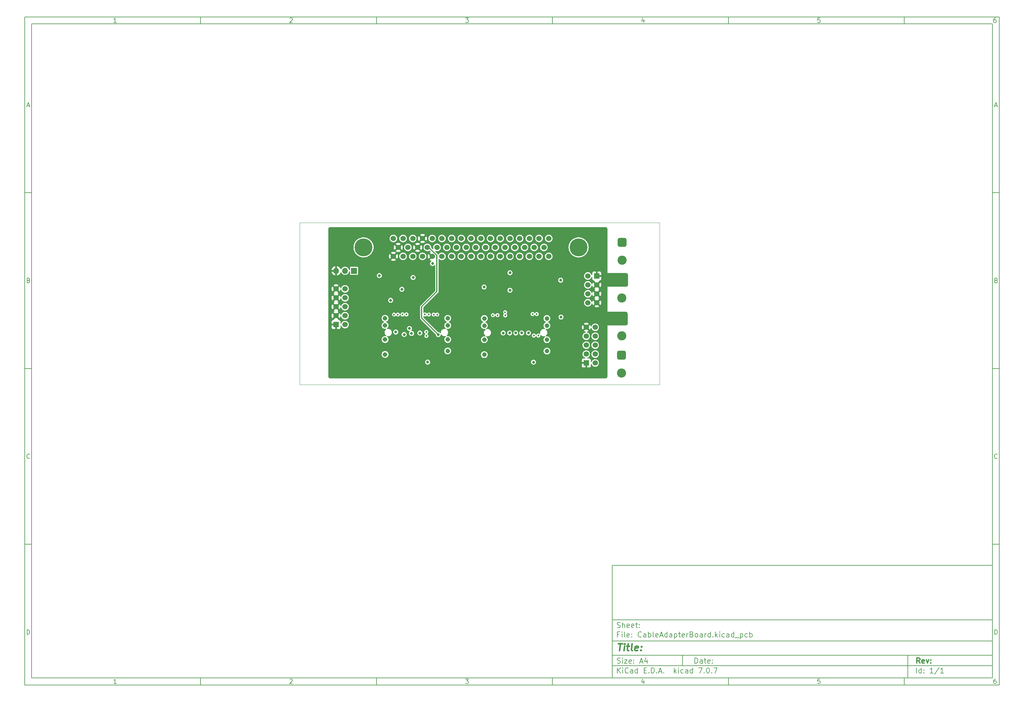
<source format=gbr>
%TF.GenerationSoftware,KiCad,Pcbnew,7.0.7*%
%TF.CreationDate,2023-10-12T14:51:16-07:00*%
%TF.ProjectId,CableAdapterBoard,4361626c-6541-4646-9170-746572426f61,rev?*%
%TF.SameCoordinates,Original*%
%TF.FileFunction,Copper,L4,Inr*%
%TF.FilePolarity,Positive*%
%FSLAX46Y46*%
G04 Gerber Fmt 4.6, Leading zero omitted, Abs format (unit mm)*
G04 Created by KiCad (PCBNEW 7.0.7) date 2023-10-12 14:51:16*
%MOMM*%
%LPD*%
G01*
G04 APERTURE LIST*
G04 Aperture macros list*
%AMRoundRect*
0 Rectangle with rounded corners*
0 $1 Rounding radius*
0 $2 $3 $4 $5 $6 $7 $8 $9 X,Y pos of 4 corners*
0 Add a 4 corners polygon primitive as box body*
4,1,4,$2,$3,$4,$5,$6,$7,$8,$9,$2,$3,0*
0 Add four circle primitives for the rounded corners*
1,1,$1+$1,$2,$3*
1,1,$1+$1,$4,$5*
1,1,$1+$1,$6,$7*
1,1,$1+$1,$8,$9*
0 Add four rect primitives between the rounded corners*
20,1,$1+$1,$2,$3,$4,$5,0*
20,1,$1+$1,$4,$5,$6,$7,0*
20,1,$1+$1,$6,$7,$8,$9,0*
20,1,$1+$1,$8,$9,$2,$3,0*%
G04 Aperture macros list end*
%ADD10C,0.100000*%
%ADD11C,0.150000*%
%ADD12C,0.300000*%
%ADD13C,0.400000*%
%TA.AperFunction,ComponentPad*%
%ADD14R,1.700000X1.700000*%
%TD*%
%TA.AperFunction,ComponentPad*%
%ADD15O,1.700000X1.700000*%
%TD*%
%TA.AperFunction,ComponentPad*%
%ADD16C,1.308000*%
%TD*%
%TA.AperFunction,ComponentPad*%
%ADD17R,1.530000X1.530000*%
%TD*%
%TA.AperFunction,ComponentPad*%
%ADD18C,1.530000*%
%TD*%
%TA.AperFunction,ComponentPad*%
%ADD19RoundRect,0.650000X-0.650000X0.650000X-0.650000X-0.650000X0.650000X-0.650000X0.650000X0.650000X0*%
%TD*%
%TA.AperFunction,ComponentPad*%
%ADD20C,2.600000*%
%TD*%
%TA.AperFunction,ComponentPad*%
%ADD21C,1.524000*%
%TD*%
%TA.AperFunction,ComponentPad*%
%ADD22C,5.080000*%
%TD*%
%TA.AperFunction,ViaPad*%
%ADD23C,0.800000*%
%TD*%
%TA.AperFunction,ViaPad*%
%ADD24C,0.520700*%
%TD*%
%TA.AperFunction,Conductor*%
%ADD25C,0.304800*%
%TD*%
%TA.AperFunction,Profile*%
%ADD26C,0.100000*%
%TD*%
G04 APERTURE END LIST*
D10*
D11*
X177002200Y-166007200D02*
X285002200Y-166007200D01*
X285002200Y-198007200D01*
X177002200Y-198007200D01*
X177002200Y-166007200D01*
D10*
D11*
X10000000Y-10000000D02*
X287002200Y-10000000D01*
X287002200Y-200007200D01*
X10000000Y-200007200D01*
X10000000Y-10000000D01*
D10*
D11*
X12000000Y-12000000D02*
X285002200Y-12000000D01*
X285002200Y-198007200D01*
X12000000Y-198007200D01*
X12000000Y-12000000D01*
D10*
D11*
X60000000Y-12000000D02*
X60000000Y-10000000D01*
D10*
D11*
X110000000Y-12000000D02*
X110000000Y-10000000D01*
D10*
D11*
X160000000Y-12000000D02*
X160000000Y-10000000D01*
D10*
D11*
X210000000Y-12000000D02*
X210000000Y-10000000D01*
D10*
D11*
X260000000Y-12000000D02*
X260000000Y-10000000D01*
D10*
D11*
X36089160Y-11593604D02*
X35346303Y-11593604D01*
X35717731Y-11593604D02*
X35717731Y-10293604D01*
X35717731Y-10293604D02*
X35593922Y-10479319D01*
X35593922Y-10479319D02*
X35470112Y-10603128D01*
X35470112Y-10603128D02*
X35346303Y-10665033D01*
D10*
D11*
X85346303Y-10417414D02*
X85408207Y-10355509D01*
X85408207Y-10355509D02*
X85532017Y-10293604D01*
X85532017Y-10293604D02*
X85841541Y-10293604D01*
X85841541Y-10293604D02*
X85965350Y-10355509D01*
X85965350Y-10355509D02*
X86027255Y-10417414D01*
X86027255Y-10417414D02*
X86089160Y-10541223D01*
X86089160Y-10541223D02*
X86089160Y-10665033D01*
X86089160Y-10665033D02*
X86027255Y-10850747D01*
X86027255Y-10850747D02*
X85284398Y-11593604D01*
X85284398Y-11593604D02*
X86089160Y-11593604D01*
D10*
D11*
X135284398Y-10293604D02*
X136089160Y-10293604D01*
X136089160Y-10293604D02*
X135655826Y-10788842D01*
X135655826Y-10788842D02*
X135841541Y-10788842D01*
X135841541Y-10788842D02*
X135965350Y-10850747D01*
X135965350Y-10850747D02*
X136027255Y-10912652D01*
X136027255Y-10912652D02*
X136089160Y-11036461D01*
X136089160Y-11036461D02*
X136089160Y-11345985D01*
X136089160Y-11345985D02*
X136027255Y-11469795D01*
X136027255Y-11469795D02*
X135965350Y-11531700D01*
X135965350Y-11531700D02*
X135841541Y-11593604D01*
X135841541Y-11593604D02*
X135470112Y-11593604D01*
X135470112Y-11593604D02*
X135346303Y-11531700D01*
X135346303Y-11531700D02*
X135284398Y-11469795D01*
D10*
D11*
X185965350Y-10726938D02*
X185965350Y-11593604D01*
X185655826Y-10231700D02*
X185346303Y-11160271D01*
X185346303Y-11160271D02*
X186151064Y-11160271D01*
D10*
D11*
X236027255Y-10293604D02*
X235408207Y-10293604D01*
X235408207Y-10293604D02*
X235346303Y-10912652D01*
X235346303Y-10912652D02*
X235408207Y-10850747D01*
X235408207Y-10850747D02*
X235532017Y-10788842D01*
X235532017Y-10788842D02*
X235841541Y-10788842D01*
X235841541Y-10788842D02*
X235965350Y-10850747D01*
X235965350Y-10850747D02*
X236027255Y-10912652D01*
X236027255Y-10912652D02*
X236089160Y-11036461D01*
X236089160Y-11036461D02*
X236089160Y-11345985D01*
X236089160Y-11345985D02*
X236027255Y-11469795D01*
X236027255Y-11469795D02*
X235965350Y-11531700D01*
X235965350Y-11531700D02*
X235841541Y-11593604D01*
X235841541Y-11593604D02*
X235532017Y-11593604D01*
X235532017Y-11593604D02*
X235408207Y-11531700D01*
X235408207Y-11531700D02*
X235346303Y-11469795D01*
D10*
D11*
X285965350Y-10293604D02*
X285717731Y-10293604D01*
X285717731Y-10293604D02*
X285593922Y-10355509D01*
X285593922Y-10355509D02*
X285532017Y-10417414D01*
X285532017Y-10417414D02*
X285408207Y-10603128D01*
X285408207Y-10603128D02*
X285346303Y-10850747D01*
X285346303Y-10850747D02*
X285346303Y-11345985D01*
X285346303Y-11345985D02*
X285408207Y-11469795D01*
X285408207Y-11469795D02*
X285470112Y-11531700D01*
X285470112Y-11531700D02*
X285593922Y-11593604D01*
X285593922Y-11593604D02*
X285841541Y-11593604D01*
X285841541Y-11593604D02*
X285965350Y-11531700D01*
X285965350Y-11531700D02*
X286027255Y-11469795D01*
X286027255Y-11469795D02*
X286089160Y-11345985D01*
X286089160Y-11345985D02*
X286089160Y-11036461D01*
X286089160Y-11036461D02*
X286027255Y-10912652D01*
X286027255Y-10912652D02*
X285965350Y-10850747D01*
X285965350Y-10850747D02*
X285841541Y-10788842D01*
X285841541Y-10788842D02*
X285593922Y-10788842D01*
X285593922Y-10788842D02*
X285470112Y-10850747D01*
X285470112Y-10850747D02*
X285408207Y-10912652D01*
X285408207Y-10912652D02*
X285346303Y-11036461D01*
D10*
D11*
X60000000Y-198007200D02*
X60000000Y-200007200D01*
D10*
D11*
X110000000Y-198007200D02*
X110000000Y-200007200D01*
D10*
D11*
X160000000Y-198007200D02*
X160000000Y-200007200D01*
D10*
D11*
X210000000Y-198007200D02*
X210000000Y-200007200D01*
D10*
D11*
X260000000Y-198007200D02*
X260000000Y-200007200D01*
D10*
D11*
X36089160Y-199600804D02*
X35346303Y-199600804D01*
X35717731Y-199600804D02*
X35717731Y-198300804D01*
X35717731Y-198300804D02*
X35593922Y-198486519D01*
X35593922Y-198486519D02*
X35470112Y-198610328D01*
X35470112Y-198610328D02*
X35346303Y-198672233D01*
D10*
D11*
X85346303Y-198424614D02*
X85408207Y-198362709D01*
X85408207Y-198362709D02*
X85532017Y-198300804D01*
X85532017Y-198300804D02*
X85841541Y-198300804D01*
X85841541Y-198300804D02*
X85965350Y-198362709D01*
X85965350Y-198362709D02*
X86027255Y-198424614D01*
X86027255Y-198424614D02*
X86089160Y-198548423D01*
X86089160Y-198548423D02*
X86089160Y-198672233D01*
X86089160Y-198672233D02*
X86027255Y-198857947D01*
X86027255Y-198857947D02*
X85284398Y-199600804D01*
X85284398Y-199600804D02*
X86089160Y-199600804D01*
D10*
D11*
X135284398Y-198300804D02*
X136089160Y-198300804D01*
X136089160Y-198300804D02*
X135655826Y-198796042D01*
X135655826Y-198796042D02*
X135841541Y-198796042D01*
X135841541Y-198796042D02*
X135965350Y-198857947D01*
X135965350Y-198857947D02*
X136027255Y-198919852D01*
X136027255Y-198919852D02*
X136089160Y-199043661D01*
X136089160Y-199043661D02*
X136089160Y-199353185D01*
X136089160Y-199353185D02*
X136027255Y-199476995D01*
X136027255Y-199476995D02*
X135965350Y-199538900D01*
X135965350Y-199538900D02*
X135841541Y-199600804D01*
X135841541Y-199600804D02*
X135470112Y-199600804D01*
X135470112Y-199600804D02*
X135346303Y-199538900D01*
X135346303Y-199538900D02*
X135284398Y-199476995D01*
D10*
D11*
X185965350Y-198734138D02*
X185965350Y-199600804D01*
X185655826Y-198238900D02*
X185346303Y-199167471D01*
X185346303Y-199167471D02*
X186151064Y-199167471D01*
D10*
D11*
X236027255Y-198300804D02*
X235408207Y-198300804D01*
X235408207Y-198300804D02*
X235346303Y-198919852D01*
X235346303Y-198919852D02*
X235408207Y-198857947D01*
X235408207Y-198857947D02*
X235532017Y-198796042D01*
X235532017Y-198796042D02*
X235841541Y-198796042D01*
X235841541Y-198796042D02*
X235965350Y-198857947D01*
X235965350Y-198857947D02*
X236027255Y-198919852D01*
X236027255Y-198919852D02*
X236089160Y-199043661D01*
X236089160Y-199043661D02*
X236089160Y-199353185D01*
X236089160Y-199353185D02*
X236027255Y-199476995D01*
X236027255Y-199476995D02*
X235965350Y-199538900D01*
X235965350Y-199538900D02*
X235841541Y-199600804D01*
X235841541Y-199600804D02*
X235532017Y-199600804D01*
X235532017Y-199600804D02*
X235408207Y-199538900D01*
X235408207Y-199538900D02*
X235346303Y-199476995D01*
D10*
D11*
X285965350Y-198300804D02*
X285717731Y-198300804D01*
X285717731Y-198300804D02*
X285593922Y-198362709D01*
X285593922Y-198362709D02*
X285532017Y-198424614D01*
X285532017Y-198424614D02*
X285408207Y-198610328D01*
X285408207Y-198610328D02*
X285346303Y-198857947D01*
X285346303Y-198857947D02*
X285346303Y-199353185D01*
X285346303Y-199353185D02*
X285408207Y-199476995D01*
X285408207Y-199476995D02*
X285470112Y-199538900D01*
X285470112Y-199538900D02*
X285593922Y-199600804D01*
X285593922Y-199600804D02*
X285841541Y-199600804D01*
X285841541Y-199600804D02*
X285965350Y-199538900D01*
X285965350Y-199538900D02*
X286027255Y-199476995D01*
X286027255Y-199476995D02*
X286089160Y-199353185D01*
X286089160Y-199353185D02*
X286089160Y-199043661D01*
X286089160Y-199043661D02*
X286027255Y-198919852D01*
X286027255Y-198919852D02*
X285965350Y-198857947D01*
X285965350Y-198857947D02*
X285841541Y-198796042D01*
X285841541Y-198796042D02*
X285593922Y-198796042D01*
X285593922Y-198796042D02*
X285470112Y-198857947D01*
X285470112Y-198857947D02*
X285408207Y-198919852D01*
X285408207Y-198919852D02*
X285346303Y-199043661D01*
D10*
D11*
X10000000Y-60000000D02*
X12000000Y-60000000D01*
D10*
D11*
X10000000Y-110000000D02*
X12000000Y-110000000D01*
D10*
D11*
X10000000Y-160000000D02*
X12000000Y-160000000D01*
D10*
D11*
X10690476Y-35222176D02*
X11309523Y-35222176D01*
X10566666Y-35593604D02*
X10999999Y-34293604D01*
X10999999Y-34293604D02*
X11433333Y-35593604D01*
D10*
D11*
X11092857Y-84912652D02*
X11278571Y-84974557D01*
X11278571Y-84974557D02*
X11340476Y-85036461D01*
X11340476Y-85036461D02*
X11402380Y-85160271D01*
X11402380Y-85160271D02*
X11402380Y-85345985D01*
X11402380Y-85345985D02*
X11340476Y-85469795D01*
X11340476Y-85469795D02*
X11278571Y-85531700D01*
X11278571Y-85531700D02*
X11154761Y-85593604D01*
X11154761Y-85593604D02*
X10659523Y-85593604D01*
X10659523Y-85593604D02*
X10659523Y-84293604D01*
X10659523Y-84293604D02*
X11092857Y-84293604D01*
X11092857Y-84293604D02*
X11216666Y-84355509D01*
X11216666Y-84355509D02*
X11278571Y-84417414D01*
X11278571Y-84417414D02*
X11340476Y-84541223D01*
X11340476Y-84541223D02*
X11340476Y-84665033D01*
X11340476Y-84665033D02*
X11278571Y-84788842D01*
X11278571Y-84788842D02*
X11216666Y-84850747D01*
X11216666Y-84850747D02*
X11092857Y-84912652D01*
X11092857Y-84912652D02*
X10659523Y-84912652D01*
D10*
D11*
X11402380Y-135469795D02*
X11340476Y-135531700D01*
X11340476Y-135531700D02*
X11154761Y-135593604D01*
X11154761Y-135593604D02*
X11030952Y-135593604D01*
X11030952Y-135593604D02*
X10845238Y-135531700D01*
X10845238Y-135531700D02*
X10721428Y-135407890D01*
X10721428Y-135407890D02*
X10659523Y-135284080D01*
X10659523Y-135284080D02*
X10597619Y-135036461D01*
X10597619Y-135036461D02*
X10597619Y-134850747D01*
X10597619Y-134850747D02*
X10659523Y-134603128D01*
X10659523Y-134603128D02*
X10721428Y-134479319D01*
X10721428Y-134479319D02*
X10845238Y-134355509D01*
X10845238Y-134355509D02*
X11030952Y-134293604D01*
X11030952Y-134293604D02*
X11154761Y-134293604D01*
X11154761Y-134293604D02*
X11340476Y-134355509D01*
X11340476Y-134355509D02*
X11402380Y-134417414D01*
D10*
D11*
X10659523Y-185593604D02*
X10659523Y-184293604D01*
X10659523Y-184293604D02*
X10969047Y-184293604D01*
X10969047Y-184293604D02*
X11154761Y-184355509D01*
X11154761Y-184355509D02*
X11278571Y-184479319D01*
X11278571Y-184479319D02*
X11340476Y-184603128D01*
X11340476Y-184603128D02*
X11402380Y-184850747D01*
X11402380Y-184850747D02*
X11402380Y-185036461D01*
X11402380Y-185036461D02*
X11340476Y-185284080D01*
X11340476Y-185284080D02*
X11278571Y-185407890D01*
X11278571Y-185407890D02*
X11154761Y-185531700D01*
X11154761Y-185531700D02*
X10969047Y-185593604D01*
X10969047Y-185593604D02*
X10659523Y-185593604D01*
D10*
D11*
X287002200Y-60000000D02*
X285002200Y-60000000D01*
D10*
D11*
X287002200Y-110000000D02*
X285002200Y-110000000D01*
D10*
D11*
X287002200Y-160000000D02*
X285002200Y-160000000D01*
D10*
D11*
X285692676Y-35222176D02*
X286311723Y-35222176D01*
X285568866Y-35593604D02*
X286002199Y-34293604D01*
X286002199Y-34293604D02*
X286435533Y-35593604D01*
D10*
D11*
X286095057Y-84912652D02*
X286280771Y-84974557D01*
X286280771Y-84974557D02*
X286342676Y-85036461D01*
X286342676Y-85036461D02*
X286404580Y-85160271D01*
X286404580Y-85160271D02*
X286404580Y-85345985D01*
X286404580Y-85345985D02*
X286342676Y-85469795D01*
X286342676Y-85469795D02*
X286280771Y-85531700D01*
X286280771Y-85531700D02*
X286156961Y-85593604D01*
X286156961Y-85593604D02*
X285661723Y-85593604D01*
X285661723Y-85593604D02*
X285661723Y-84293604D01*
X285661723Y-84293604D02*
X286095057Y-84293604D01*
X286095057Y-84293604D02*
X286218866Y-84355509D01*
X286218866Y-84355509D02*
X286280771Y-84417414D01*
X286280771Y-84417414D02*
X286342676Y-84541223D01*
X286342676Y-84541223D02*
X286342676Y-84665033D01*
X286342676Y-84665033D02*
X286280771Y-84788842D01*
X286280771Y-84788842D02*
X286218866Y-84850747D01*
X286218866Y-84850747D02*
X286095057Y-84912652D01*
X286095057Y-84912652D02*
X285661723Y-84912652D01*
D10*
D11*
X286404580Y-135469795D02*
X286342676Y-135531700D01*
X286342676Y-135531700D02*
X286156961Y-135593604D01*
X286156961Y-135593604D02*
X286033152Y-135593604D01*
X286033152Y-135593604D02*
X285847438Y-135531700D01*
X285847438Y-135531700D02*
X285723628Y-135407890D01*
X285723628Y-135407890D02*
X285661723Y-135284080D01*
X285661723Y-135284080D02*
X285599819Y-135036461D01*
X285599819Y-135036461D02*
X285599819Y-134850747D01*
X285599819Y-134850747D02*
X285661723Y-134603128D01*
X285661723Y-134603128D02*
X285723628Y-134479319D01*
X285723628Y-134479319D02*
X285847438Y-134355509D01*
X285847438Y-134355509D02*
X286033152Y-134293604D01*
X286033152Y-134293604D02*
X286156961Y-134293604D01*
X286156961Y-134293604D02*
X286342676Y-134355509D01*
X286342676Y-134355509D02*
X286404580Y-134417414D01*
D10*
D11*
X285661723Y-185593604D02*
X285661723Y-184293604D01*
X285661723Y-184293604D02*
X285971247Y-184293604D01*
X285971247Y-184293604D02*
X286156961Y-184355509D01*
X286156961Y-184355509D02*
X286280771Y-184479319D01*
X286280771Y-184479319D02*
X286342676Y-184603128D01*
X286342676Y-184603128D02*
X286404580Y-184850747D01*
X286404580Y-184850747D02*
X286404580Y-185036461D01*
X286404580Y-185036461D02*
X286342676Y-185284080D01*
X286342676Y-185284080D02*
X286280771Y-185407890D01*
X286280771Y-185407890D02*
X286156961Y-185531700D01*
X286156961Y-185531700D02*
X285971247Y-185593604D01*
X285971247Y-185593604D02*
X285661723Y-185593604D01*
D10*
D11*
X200458026Y-193793328D02*
X200458026Y-192293328D01*
X200458026Y-192293328D02*
X200815169Y-192293328D01*
X200815169Y-192293328D02*
X201029455Y-192364757D01*
X201029455Y-192364757D02*
X201172312Y-192507614D01*
X201172312Y-192507614D02*
X201243741Y-192650471D01*
X201243741Y-192650471D02*
X201315169Y-192936185D01*
X201315169Y-192936185D02*
X201315169Y-193150471D01*
X201315169Y-193150471D02*
X201243741Y-193436185D01*
X201243741Y-193436185D02*
X201172312Y-193579042D01*
X201172312Y-193579042D02*
X201029455Y-193721900D01*
X201029455Y-193721900D02*
X200815169Y-193793328D01*
X200815169Y-193793328D02*
X200458026Y-193793328D01*
X202600884Y-193793328D02*
X202600884Y-193007614D01*
X202600884Y-193007614D02*
X202529455Y-192864757D01*
X202529455Y-192864757D02*
X202386598Y-192793328D01*
X202386598Y-192793328D02*
X202100884Y-192793328D01*
X202100884Y-192793328D02*
X201958026Y-192864757D01*
X202600884Y-193721900D02*
X202458026Y-193793328D01*
X202458026Y-193793328D02*
X202100884Y-193793328D01*
X202100884Y-193793328D02*
X201958026Y-193721900D01*
X201958026Y-193721900D02*
X201886598Y-193579042D01*
X201886598Y-193579042D02*
X201886598Y-193436185D01*
X201886598Y-193436185D02*
X201958026Y-193293328D01*
X201958026Y-193293328D02*
X202100884Y-193221900D01*
X202100884Y-193221900D02*
X202458026Y-193221900D01*
X202458026Y-193221900D02*
X202600884Y-193150471D01*
X203100884Y-192793328D02*
X203672312Y-192793328D01*
X203315169Y-192293328D02*
X203315169Y-193579042D01*
X203315169Y-193579042D02*
X203386598Y-193721900D01*
X203386598Y-193721900D02*
X203529455Y-193793328D01*
X203529455Y-193793328D02*
X203672312Y-193793328D01*
X204743741Y-193721900D02*
X204600884Y-193793328D01*
X204600884Y-193793328D02*
X204315170Y-193793328D01*
X204315170Y-193793328D02*
X204172312Y-193721900D01*
X204172312Y-193721900D02*
X204100884Y-193579042D01*
X204100884Y-193579042D02*
X204100884Y-193007614D01*
X204100884Y-193007614D02*
X204172312Y-192864757D01*
X204172312Y-192864757D02*
X204315170Y-192793328D01*
X204315170Y-192793328D02*
X204600884Y-192793328D01*
X204600884Y-192793328D02*
X204743741Y-192864757D01*
X204743741Y-192864757D02*
X204815170Y-193007614D01*
X204815170Y-193007614D02*
X204815170Y-193150471D01*
X204815170Y-193150471D02*
X204100884Y-193293328D01*
X205458026Y-193650471D02*
X205529455Y-193721900D01*
X205529455Y-193721900D02*
X205458026Y-193793328D01*
X205458026Y-193793328D02*
X205386598Y-193721900D01*
X205386598Y-193721900D02*
X205458026Y-193650471D01*
X205458026Y-193650471D02*
X205458026Y-193793328D01*
X205458026Y-192864757D02*
X205529455Y-192936185D01*
X205529455Y-192936185D02*
X205458026Y-193007614D01*
X205458026Y-193007614D02*
X205386598Y-192936185D01*
X205386598Y-192936185D02*
X205458026Y-192864757D01*
X205458026Y-192864757D02*
X205458026Y-193007614D01*
D10*
D11*
X177002200Y-194507200D02*
X285002200Y-194507200D01*
D10*
D11*
X178458026Y-196593328D02*
X178458026Y-195093328D01*
X179315169Y-196593328D02*
X178672312Y-195736185D01*
X179315169Y-195093328D02*
X178458026Y-195950471D01*
X179958026Y-196593328D02*
X179958026Y-195593328D01*
X179958026Y-195093328D02*
X179886598Y-195164757D01*
X179886598Y-195164757D02*
X179958026Y-195236185D01*
X179958026Y-195236185D02*
X180029455Y-195164757D01*
X180029455Y-195164757D02*
X179958026Y-195093328D01*
X179958026Y-195093328D02*
X179958026Y-195236185D01*
X181529455Y-196450471D02*
X181458027Y-196521900D01*
X181458027Y-196521900D02*
X181243741Y-196593328D01*
X181243741Y-196593328D02*
X181100884Y-196593328D01*
X181100884Y-196593328D02*
X180886598Y-196521900D01*
X180886598Y-196521900D02*
X180743741Y-196379042D01*
X180743741Y-196379042D02*
X180672312Y-196236185D01*
X180672312Y-196236185D02*
X180600884Y-195950471D01*
X180600884Y-195950471D02*
X180600884Y-195736185D01*
X180600884Y-195736185D02*
X180672312Y-195450471D01*
X180672312Y-195450471D02*
X180743741Y-195307614D01*
X180743741Y-195307614D02*
X180886598Y-195164757D01*
X180886598Y-195164757D02*
X181100884Y-195093328D01*
X181100884Y-195093328D02*
X181243741Y-195093328D01*
X181243741Y-195093328D02*
X181458027Y-195164757D01*
X181458027Y-195164757D02*
X181529455Y-195236185D01*
X182815170Y-196593328D02*
X182815170Y-195807614D01*
X182815170Y-195807614D02*
X182743741Y-195664757D01*
X182743741Y-195664757D02*
X182600884Y-195593328D01*
X182600884Y-195593328D02*
X182315170Y-195593328D01*
X182315170Y-195593328D02*
X182172312Y-195664757D01*
X182815170Y-196521900D02*
X182672312Y-196593328D01*
X182672312Y-196593328D02*
X182315170Y-196593328D01*
X182315170Y-196593328D02*
X182172312Y-196521900D01*
X182172312Y-196521900D02*
X182100884Y-196379042D01*
X182100884Y-196379042D02*
X182100884Y-196236185D01*
X182100884Y-196236185D02*
X182172312Y-196093328D01*
X182172312Y-196093328D02*
X182315170Y-196021900D01*
X182315170Y-196021900D02*
X182672312Y-196021900D01*
X182672312Y-196021900D02*
X182815170Y-195950471D01*
X184172313Y-196593328D02*
X184172313Y-195093328D01*
X184172313Y-196521900D02*
X184029455Y-196593328D01*
X184029455Y-196593328D02*
X183743741Y-196593328D01*
X183743741Y-196593328D02*
X183600884Y-196521900D01*
X183600884Y-196521900D02*
X183529455Y-196450471D01*
X183529455Y-196450471D02*
X183458027Y-196307614D01*
X183458027Y-196307614D02*
X183458027Y-195879042D01*
X183458027Y-195879042D02*
X183529455Y-195736185D01*
X183529455Y-195736185D02*
X183600884Y-195664757D01*
X183600884Y-195664757D02*
X183743741Y-195593328D01*
X183743741Y-195593328D02*
X184029455Y-195593328D01*
X184029455Y-195593328D02*
X184172313Y-195664757D01*
X186029455Y-195807614D02*
X186529455Y-195807614D01*
X186743741Y-196593328D02*
X186029455Y-196593328D01*
X186029455Y-196593328D02*
X186029455Y-195093328D01*
X186029455Y-195093328D02*
X186743741Y-195093328D01*
X187386598Y-196450471D02*
X187458027Y-196521900D01*
X187458027Y-196521900D02*
X187386598Y-196593328D01*
X187386598Y-196593328D02*
X187315170Y-196521900D01*
X187315170Y-196521900D02*
X187386598Y-196450471D01*
X187386598Y-196450471D02*
X187386598Y-196593328D01*
X188100884Y-196593328D02*
X188100884Y-195093328D01*
X188100884Y-195093328D02*
X188458027Y-195093328D01*
X188458027Y-195093328D02*
X188672313Y-195164757D01*
X188672313Y-195164757D02*
X188815170Y-195307614D01*
X188815170Y-195307614D02*
X188886599Y-195450471D01*
X188886599Y-195450471D02*
X188958027Y-195736185D01*
X188958027Y-195736185D02*
X188958027Y-195950471D01*
X188958027Y-195950471D02*
X188886599Y-196236185D01*
X188886599Y-196236185D02*
X188815170Y-196379042D01*
X188815170Y-196379042D02*
X188672313Y-196521900D01*
X188672313Y-196521900D02*
X188458027Y-196593328D01*
X188458027Y-196593328D02*
X188100884Y-196593328D01*
X189600884Y-196450471D02*
X189672313Y-196521900D01*
X189672313Y-196521900D02*
X189600884Y-196593328D01*
X189600884Y-196593328D02*
X189529456Y-196521900D01*
X189529456Y-196521900D02*
X189600884Y-196450471D01*
X189600884Y-196450471D02*
X189600884Y-196593328D01*
X190243742Y-196164757D02*
X190958028Y-196164757D01*
X190100885Y-196593328D02*
X190600885Y-195093328D01*
X190600885Y-195093328D02*
X191100885Y-196593328D01*
X191600884Y-196450471D02*
X191672313Y-196521900D01*
X191672313Y-196521900D02*
X191600884Y-196593328D01*
X191600884Y-196593328D02*
X191529456Y-196521900D01*
X191529456Y-196521900D02*
X191600884Y-196450471D01*
X191600884Y-196450471D02*
X191600884Y-196593328D01*
X194600884Y-196593328D02*
X194600884Y-195093328D01*
X194743742Y-196021900D02*
X195172313Y-196593328D01*
X195172313Y-195593328D02*
X194600884Y-196164757D01*
X195815170Y-196593328D02*
X195815170Y-195593328D01*
X195815170Y-195093328D02*
X195743742Y-195164757D01*
X195743742Y-195164757D02*
X195815170Y-195236185D01*
X195815170Y-195236185D02*
X195886599Y-195164757D01*
X195886599Y-195164757D02*
X195815170Y-195093328D01*
X195815170Y-195093328D02*
X195815170Y-195236185D01*
X197172314Y-196521900D02*
X197029456Y-196593328D01*
X197029456Y-196593328D02*
X196743742Y-196593328D01*
X196743742Y-196593328D02*
X196600885Y-196521900D01*
X196600885Y-196521900D02*
X196529456Y-196450471D01*
X196529456Y-196450471D02*
X196458028Y-196307614D01*
X196458028Y-196307614D02*
X196458028Y-195879042D01*
X196458028Y-195879042D02*
X196529456Y-195736185D01*
X196529456Y-195736185D02*
X196600885Y-195664757D01*
X196600885Y-195664757D02*
X196743742Y-195593328D01*
X196743742Y-195593328D02*
X197029456Y-195593328D01*
X197029456Y-195593328D02*
X197172314Y-195664757D01*
X198458028Y-196593328D02*
X198458028Y-195807614D01*
X198458028Y-195807614D02*
X198386599Y-195664757D01*
X198386599Y-195664757D02*
X198243742Y-195593328D01*
X198243742Y-195593328D02*
X197958028Y-195593328D01*
X197958028Y-195593328D02*
X197815170Y-195664757D01*
X198458028Y-196521900D02*
X198315170Y-196593328D01*
X198315170Y-196593328D02*
X197958028Y-196593328D01*
X197958028Y-196593328D02*
X197815170Y-196521900D01*
X197815170Y-196521900D02*
X197743742Y-196379042D01*
X197743742Y-196379042D02*
X197743742Y-196236185D01*
X197743742Y-196236185D02*
X197815170Y-196093328D01*
X197815170Y-196093328D02*
X197958028Y-196021900D01*
X197958028Y-196021900D02*
X198315170Y-196021900D01*
X198315170Y-196021900D02*
X198458028Y-195950471D01*
X199815171Y-196593328D02*
X199815171Y-195093328D01*
X199815171Y-196521900D02*
X199672313Y-196593328D01*
X199672313Y-196593328D02*
X199386599Y-196593328D01*
X199386599Y-196593328D02*
X199243742Y-196521900D01*
X199243742Y-196521900D02*
X199172313Y-196450471D01*
X199172313Y-196450471D02*
X199100885Y-196307614D01*
X199100885Y-196307614D02*
X199100885Y-195879042D01*
X199100885Y-195879042D02*
X199172313Y-195736185D01*
X199172313Y-195736185D02*
X199243742Y-195664757D01*
X199243742Y-195664757D02*
X199386599Y-195593328D01*
X199386599Y-195593328D02*
X199672313Y-195593328D01*
X199672313Y-195593328D02*
X199815171Y-195664757D01*
X201529456Y-195093328D02*
X202529456Y-195093328D01*
X202529456Y-195093328D02*
X201886599Y-196593328D01*
X203100884Y-196450471D02*
X203172313Y-196521900D01*
X203172313Y-196521900D02*
X203100884Y-196593328D01*
X203100884Y-196593328D02*
X203029456Y-196521900D01*
X203029456Y-196521900D02*
X203100884Y-196450471D01*
X203100884Y-196450471D02*
X203100884Y-196593328D01*
X204100885Y-195093328D02*
X204243742Y-195093328D01*
X204243742Y-195093328D02*
X204386599Y-195164757D01*
X204386599Y-195164757D02*
X204458028Y-195236185D01*
X204458028Y-195236185D02*
X204529456Y-195379042D01*
X204529456Y-195379042D02*
X204600885Y-195664757D01*
X204600885Y-195664757D02*
X204600885Y-196021900D01*
X204600885Y-196021900D02*
X204529456Y-196307614D01*
X204529456Y-196307614D02*
X204458028Y-196450471D01*
X204458028Y-196450471D02*
X204386599Y-196521900D01*
X204386599Y-196521900D02*
X204243742Y-196593328D01*
X204243742Y-196593328D02*
X204100885Y-196593328D01*
X204100885Y-196593328D02*
X203958028Y-196521900D01*
X203958028Y-196521900D02*
X203886599Y-196450471D01*
X203886599Y-196450471D02*
X203815170Y-196307614D01*
X203815170Y-196307614D02*
X203743742Y-196021900D01*
X203743742Y-196021900D02*
X203743742Y-195664757D01*
X203743742Y-195664757D02*
X203815170Y-195379042D01*
X203815170Y-195379042D02*
X203886599Y-195236185D01*
X203886599Y-195236185D02*
X203958028Y-195164757D01*
X203958028Y-195164757D02*
X204100885Y-195093328D01*
X205243741Y-196450471D02*
X205315170Y-196521900D01*
X205315170Y-196521900D02*
X205243741Y-196593328D01*
X205243741Y-196593328D02*
X205172313Y-196521900D01*
X205172313Y-196521900D02*
X205243741Y-196450471D01*
X205243741Y-196450471D02*
X205243741Y-196593328D01*
X205815170Y-195093328D02*
X206815170Y-195093328D01*
X206815170Y-195093328D02*
X206172313Y-196593328D01*
D10*
D11*
X177002200Y-191507200D02*
X285002200Y-191507200D01*
D10*
D12*
X264413853Y-193785528D02*
X263913853Y-193071242D01*
X263556710Y-193785528D02*
X263556710Y-192285528D01*
X263556710Y-192285528D02*
X264128139Y-192285528D01*
X264128139Y-192285528D02*
X264270996Y-192356957D01*
X264270996Y-192356957D02*
X264342425Y-192428385D01*
X264342425Y-192428385D02*
X264413853Y-192571242D01*
X264413853Y-192571242D02*
X264413853Y-192785528D01*
X264413853Y-192785528D02*
X264342425Y-192928385D01*
X264342425Y-192928385D02*
X264270996Y-192999814D01*
X264270996Y-192999814D02*
X264128139Y-193071242D01*
X264128139Y-193071242D02*
X263556710Y-193071242D01*
X265628139Y-193714100D02*
X265485282Y-193785528D01*
X265485282Y-193785528D02*
X265199568Y-193785528D01*
X265199568Y-193785528D02*
X265056710Y-193714100D01*
X265056710Y-193714100D02*
X264985282Y-193571242D01*
X264985282Y-193571242D02*
X264985282Y-192999814D01*
X264985282Y-192999814D02*
X265056710Y-192856957D01*
X265056710Y-192856957D02*
X265199568Y-192785528D01*
X265199568Y-192785528D02*
X265485282Y-192785528D01*
X265485282Y-192785528D02*
X265628139Y-192856957D01*
X265628139Y-192856957D02*
X265699568Y-192999814D01*
X265699568Y-192999814D02*
X265699568Y-193142671D01*
X265699568Y-193142671D02*
X264985282Y-193285528D01*
X266199567Y-192785528D02*
X266556710Y-193785528D01*
X266556710Y-193785528D02*
X266913853Y-192785528D01*
X267485281Y-193642671D02*
X267556710Y-193714100D01*
X267556710Y-193714100D02*
X267485281Y-193785528D01*
X267485281Y-193785528D02*
X267413853Y-193714100D01*
X267413853Y-193714100D02*
X267485281Y-193642671D01*
X267485281Y-193642671D02*
X267485281Y-193785528D01*
X267485281Y-192856957D02*
X267556710Y-192928385D01*
X267556710Y-192928385D02*
X267485281Y-192999814D01*
X267485281Y-192999814D02*
X267413853Y-192928385D01*
X267413853Y-192928385D02*
X267485281Y-192856957D01*
X267485281Y-192856957D02*
X267485281Y-192999814D01*
D10*
D11*
X178386598Y-193721900D02*
X178600884Y-193793328D01*
X178600884Y-193793328D02*
X178958026Y-193793328D01*
X178958026Y-193793328D02*
X179100884Y-193721900D01*
X179100884Y-193721900D02*
X179172312Y-193650471D01*
X179172312Y-193650471D02*
X179243741Y-193507614D01*
X179243741Y-193507614D02*
X179243741Y-193364757D01*
X179243741Y-193364757D02*
X179172312Y-193221900D01*
X179172312Y-193221900D02*
X179100884Y-193150471D01*
X179100884Y-193150471D02*
X178958026Y-193079042D01*
X178958026Y-193079042D02*
X178672312Y-193007614D01*
X178672312Y-193007614D02*
X178529455Y-192936185D01*
X178529455Y-192936185D02*
X178458026Y-192864757D01*
X178458026Y-192864757D02*
X178386598Y-192721900D01*
X178386598Y-192721900D02*
X178386598Y-192579042D01*
X178386598Y-192579042D02*
X178458026Y-192436185D01*
X178458026Y-192436185D02*
X178529455Y-192364757D01*
X178529455Y-192364757D02*
X178672312Y-192293328D01*
X178672312Y-192293328D02*
X179029455Y-192293328D01*
X179029455Y-192293328D02*
X179243741Y-192364757D01*
X179886597Y-193793328D02*
X179886597Y-192793328D01*
X179886597Y-192293328D02*
X179815169Y-192364757D01*
X179815169Y-192364757D02*
X179886597Y-192436185D01*
X179886597Y-192436185D02*
X179958026Y-192364757D01*
X179958026Y-192364757D02*
X179886597Y-192293328D01*
X179886597Y-192293328D02*
X179886597Y-192436185D01*
X180458026Y-192793328D02*
X181243741Y-192793328D01*
X181243741Y-192793328D02*
X180458026Y-193793328D01*
X180458026Y-193793328D02*
X181243741Y-193793328D01*
X182386598Y-193721900D02*
X182243741Y-193793328D01*
X182243741Y-193793328D02*
X181958027Y-193793328D01*
X181958027Y-193793328D02*
X181815169Y-193721900D01*
X181815169Y-193721900D02*
X181743741Y-193579042D01*
X181743741Y-193579042D02*
X181743741Y-193007614D01*
X181743741Y-193007614D02*
X181815169Y-192864757D01*
X181815169Y-192864757D02*
X181958027Y-192793328D01*
X181958027Y-192793328D02*
X182243741Y-192793328D01*
X182243741Y-192793328D02*
X182386598Y-192864757D01*
X182386598Y-192864757D02*
X182458027Y-193007614D01*
X182458027Y-193007614D02*
X182458027Y-193150471D01*
X182458027Y-193150471D02*
X181743741Y-193293328D01*
X183100883Y-193650471D02*
X183172312Y-193721900D01*
X183172312Y-193721900D02*
X183100883Y-193793328D01*
X183100883Y-193793328D02*
X183029455Y-193721900D01*
X183029455Y-193721900D02*
X183100883Y-193650471D01*
X183100883Y-193650471D02*
X183100883Y-193793328D01*
X183100883Y-192864757D02*
X183172312Y-192936185D01*
X183172312Y-192936185D02*
X183100883Y-193007614D01*
X183100883Y-193007614D02*
X183029455Y-192936185D01*
X183029455Y-192936185D02*
X183100883Y-192864757D01*
X183100883Y-192864757D02*
X183100883Y-193007614D01*
X184886598Y-193364757D02*
X185600884Y-193364757D01*
X184743741Y-193793328D02*
X185243741Y-192293328D01*
X185243741Y-192293328D02*
X185743741Y-193793328D01*
X186886598Y-192793328D02*
X186886598Y-193793328D01*
X186529455Y-192221900D02*
X186172312Y-193293328D01*
X186172312Y-193293328D02*
X187100883Y-193293328D01*
D10*
D11*
X263458026Y-196593328D02*
X263458026Y-195093328D01*
X264815170Y-196593328D02*
X264815170Y-195093328D01*
X264815170Y-196521900D02*
X264672312Y-196593328D01*
X264672312Y-196593328D02*
X264386598Y-196593328D01*
X264386598Y-196593328D02*
X264243741Y-196521900D01*
X264243741Y-196521900D02*
X264172312Y-196450471D01*
X264172312Y-196450471D02*
X264100884Y-196307614D01*
X264100884Y-196307614D02*
X264100884Y-195879042D01*
X264100884Y-195879042D02*
X264172312Y-195736185D01*
X264172312Y-195736185D02*
X264243741Y-195664757D01*
X264243741Y-195664757D02*
X264386598Y-195593328D01*
X264386598Y-195593328D02*
X264672312Y-195593328D01*
X264672312Y-195593328D02*
X264815170Y-195664757D01*
X265529455Y-196450471D02*
X265600884Y-196521900D01*
X265600884Y-196521900D02*
X265529455Y-196593328D01*
X265529455Y-196593328D02*
X265458027Y-196521900D01*
X265458027Y-196521900D02*
X265529455Y-196450471D01*
X265529455Y-196450471D02*
X265529455Y-196593328D01*
X265529455Y-195664757D02*
X265600884Y-195736185D01*
X265600884Y-195736185D02*
X265529455Y-195807614D01*
X265529455Y-195807614D02*
X265458027Y-195736185D01*
X265458027Y-195736185D02*
X265529455Y-195664757D01*
X265529455Y-195664757D02*
X265529455Y-195807614D01*
X268172313Y-196593328D02*
X267315170Y-196593328D01*
X267743741Y-196593328D02*
X267743741Y-195093328D01*
X267743741Y-195093328D02*
X267600884Y-195307614D01*
X267600884Y-195307614D02*
X267458027Y-195450471D01*
X267458027Y-195450471D02*
X267315170Y-195521900D01*
X269886598Y-195021900D02*
X268600884Y-196950471D01*
X271172313Y-196593328D02*
X270315170Y-196593328D01*
X270743741Y-196593328D02*
X270743741Y-195093328D01*
X270743741Y-195093328D02*
X270600884Y-195307614D01*
X270600884Y-195307614D02*
X270458027Y-195450471D01*
X270458027Y-195450471D02*
X270315170Y-195521900D01*
D10*
D11*
X177002200Y-187507200D02*
X285002200Y-187507200D01*
D10*
D13*
X178693928Y-188211638D02*
X179836785Y-188211638D01*
X179015357Y-190211638D02*
X179265357Y-188211638D01*
X180253452Y-190211638D02*
X180420119Y-188878304D01*
X180503452Y-188211638D02*
X180396309Y-188306876D01*
X180396309Y-188306876D02*
X180479643Y-188402114D01*
X180479643Y-188402114D02*
X180586786Y-188306876D01*
X180586786Y-188306876D02*
X180503452Y-188211638D01*
X180503452Y-188211638D02*
X180479643Y-188402114D01*
X181086786Y-188878304D02*
X181848690Y-188878304D01*
X181455833Y-188211638D02*
X181241548Y-189925923D01*
X181241548Y-189925923D02*
X181312976Y-190116400D01*
X181312976Y-190116400D02*
X181491548Y-190211638D01*
X181491548Y-190211638D02*
X181682024Y-190211638D01*
X182634405Y-190211638D02*
X182455833Y-190116400D01*
X182455833Y-190116400D02*
X182384405Y-189925923D01*
X182384405Y-189925923D02*
X182598690Y-188211638D01*
X184170119Y-190116400D02*
X183967738Y-190211638D01*
X183967738Y-190211638D02*
X183586785Y-190211638D01*
X183586785Y-190211638D02*
X183408214Y-190116400D01*
X183408214Y-190116400D02*
X183336785Y-189925923D01*
X183336785Y-189925923D02*
X183432024Y-189164019D01*
X183432024Y-189164019D02*
X183551071Y-188973542D01*
X183551071Y-188973542D02*
X183753452Y-188878304D01*
X183753452Y-188878304D02*
X184134404Y-188878304D01*
X184134404Y-188878304D02*
X184312976Y-188973542D01*
X184312976Y-188973542D02*
X184384404Y-189164019D01*
X184384404Y-189164019D02*
X184360595Y-189354495D01*
X184360595Y-189354495D02*
X183384404Y-189544971D01*
X185134405Y-190021161D02*
X185217738Y-190116400D01*
X185217738Y-190116400D02*
X185110595Y-190211638D01*
X185110595Y-190211638D02*
X185027262Y-190116400D01*
X185027262Y-190116400D02*
X185134405Y-190021161D01*
X185134405Y-190021161D02*
X185110595Y-190211638D01*
X185265357Y-188973542D02*
X185348690Y-189068780D01*
X185348690Y-189068780D02*
X185241548Y-189164019D01*
X185241548Y-189164019D02*
X185158214Y-189068780D01*
X185158214Y-189068780D02*
X185265357Y-188973542D01*
X185265357Y-188973542D02*
X185241548Y-189164019D01*
D10*
D11*
X178958026Y-185607614D02*
X178458026Y-185607614D01*
X178458026Y-186393328D02*
X178458026Y-184893328D01*
X178458026Y-184893328D02*
X179172312Y-184893328D01*
X179743740Y-186393328D02*
X179743740Y-185393328D01*
X179743740Y-184893328D02*
X179672312Y-184964757D01*
X179672312Y-184964757D02*
X179743740Y-185036185D01*
X179743740Y-185036185D02*
X179815169Y-184964757D01*
X179815169Y-184964757D02*
X179743740Y-184893328D01*
X179743740Y-184893328D02*
X179743740Y-185036185D01*
X180672312Y-186393328D02*
X180529455Y-186321900D01*
X180529455Y-186321900D02*
X180458026Y-186179042D01*
X180458026Y-186179042D02*
X180458026Y-184893328D01*
X181815169Y-186321900D02*
X181672312Y-186393328D01*
X181672312Y-186393328D02*
X181386598Y-186393328D01*
X181386598Y-186393328D02*
X181243740Y-186321900D01*
X181243740Y-186321900D02*
X181172312Y-186179042D01*
X181172312Y-186179042D02*
X181172312Y-185607614D01*
X181172312Y-185607614D02*
X181243740Y-185464757D01*
X181243740Y-185464757D02*
X181386598Y-185393328D01*
X181386598Y-185393328D02*
X181672312Y-185393328D01*
X181672312Y-185393328D02*
X181815169Y-185464757D01*
X181815169Y-185464757D02*
X181886598Y-185607614D01*
X181886598Y-185607614D02*
X181886598Y-185750471D01*
X181886598Y-185750471D02*
X181172312Y-185893328D01*
X182529454Y-186250471D02*
X182600883Y-186321900D01*
X182600883Y-186321900D02*
X182529454Y-186393328D01*
X182529454Y-186393328D02*
X182458026Y-186321900D01*
X182458026Y-186321900D02*
X182529454Y-186250471D01*
X182529454Y-186250471D02*
X182529454Y-186393328D01*
X182529454Y-185464757D02*
X182600883Y-185536185D01*
X182600883Y-185536185D02*
X182529454Y-185607614D01*
X182529454Y-185607614D02*
X182458026Y-185536185D01*
X182458026Y-185536185D02*
X182529454Y-185464757D01*
X182529454Y-185464757D02*
X182529454Y-185607614D01*
X185243740Y-186250471D02*
X185172312Y-186321900D01*
X185172312Y-186321900D02*
X184958026Y-186393328D01*
X184958026Y-186393328D02*
X184815169Y-186393328D01*
X184815169Y-186393328D02*
X184600883Y-186321900D01*
X184600883Y-186321900D02*
X184458026Y-186179042D01*
X184458026Y-186179042D02*
X184386597Y-186036185D01*
X184386597Y-186036185D02*
X184315169Y-185750471D01*
X184315169Y-185750471D02*
X184315169Y-185536185D01*
X184315169Y-185536185D02*
X184386597Y-185250471D01*
X184386597Y-185250471D02*
X184458026Y-185107614D01*
X184458026Y-185107614D02*
X184600883Y-184964757D01*
X184600883Y-184964757D02*
X184815169Y-184893328D01*
X184815169Y-184893328D02*
X184958026Y-184893328D01*
X184958026Y-184893328D02*
X185172312Y-184964757D01*
X185172312Y-184964757D02*
X185243740Y-185036185D01*
X186529455Y-186393328D02*
X186529455Y-185607614D01*
X186529455Y-185607614D02*
X186458026Y-185464757D01*
X186458026Y-185464757D02*
X186315169Y-185393328D01*
X186315169Y-185393328D02*
X186029455Y-185393328D01*
X186029455Y-185393328D02*
X185886597Y-185464757D01*
X186529455Y-186321900D02*
X186386597Y-186393328D01*
X186386597Y-186393328D02*
X186029455Y-186393328D01*
X186029455Y-186393328D02*
X185886597Y-186321900D01*
X185886597Y-186321900D02*
X185815169Y-186179042D01*
X185815169Y-186179042D02*
X185815169Y-186036185D01*
X185815169Y-186036185D02*
X185886597Y-185893328D01*
X185886597Y-185893328D02*
X186029455Y-185821900D01*
X186029455Y-185821900D02*
X186386597Y-185821900D01*
X186386597Y-185821900D02*
X186529455Y-185750471D01*
X187243740Y-186393328D02*
X187243740Y-184893328D01*
X187243740Y-185464757D02*
X187386598Y-185393328D01*
X187386598Y-185393328D02*
X187672312Y-185393328D01*
X187672312Y-185393328D02*
X187815169Y-185464757D01*
X187815169Y-185464757D02*
X187886598Y-185536185D01*
X187886598Y-185536185D02*
X187958026Y-185679042D01*
X187958026Y-185679042D02*
X187958026Y-186107614D01*
X187958026Y-186107614D02*
X187886598Y-186250471D01*
X187886598Y-186250471D02*
X187815169Y-186321900D01*
X187815169Y-186321900D02*
X187672312Y-186393328D01*
X187672312Y-186393328D02*
X187386598Y-186393328D01*
X187386598Y-186393328D02*
X187243740Y-186321900D01*
X188815169Y-186393328D02*
X188672312Y-186321900D01*
X188672312Y-186321900D02*
X188600883Y-186179042D01*
X188600883Y-186179042D02*
X188600883Y-184893328D01*
X189958026Y-186321900D02*
X189815169Y-186393328D01*
X189815169Y-186393328D02*
X189529455Y-186393328D01*
X189529455Y-186393328D02*
X189386597Y-186321900D01*
X189386597Y-186321900D02*
X189315169Y-186179042D01*
X189315169Y-186179042D02*
X189315169Y-185607614D01*
X189315169Y-185607614D02*
X189386597Y-185464757D01*
X189386597Y-185464757D02*
X189529455Y-185393328D01*
X189529455Y-185393328D02*
X189815169Y-185393328D01*
X189815169Y-185393328D02*
X189958026Y-185464757D01*
X189958026Y-185464757D02*
X190029455Y-185607614D01*
X190029455Y-185607614D02*
X190029455Y-185750471D01*
X190029455Y-185750471D02*
X189315169Y-185893328D01*
X190600883Y-185964757D02*
X191315169Y-185964757D01*
X190458026Y-186393328D02*
X190958026Y-184893328D01*
X190958026Y-184893328D02*
X191458026Y-186393328D01*
X192600883Y-186393328D02*
X192600883Y-184893328D01*
X192600883Y-186321900D02*
X192458025Y-186393328D01*
X192458025Y-186393328D02*
X192172311Y-186393328D01*
X192172311Y-186393328D02*
X192029454Y-186321900D01*
X192029454Y-186321900D02*
X191958025Y-186250471D01*
X191958025Y-186250471D02*
X191886597Y-186107614D01*
X191886597Y-186107614D02*
X191886597Y-185679042D01*
X191886597Y-185679042D02*
X191958025Y-185536185D01*
X191958025Y-185536185D02*
X192029454Y-185464757D01*
X192029454Y-185464757D02*
X192172311Y-185393328D01*
X192172311Y-185393328D02*
X192458025Y-185393328D01*
X192458025Y-185393328D02*
X192600883Y-185464757D01*
X193958026Y-186393328D02*
X193958026Y-185607614D01*
X193958026Y-185607614D02*
X193886597Y-185464757D01*
X193886597Y-185464757D02*
X193743740Y-185393328D01*
X193743740Y-185393328D02*
X193458026Y-185393328D01*
X193458026Y-185393328D02*
X193315168Y-185464757D01*
X193958026Y-186321900D02*
X193815168Y-186393328D01*
X193815168Y-186393328D02*
X193458026Y-186393328D01*
X193458026Y-186393328D02*
X193315168Y-186321900D01*
X193315168Y-186321900D02*
X193243740Y-186179042D01*
X193243740Y-186179042D02*
X193243740Y-186036185D01*
X193243740Y-186036185D02*
X193315168Y-185893328D01*
X193315168Y-185893328D02*
X193458026Y-185821900D01*
X193458026Y-185821900D02*
X193815168Y-185821900D01*
X193815168Y-185821900D02*
X193958026Y-185750471D01*
X194672311Y-185393328D02*
X194672311Y-186893328D01*
X194672311Y-185464757D02*
X194815169Y-185393328D01*
X194815169Y-185393328D02*
X195100883Y-185393328D01*
X195100883Y-185393328D02*
X195243740Y-185464757D01*
X195243740Y-185464757D02*
X195315169Y-185536185D01*
X195315169Y-185536185D02*
X195386597Y-185679042D01*
X195386597Y-185679042D02*
X195386597Y-186107614D01*
X195386597Y-186107614D02*
X195315169Y-186250471D01*
X195315169Y-186250471D02*
X195243740Y-186321900D01*
X195243740Y-186321900D02*
X195100883Y-186393328D01*
X195100883Y-186393328D02*
X194815169Y-186393328D01*
X194815169Y-186393328D02*
X194672311Y-186321900D01*
X195815169Y-185393328D02*
X196386597Y-185393328D01*
X196029454Y-184893328D02*
X196029454Y-186179042D01*
X196029454Y-186179042D02*
X196100883Y-186321900D01*
X196100883Y-186321900D02*
X196243740Y-186393328D01*
X196243740Y-186393328D02*
X196386597Y-186393328D01*
X197458026Y-186321900D02*
X197315169Y-186393328D01*
X197315169Y-186393328D02*
X197029455Y-186393328D01*
X197029455Y-186393328D02*
X196886597Y-186321900D01*
X196886597Y-186321900D02*
X196815169Y-186179042D01*
X196815169Y-186179042D02*
X196815169Y-185607614D01*
X196815169Y-185607614D02*
X196886597Y-185464757D01*
X196886597Y-185464757D02*
X197029455Y-185393328D01*
X197029455Y-185393328D02*
X197315169Y-185393328D01*
X197315169Y-185393328D02*
X197458026Y-185464757D01*
X197458026Y-185464757D02*
X197529455Y-185607614D01*
X197529455Y-185607614D02*
X197529455Y-185750471D01*
X197529455Y-185750471D02*
X196815169Y-185893328D01*
X198172311Y-186393328D02*
X198172311Y-185393328D01*
X198172311Y-185679042D02*
X198243740Y-185536185D01*
X198243740Y-185536185D02*
X198315169Y-185464757D01*
X198315169Y-185464757D02*
X198458026Y-185393328D01*
X198458026Y-185393328D02*
X198600883Y-185393328D01*
X199600882Y-185607614D02*
X199815168Y-185679042D01*
X199815168Y-185679042D02*
X199886597Y-185750471D01*
X199886597Y-185750471D02*
X199958025Y-185893328D01*
X199958025Y-185893328D02*
X199958025Y-186107614D01*
X199958025Y-186107614D02*
X199886597Y-186250471D01*
X199886597Y-186250471D02*
X199815168Y-186321900D01*
X199815168Y-186321900D02*
X199672311Y-186393328D01*
X199672311Y-186393328D02*
X199100882Y-186393328D01*
X199100882Y-186393328D02*
X199100882Y-184893328D01*
X199100882Y-184893328D02*
X199600882Y-184893328D01*
X199600882Y-184893328D02*
X199743740Y-184964757D01*
X199743740Y-184964757D02*
X199815168Y-185036185D01*
X199815168Y-185036185D02*
X199886597Y-185179042D01*
X199886597Y-185179042D02*
X199886597Y-185321900D01*
X199886597Y-185321900D02*
X199815168Y-185464757D01*
X199815168Y-185464757D02*
X199743740Y-185536185D01*
X199743740Y-185536185D02*
X199600882Y-185607614D01*
X199600882Y-185607614D02*
X199100882Y-185607614D01*
X200815168Y-186393328D02*
X200672311Y-186321900D01*
X200672311Y-186321900D02*
X200600882Y-186250471D01*
X200600882Y-186250471D02*
X200529454Y-186107614D01*
X200529454Y-186107614D02*
X200529454Y-185679042D01*
X200529454Y-185679042D02*
X200600882Y-185536185D01*
X200600882Y-185536185D02*
X200672311Y-185464757D01*
X200672311Y-185464757D02*
X200815168Y-185393328D01*
X200815168Y-185393328D02*
X201029454Y-185393328D01*
X201029454Y-185393328D02*
X201172311Y-185464757D01*
X201172311Y-185464757D02*
X201243740Y-185536185D01*
X201243740Y-185536185D02*
X201315168Y-185679042D01*
X201315168Y-185679042D02*
X201315168Y-186107614D01*
X201315168Y-186107614D02*
X201243740Y-186250471D01*
X201243740Y-186250471D02*
X201172311Y-186321900D01*
X201172311Y-186321900D02*
X201029454Y-186393328D01*
X201029454Y-186393328D02*
X200815168Y-186393328D01*
X202600883Y-186393328D02*
X202600883Y-185607614D01*
X202600883Y-185607614D02*
X202529454Y-185464757D01*
X202529454Y-185464757D02*
X202386597Y-185393328D01*
X202386597Y-185393328D02*
X202100883Y-185393328D01*
X202100883Y-185393328D02*
X201958025Y-185464757D01*
X202600883Y-186321900D02*
X202458025Y-186393328D01*
X202458025Y-186393328D02*
X202100883Y-186393328D01*
X202100883Y-186393328D02*
X201958025Y-186321900D01*
X201958025Y-186321900D02*
X201886597Y-186179042D01*
X201886597Y-186179042D02*
X201886597Y-186036185D01*
X201886597Y-186036185D02*
X201958025Y-185893328D01*
X201958025Y-185893328D02*
X202100883Y-185821900D01*
X202100883Y-185821900D02*
X202458025Y-185821900D01*
X202458025Y-185821900D02*
X202600883Y-185750471D01*
X203315168Y-186393328D02*
X203315168Y-185393328D01*
X203315168Y-185679042D02*
X203386597Y-185536185D01*
X203386597Y-185536185D02*
X203458026Y-185464757D01*
X203458026Y-185464757D02*
X203600883Y-185393328D01*
X203600883Y-185393328D02*
X203743740Y-185393328D01*
X204886597Y-186393328D02*
X204886597Y-184893328D01*
X204886597Y-186321900D02*
X204743739Y-186393328D01*
X204743739Y-186393328D02*
X204458025Y-186393328D01*
X204458025Y-186393328D02*
X204315168Y-186321900D01*
X204315168Y-186321900D02*
X204243739Y-186250471D01*
X204243739Y-186250471D02*
X204172311Y-186107614D01*
X204172311Y-186107614D02*
X204172311Y-185679042D01*
X204172311Y-185679042D02*
X204243739Y-185536185D01*
X204243739Y-185536185D02*
X204315168Y-185464757D01*
X204315168Y-185464757D02*
X204458025Y-185393328D01*
X204458025Y-185393328D02*
X204743739Y-185393328D01*
X204743739Y-185393328D02*
X204886597Y-185464757D01*
X205600882Y-186250471D02*
X205672311Y-186321900D01*
X205672311Y-186321900D02*
X205600882Y-186393328D01*
X205600882Y-186393328D02*
X205529454Y-186321900D01*
X205529454Y-186321900D02*
X205600882Y-186250471D01*
X205600882Y-186250471D02*
X205600882Y-186393328D01*
X206315168Y-186393328D02*
X206315168Y-184893328D01*
X206458026Y-185821900D02*
X206886597Y-186393328D01*
X206886597Y-185393328D02*
X206315168Y-185964757D01*
X207529454Y-186393328D02*
X207529454Y-185393328D01*
X207529454Y-184893328D02*
X207458026Y-184964757D01*
X207458026Y-184964757D02*
X207529454Y-185036185D01*
X207529454Y-185036185D02*
X207600883Y-184964757D01*
X207600883Y-184964757D02*
X207529454Y-184893328D01*
X207529454Y-184893328D02*
X207529454Y-185036185D01*
X208886598Y-186321900D02*
X208743740Y-186393328D01*
X208743740Y-186393328D02*
X208458026Y-186393328D01*
X208458026Y-186393328D02*
X208315169Y-186321900D01*
X208315169Y-186321900D02*
X208243740Y-186250471D01*
X208243740Y-186250471D02*
X208172312Y-186107614D01*
X208172312Y-186107614D02*
X208172312Y-185679042D01*
X208172312Y-185679042D02*
X208243740Y-185536185D01*
X208243740Y-185536185D02*
X208315169Y-185464757D01*
X208315169Y-185464757D02*
X208458026Y-185393328D01*
X208458026Y-185393328D02*
X208743740Y-185393328D01*
X208743740Y-185393328D02*
X208886598Y-185464757D01*
X210172312Y-186393328D02*
X210172312Y-185607614D01*
X210172312Y-185607614D02*
X210100883Y-185464757D01*
X210100883Y-185464757D02*
X209958026Y-185393328D01*
X209958026Y-185393328D02*
X209672312Y-185393328D01*
X209672312Y-185393328D02*
X209529454Y-185464757D01*
X210172312Y-186321900D02*
X210029454Y-186393328D01*
X210029454Y-186393328D02*
X209672312Y-186393328D01*
X209672312Y-186393328D02*
X209529454Y-186321900D01*
X209529454Y-186321900D02*
X209458026Y-186179042D01*
X209458026Y-186179042D02*
X209458026Y-186036185D01*
X209458026Y-186036185D02*
X209529454Y-185893328D01*
X209529454Y-185893328D02*
X209672312Y-185821900D01*
X209672312Y-185821900D02*
X210029454Y-185821900D01*
X210029454Y-185821900D02*
X210172312Y-185750471D01*
X211529455Y-186393328D02*
X211529455Y-184893328D01*
X211529455Y-186321900D02*
X211386597Y-186393328D01*
X211386597Y-186393328D02*
X211100883Y-186393328D01*
X211100883Y-186393328D02*
X210958026Y-186321900D01*
X210958026Y-186321900D02*
X210886597Y-186250471D01*
X210886597Y-186250471D02*
X210815169Y-186107614D01*
X210815169Y-186107614D02*
X210815169Y-185679042D01*
X210815169Y-185679042D02*
X210886597Y-185536185D01*
X210886597Y-185536185D02*
X210958026Y-185464757D01*
X210958026Y-185464757D02*
X211100883Y-185393328D01*
X211100883Y-185393328D02*
X211386597Y-185393328D01*
X211386597Y-185393328D02*
X211529455Y-185464757D01*
X211886598Y-186536185D02*
X213029455Y-186536185D01*
X213386597Y-185393328D02*
X213386597Y-186893328D01*
X213386597Y-185464757D02*
X213529455Y-185393328D01*
X213529455Y-185393328D02*
X213815169Y-185393328D01*
X213815169Y-185393328D02*
X213958026Y-185464757D01*
X213958026Y-185464757D02*
X214029455Y-185536185D01*
X214029455Y-185536185D02*
X214100883Y-185679042D01*
X214100883Y-185679042D02*
X214100883Y-186107614D01*
X214100883Y-186107614D02*
X214029455Y-186250471D01*
X214029455Y-186250471D02*
X213958026Y-186321900D01*
X213958026Y-186321900D02*
X213815169Y-186393328D01*
X213815169Y-186393328D02*
X213529455Y-186393328D01*
X213529455Y-186393328D02*
X213386597Y-186321900D01*
X215386598Y-186321900D02*
X215243740Y-186393328D01*
X215243740Y-186393328D02*
X214958026Y-186393328D01*
X214958026Y-186393328D02*
X214815169Y-186321900D01*
X214815169Y-186321900D02*
X214743740Y-186250471D01*
X214743740Y-186250471D02*
X214672312Y-186107614D01*
X214672312Y-186107614D02*
X214672312Y-185679042D01*
X214672312Y-185679042D02*
X214743740Y-185536185D01*
X214743740Y-185536185D02*
X214815169Y-185464757D01*
X214815169Y-185464757D02*
X214958026Y-185393328D01*
X214958026Y-185393328D02*
X215243740Y-185393328D01*
X215243740Y-185393328D02*
X215386598Y-185464757D01*
X216029454Y-186393328D02*
X216029454Y-184893328D01*
X216029454Y-185464757D02*
X216172312Y-185393328D01*
X216172312Y-185393328D02*
X216458026Y-185393328D01*
X216458026Y-185393328D02*
X216600883Y-185464757D01*
X216600883Y-185464757D02*
X216672312Y-185536185D01*
X216672312Y-185536185D02*
X216743740Y-185679042D01*
X216743740Y-185679042D02*
X216743740Y-186107614D01*
X216743740Y-186107614D02*
X216672312Y-186250471D01*
X216672312Y-186250471D02*
X216600883Y-186321900D01*
X216600883Y-186321900D02*
X216458026Y-186393328D01*
X216458026Y-186393328D02*
X216172312Y-186393328D01*
X216172312Y-186393328D02*
X216029454Y-186321900D01*
D10*
D11*
X177002200Y-181507200D02*
X285002200Y-181507200D01*
D10*
D11*
X178386598Y-183621900D02*
X178600884Y-183693328D01*
X178600884Y-183693328D02*
X178958026Y-183693328D01*
X178958026Y-183693328D02*
X179100884Y-183621900D01*
X179100884Y-183621900D02*
X179172312Y-183550471D01*
X179172312Y-183550471D02*
X179243741Y-183407614D01*
X179243741Y-183407614D02*
X179243741Y-183264757D01*
X179243741Y-183264757D02*
X179172312Y-183121900D01*
X179172312Y-183121900D02*
X179100884Y-183050471D01*
X179100884Y-183050471D02*
X178958026Y-182979042D01*
X178958026Y-182979042D02*
X178672312Y-182907614D01*
X178672312Y-182907614D02*
X178529455Y-182836185D01*
X178529455Y-182836185D02*
X178458026Y-182764757D01*
X178458026Y-182764757D02*
X178386598Y-182621900D01*
X178386598Y-182621900D02*
X178386598Y-182479042D01*
X178386598Y-182479042D02*
X178458026Y-182336185D01*
X178458026Y-182336185D02*
X178529455Y-182264757D01*
X178529455Y-182264757D02*
X178672312Y-182193328D01*
X178672312Y-182193328D02*
X179029455Y-182193328D01*
X179029455Y-182193328D02*
X179243741Y-182264757D01*
X179886597Y-183693328D02*
X179886597Y-182193328D01*
X180529455Y-183693328D02*
X180529455Y-182907614D01*
X180529455Y-182907614D02*
X180458026Y-182764757D01*
X180458026Y-182764757D02*
X180315169Y-182693328D01*
X180315169Y-182693328D02*
X180100883Y-182693328D01*
X180100883Y-182693328D02*
X179958026Y-182764757D01*
X179958026Y-182764757D02*
X179886597Y-182836185D01*
X181815169Y-183621900D02*
X181672312Y-183693328D01*
X181672312Y-183693328D02*
X181386598Y-183693328D01*
X181386598Y-183693328D02*
X181243740Y-183621900D01*
X181243740Y-183621900D02*
X181172312Y-183479042D01*
X181172312Y-183479042D02*
X181172312Y-182907614D01*
X181172312Y-182907614D02*
X181243740Y-182764757D01*
X181243740Y-182764757D02*
X181386598Y-182693328D01*
X181386598Y-182693328D02*
X181672312Y-182693328D01*
X181672312Y-182693328D02*
X181815169Y-182764757D01*
X181815169Y-182764757D02*
X181886598Y-182907614D01*
X181886598Y-182907614D02*
X181886598Y-183050471D01*
X181886598Y-183050471D02*
X181172312Y-183193328D01*
X183100883Y-183621900D02*
X182958026Y-183693328D01*
X182958026Y-183693328D02*
X182672312Y-183693328D01*
X182672312Y-183693328D02*
X182529454Y-183621900D01*
X182529454Y-183621900D02*
X182458026Y-183479042D01*
X182458026Y-183479042D02*
X182458026Y-182907614D01*
X182458026Y-182907614D02*
X182529454Y-182764757D01*
X182529454Y-182764757D02*
X182672312Y-182693328D01*
X182672312Y-182693328D02*
X182958026Y-182693328D01*
X182958026Y-182693328D02*
X183100883Y-182764757D01*
X183100883Y-182764757D02*
X183172312Y-182907614D01*
X183172312Y-182907614D02*
X183172312Y-183050471D01*
X183172312Y-183050471D02*
X182458026Y-183193328D01*
X183600883Y-182693328D02*
X184172311Y-182693328D01*
X183815168Y-182193328D02*
X183815168Y-183479042D01*
X183815168Y-183479042D02*
X183886597Y-183621900D01*
X183886597Y-183621900D02*
X184029454Y-183693328D01*
X184029454Y-183693328D02*
X184172311Y-183693328D01*
X184672311Y-183550471D02*
X184743740Y-183621900D01*
X184743740Y-183621900D02*
X184672311Y-183693328D01*
X184672311Y-183693328D02*
X184600883Y-183621900D01*
X184600883Y-183621900D02*
X184672311Y-183550471D01*
X184672311Y-183550471D02*
X184672311Y-183693328D01*
X184672311Y-182764757D02*
X184743740Y-182836185D01*
X184743740Y-182836185D02*
X184672311Y-182907614D01*
X184672311Y-182907614D02*
X184600883Y-182836185D01*
X184600883Y-182836185D02*
X184672311Y-182764757D01*
X184672311Y-182764757D02*
X184672311Y-182907614D01*
D10*
D12*
D10*
D11*
D10*
D11*
D10*
D11*
D10*
D11*
D10*
D11*
X197002200Y-191507200D02*
X197002200Y-194507200D01*
D10*
D11*
X261002200Y-191507200D02*
X261002200Y-198007200D01*
D14*
%TO.N,DGND*%
%TO.C,JP1*%
X103610000Y-82200000D03*
D15*
%TO.N,/d-sub-shield*%
X101070000Y-82200000D03*
%TO.N,AGND*%
X98530000Y-82200000D03*
%TD*%
D16*
%TO.N,DGND*%
%TO.C,J31*%
X158425000Y-105040000D03*
X158425000Y-101800000D03*
X158425000Y-97800000D03*
X158425000Y-95770000D03*
X140625000Y-95770000D03*
X140625000Y-97800000D03*
X140625000Y-101800000D03*
X140625000Y-106040000D03*
%TD*%
D17*
%TO.N,AGND*%
%TO.C,J2*%
X169595000Y-108422500D03*
D18*
%TO.N,unconnected-(J2-Pad02)*%
X169595000Y-105882500D03*
%TO.N,unconnected-(J2-Pad03)*%
X169595000Y-103342500D03*
%TO.N,unconnected-(J2-Pad04)*%
X169595000Y-100802500D03*
%TO.N,AGND*%
X169595000Y-98262500D03*
%TO.N,unconnected-(J2-Pad06)*%
X172135000Y-108422500D03*
%TO.N,unconnected-(J2-Pad07)*%
X172135000Y-105882500D03*
%TO.N,unconnected-(J2-Pad08)*%
X172135000Y-103342500D03*
%TO.N,/VDD2_Sense*%
X172135000Y-100802500D03*
%TO.N,/VDD1_Sense*%
X172135000Y-98262500D03*
%TD*%
D19*
%TO.N,DGND*%
%TO.C,TP4*%
X179600000Y-106220000D03*
D20*
%TO.N,/VDD2_Sense*%
X179600000Y-111300000D03*
%TD*%
D17*
%TO.N,AGND*%
%TO.C,J3*%
X98495000Y-97497500D03*
D18*
X98495000Y-94957500D03*
X98495000Y-92417500D03*
X98495000Y-89877500D03*
X98495000Y-87337500D03*
%TO.N,/HS_Vdiff*%
X101035000Y-97497500D03*
%TO.N,unconnected-(J3-Pad07)*%
X101035000Y-94957500D03*
%TO.N,/ADC_MON_VIN_P*%
X101035000Y-92417500D03*
%TO.N,/ADC_MON_VCOM*%
X101035000Y-89877500D03*
%TO.N,/ADC_MON_VIN_N*%
X101035000Y-87337500D03*
%TD*%
D19*
%TO.N,AGND*%
%TO.C,TP2*%
X179720000Y-84890000D03*
D20*
%TO.N,/VDD1*%
X179720000Y-89970000D03*
%TD*%
D19*
%TO.N,DGND*%
%TO.C,TP3*%
X179770000Y-74100000D03*
D20*
%TO.N,/VDD2*%
X179770000Y-79180000D03*
%TD*%
D16*
%TO.N,DGND*%
%TO.C,J21*%
X130225000Y-104990000D03*
X130225000Y-101750000D03*
X130225000Y-97750000D03*
X130225000Y-95720000D03*
X112425000Y-95720000D03*
X112425000Y-97750000D03*
X112425000Y-101750000D03*
X112425000Y-105990000D03*
%TD*%
D17*
%TO.N,AGND*%
%TO.C,J1*%
X172595000Y-83665000D03*
D18*
X172595000Y-86205000D03*
X172595000Y-88745000D03*
X172595000Y-91285000D03*
%TO.N,/VDD2*%
X170055000Y-83665000D03*
X170055000Y-86205000D03*
%TO.N,/VDD1*%
X170055000Y-88745000D03*
X170055000Y-91285000D03*
%TD*%
D21*
%TO.N,DGND*%
%TO.C,DSUB1*%
X158938600Y-78086500D03*
%TO.N,/RD_CLK_P*%
X156195400Y-78086500D03*
%TO.N,DGND*%
X153426800Y-78086500D03*
%TO.N,/DATA_OUT_1_P*%
X150658200Y-78086500D03*
%TO.N,DGND*%
X147915000Y-78086500D03*
%TO.N,/DATA_OUT_0_P*%
X145146400Y-78086500D03*
%TO.N,DGND*%
X142377800Y-78086500D03*
%TO.N,/ASIC_SR0_P*%
X139634600Y-78086500D03*
%TO.N,DGND*%
X136866000Y-78086500D03*
%TO.N,/WORD_CLK_0_N*%
X134097400Y-78086500D03*
%TO.N,/WORD_CLK_0_P*%
X131354200Y-78086500D03*
%TO.N,DGND*%
X128585600Y-78086500D03*
%TO.N,AGND*%
X125817000Y-78086500D03*
%TO.N,/HS_Vdiff*%
X123073800Y-78086500D03*
%TO.N,/VDD1*%
X120305200Y-78086500D03*
X117536600Y-78086500D03*
%TO.N,AGND*%
X114793400Y-78086500D03*
%TO.N,/VDD2*%
X157567000Y-75546500D03*
%TO.N,/RD_CLK_N*%
X154798400Y-75546500D03*
%TO.N,DGND*%
X152055200Y-75546500D03*
%TO.N,/DATA_OUT_1_N*%
X149286600Y-75546500D03*
%TO.N,DGND*%
X146518000Y-75546500D03*
%TO.N,/DATA_OUT_0_N*%
X143749400Y-75546500D03*
%TO.N,/ASIC_GR*%
X141006200Y-75546500D03*
%TO.N,/ASIC_SR0_N*%
X138237600Y-75546500D03*
%TO.N,DGND*%
X135469000Y-75546500D03*
%TO.N,/SACI_CMD_P*%
X132725800Y-75546500D03*
%TO.N,DGND*%
X129957200Y-75546500D03*
%TO.N,/SACI_CLK_P*%
X127188600Y-75546500D03*
%TO.N,/ASIC_SACI_SEL*%
X124445400Y-75546500D03*
%TO.N,AGND*%
X121676800Y-75546500D03*
%TO.N,/ADC_MON_VIN_P*%
X118908200Y-75546500D03*
%TO.N,AGND*%
X116165000Y-75546500D03*
%TO.N,/VDD2*%
X158938600Y-73006500D03*
%TO.N,/ASIC_SampClkEn_P*%
X156195400Y-73006500D03*
%TO.N,/ASIC_SampClkEn_N*%
X153426800Y-73006500D03*
%TO.N,/VDD2_Sense*%
X150658200Y-73006500D03*
%TO.N,DGND*%
X147915000Y-73006500D03*
%TO.N,/SACI_RESP_P*%
X145146400Y-73006500D03*
%TO.N,/SACI_RESP_N*%
X142377800Y-73006500D03*
%TO.N,DGND*%
X139634600Y-73006500D03*
X136866000Y-73006500D03*
%TO.N,/ASIC_PULSE*%
X134097400Y-73006500D03*
%TO.N,/SACI_CMD_N*%
X131354200Y-73006500D03*
%TO.N,DGND*%
X128585600Y-73006500D03*
%TO.N,/SACI_CLK_N*%
X125817000Y-73006500D03*
%TO.N,AGND*%
X123073800Y-73006500D03*
%TO.N,/ADC_MON_VCOM*%
X120305200Y-73006500D03*
%TO.N,/ADC_MON_VIN_N*%
X117536600Y-73006500D03*
%TO.N,/VDD1_Sense*%
X114793400Y-73006500D03*
D22*
%TO.N,/d-sub-shield*%
X106309800Y-75546500D03*
X167422200Y-75546500D03*
%TD*%
D19*
%TO.N,AGND*%
%TO.C,TP1*%
X179670000Y-95630000D03*
D20*
%TO.N,/VDD1_Sense*%
X179670000Y-100710000D03*
%TD*%
D23*
%TO.N,DGND*%
X147920000Y-87730000D03*
X162420000Y-95360000D03*
X145980000Y-99900000D03*
X110800000Y-83560000D03*
X115460000Y-99620000D03*
X114000000Y-90600000D03*
X140580000Y-86820000D03*
X125910000Y-80150000D03*
X162330000Y-84880000D03*
X117200000Y-87460000D03*
X124520000Y-108170000D03*
X147920000Y-82770000D03*
X154610000Y-108190000D03*
X120390000Y-84110000D03*
X153170000Y-99890000D03*
X122320000Y-99900000D03*
X149560000Y-99890000D03*
X119350000Y-98620000D03*
X151260000Y-99890000D03*
X147840000Y-99890000D03*
D24*
%TO.N,/RD_CLK_P*%
X144370000Y-94817500D03*
%TO.N,/DATA_OUT_1_P*%
X155970000Y-100620000D03*
%TO.N,/DATA_OUT_0_P*%
X155510001Y-94499989D03*
%TO.N,/ASIC_SR0_P*%
X116065005Y-94654990D03*
%TO.N,/WORD_CLK_0_N*%
X146540000Y-93970000D03*
%TO.N,/WORD_CLK_0_P*%
X146570000Y-94880000D03*
D23*
%TO.N,AGND*%
X167390000Y-94890000D03*
X154600000Y-110660000D03*
X106540000Y-85610000D03*
X124450000Y-111020000D03*
D24*
%TO.N,/RD_CLK_N*%
X143070000Y-94827500D03*
%TO.N,/DATA_OUT_1_N*%
X154700000Y-100620000D03*
%TO.N,/DATA_OUT_0_N*%
X154359991Y-94499989D03*
D23*
%TO.N,/ASIC_GR*%
X119950000Y-100000000D03*
D24*
%TO.N,/ASIC_SR0_N*%
X114965007Y-94654990D03*
%TO.N,/SACI_CMD_P*%
X124850000Y-94630000D03*
%TO.N,/SACI_CLK_P*%
X118489990Y-94620000D03*
D23*
%TO.N,/ASIC_SACI_SEL*%
X127536378Y-100346378D03*
D24*
%TO.N,/ASIC_SampClkEn_P*%
X124150000Y-99570000D03*
%TO.N,/ASIC_SampClkEn_N*%
X124170000Y-100730000D03*
%TO.N,/SACI_RESP_P*%
X127250011Y-94647504D03*
%TO.N,/SACI_RESP_N*%
X126229998Y-94647504D03*
D23*
%TO.N,/ASIC_PULSE*%
X117850000Y-100320000D03*
D24*
%TO.N,/SACI_CMD_N*%
X123770000Y-94620000D03*
%TO.N,/SACI_CLK_N*%
X117400000Y-94620000D03*
%TD*%
D25*
%TO.N,/ASIC_SACI_SEL*%
X127150000Y-88100000D02*
X122810000Y-92440000D01*
X124852309Y-75546500D02*
X127150000Y-77844191D01*
X122810000Y-95620000D02*
X127536378Y-100346378D01*
X127150000Y-77844191D02*
X127150000Y-88100000D01*
X124445400Y-75546500D02*
X124852309Y-75546500D01*
X122810000Y-92440000D02*
X122810000Y-95620000D01*
%TD*%
%TA.AperFunction,Conductor*%
%TO.N,AGND*%
G36*
X175106097Y-69780540D02*
G01*
X175158934Y-69787495D01*
X175217037Y-69795145D01*
X175248799Y-69803655D01*
X175340679Y-69841713D01*
X175369158Y-69858156D01*
X175448053Y-69918694D01*
X175471305Y-69941946D01*
X175531841Y-70020837D01*
X175548288Y-70049323D01*
X175586342Y-70141194D01*
X175594855Y-70172965D01*
X175609460Y-70283901D01*
X175610000Y-70292133D01*
X175610000Y-98207998D01*
X175610000Y-112257866D01*
X175609460Y-112266098D01*
X175594855Y-112377034D01*
X175586342Y-112408805D01*
X175548288Y-112500676D01*
X175531841Y-112529162D01*
X175471308Y-112608050D01*
X175448050Y-112631308D01*
X175369162Y-112691841D01*
X175340676Y-112708288D01*
X175248805Y-112746342D01*
X175217034Y-112754855D01*
X175106098Y-112769460D01*
X175097866Y-112770000D01*
X96792134Y-112770000D01*
X96783902Y-112769460D01*
X96672965Y-112754855D01*
X96641194Y-112746342D01*
X96549323Y-112708288D01*
X96520839Y-112691842D01*
X96441946Y-112631305D01*
X96418694Y-112608053D01*
X96358156Y-112529158D01*
X96341713Y-112500679D01*
X96303655Y-112408799D01*
X96295145Y-112377037D01*
X96280540Y-112266098D01*
X96280540Y-112266097D01*
X96280000Y-112257866D01*
X96280000Y-109236097D01*
X168322000Y-109236097D01*
X168328505Y-109296593D01*
X168379555Y-109433464D01*
X168379555Y-109433465D01*
X168467095Y-109550404D01*
X168584034Y-109637944D01*
X168720906Y-109688994D01*
X168781402Y-109695499D01*
X168781415Y-109695500D01*
X169341000Y-109695500D01*
X169341000Y-109046636D01*
X169361002Y-108978515D01*
X169414658Y-108932022D01*
X169484929Y-108921918D01*
X169484932Y-108921918D01*
X169484932Y-108921919D01*
X169538998Y-108929692D01*
X169558527Y-108932500D01*
X169631473Y-108932500D01*
X169662753Y-108928002D01*
X169705068Y-108921919D01*
X169775342Y-108932022D01*
X169828998Y-108978515D01*
X169849000Y-109046636D01*
X169849000Y-109695500D01*
X170408585Y-109695500D01*
X170408597Y-109695499D01*
X170469093Y-109688994D01*
X170605964Y-109637944D01*
X170605965Y-109637944D01*
X170722904Y-109550404D01*
X170810444Y-109433465D01*
X170810444Y-109433464D01*
X170861494Y-109296593D01*
X170867999Y-109236097D01*
X170868000Y-109236085D01*
X170868000Y-108782254D01*
X170888002Y-108714133D01*
X170941658Y-108667640D01*
X171011932Y-108657536D01*
X171076512Y-108687030D01*
X171114573Y-108745677D01*
X171141387Y-108834068D01*
X171240772Y-109020004D01*
X171374522Y-109182978D01*
X171537496Y-109316728D01*
X171723432Y-109416113D01*
X171925184Y-109477314D01*
X171925190Y-109477314D01*
X171925192Y-109477315D01*
X172134997Y-109497979D01*
X172135000Y-109497979D01*
X172135003Y-109497979D01*
X172344807Y-109477315D01*
X172344807Y-109477314D01*
X172344816Y-109477314D01*
X172546568Y-109416113D01*
X172732504Y-109316728D01*
X172895478Y-109182978D01*
X173029228Y-109020004D01*
X173128613Y-108834068D01*
X173189814Y-108632316D01*
X173194376Y-108585998D01*
X173210479Y-108422503D01*
X173210479Y-108422496D01*
X173189815Y-108212692D01*
X173189814Y-108212690D01*
X173189814Y-108212684D01*
X173128613Y-108010932D01*
X173029228Y-107824996D01*
X172895478Y-107662022D01*
X172732504Y-107528272D01*
X172650987Y-107484700D01*
X172546569Y-107428887D01*
X172487347Y-107410922D01*
X172344816Y-107367686D01*
X172344812Y-107367685D01*
X172344807Y-107367684D01*
X172135003Y-107347021D01*
X172134997Y-107347021D01*
X171925192Y-107367684D01*
X171925186Y-107367685D01*
X171925184Y-107367686D01*
X171841872Y-107392958D01*
X171723430Y-107428887D01*
X171537495Y-107528272D01*
X171374522Y-107662022D01*
X171240772Y-107824995D01*
X171141387Y-108010930D01*
X171127879Y-108055459D01*
X171114573Y-108099322D01*
X171075660Y-108158702D01*
X171010818Y-108187618D01*
X170940637Y-108176887D01*
X170887398Y-108129917D01*
X170868000Y-108062745D01*
X170868000Y-107608914D01*
X170867999Y-107608902D01*
X170861494Y-107548406D01*
X170810444Y-107411535D01*
X170810444Y-107411534D01*
X170722904Y-107294595D01*
X170605965Y-107207055D01*
X170469093Y-107156005D01*
X170408597Y-107149500D01*
X169954755Y-107149500D01*
X169886634Y-107129498D01*
X169840141Y-107075842D01*
X169830037Y-107005568D01*
X169859531Y-106940988D01*
X169918177Y-106902926D01*
X170006568Y-106876113D01*
X170192504Y-106776728D01*
X170355478Y-106642978D01*
X170489228Y-106480004D01*
X170588613Y-106294068D01*
X170649814Y-106092316D01*
X170649815Y-106092307D01*
X170670479Y-105882503D01*
X171059521Y-105882503D01*
X171080184Y-106092307D01*
X171080185Y-106092312D01*
X171080186Y-106092316D01*
X171106195Y-106178056D01*
X171141387Y-106294069D01*
X171240771Y-106480003D01*
X171240772Y-106480004D01*
X171374522Y-106642978D01*
X171537496Y-106776728D01*
X171723432Y-106876113D01*
X171925184Y-106937314D01*
X171925190Y-106937314D01*
X171925192Y-106937315D01*
X172134997Y-106957979D01*
X172135000Y-106957979D01*
X172135003Y-106957979D01*
X172344807Y-106937315D01*
X172344807Y-106937314D01*
X172344816Y-106937314D01*
X172546568Y-106876113D01*
X172732504Y-106776728D01*
X172895478Y-106642978D01*
X173029228Y-106480004D01*
X173128613Y-106294068D01*
X173189814Y-106092316D01*
X173189815Y-106092307D01*
X173210479Y-105882503D01*
X173210479Y-105882496D01*
X173189815Y-105672692D01*
X173189814Y-105672690D01*
X173189814Y-105672684D01*
X173128613Y-105470932D01*
X173029228Y-105284996D01*
X172895478Y-105122022D01*
X172732504Y-104988272D01*
X172732503Y-104988271D01*
X172546569Y-104888887D01*
X172487347Y-104870922D01*
X172344816Y-104827686D01*
X172344812Y-104827685D01*
X172344807Y-104827684D01*
X172135003Y-104807021D01*
X172134997Y-104807021D01*
X171925192Y-104827684D01*
X171925186Y-104827685D01*
X171925184Y-104827686D01*
X171845216Y-104851944D01*
X171723430Y-104888887D01*
X171537495Y-104988272D01*
X171374522Y-105122022D01*
X171240772Y-105284995D01*
X171141387Y-105470930D01*
X171109656Y-105575534D01*
X171080513Y-105671609D01*
X171080184Y-105672692D01*
X171059521Y-105882496D01*
X171059521Y-105882503D01*
X170670479Y-105882503D01*
X170670479Y-105882496D01*
X170649815Y-105672692D01*
X170649814Y-105672690D01*
X170649814Y-105672684D01*
X170588613Y-105470932D01*
X170489228Y-105284996D01*
X170355478Y-105122022D01*
X170192504Y-104988272D01*
X170192504Y-104988271D01*
X170006569Y-104888887D01*
X169947347Y-104870922D01*
X169804816Y-104827686D01*
X169804812Y-104827685D01*
X169804807Y-104827684D01*
X169595003Y-104807021D01*
X169594997Y-104807021D01*
X169385192Y-104827684D01*
X169385186Y-104827685D01*
X169385184Y-104827686D01*
X169305216Y-104851944D01*
X169183430Y-104888887D01*
X168997495Y-104988272D01*
X168834522Y-105122022D01*
X168700772Y-105284995D01*
X168601387Y-105470930D01*
X168569656Y-105575534D01*
X168540513Y-105671609D01*
X168540184Y-105672692D01*
X168519521Y-105882496D01*
X168519521Y-105882503D01*
X168540184Y-106092307D01*
X168540185Y-106092312D01*
X168540186Y-106092316D01*
X168566195Y-106178056D01*
X168601387Y-106294069D01*
X168700771Y-106480003D01*
X168700772Y-106480004D01*
X168834522Y-106642978D01*
X168997496Y-106776728D01*
X169183432Y-106876113D01*
X169271822Y-106902926D01*
X169331202Y-106941840D01*
X169360118Y-107006682D01*
X169349387Y-107076863D01*
X169302417Y-107130102D01*
X169235245Y-107149500D01*
X168781402Y-107149500D01*
X168720906Y-107156005D01*
X168584035Y-107207055D01*
X168584034Y-107207055D01*
X168467095Y-107294595D01*
X168379555Y-107411534D01*
X168379555Y-107411535D01*
X168328505Y-107548406D01*
X168322000Y-107608902D01*
X168322000Y-108168500D01*
X168969734Y-108168500D01*
X169037855Y-108188502D01*
X169084348Y-108242158D01*
X169094452Y-108312432D01*
X169090630Y-108329998D01*
X169085001Y-108349167D01*
X169085000Y-108349176D01*
X169085000Y-108495823D01*
X169085001Y-108495832D01*
X169090630Y-108515002D01*
X169090630Y-108585998D01*
X169052247Y-108645724D01*
X168987666Y-108675217D01*
X168969734Y-108676500D01*
X168322000Y-108676500D01*
X168322000Y-109236097D01*
X96280000Y-109236097D01*
X96280000Y-108170003D01*
X123809520Y-108170003D01*
X123830163Y-108340024D01*
X123830165Y-108340031D01*
X123861442Y-108422500D01*
X123890901Y-108500177D01*
X123988198Y-108641135D01*
X124116401Y-108754714D01*
X124268060Y-108834310D01*
X124434361Y-108875300D01*
X124434362Y-108875300D01*
X124605638Y-108875300D01*
X124605639Y-108875300D01*
X124771940Y-108834310D01*
X124923599Y-108754714D01*
X125051802Y-108641135D01*
X125149099Y-108500177D01*
X125209835Y-108340029D01*
X125225297Y-108212692D01*
X125228052Y-108190003D01*
X153899520Y-108190003D01*
X153920163Y-108360024D01*
X153920165Y-108360031D01*
X153943857Y-108422500D01*
X153980901Y-108520177D01*
X154078198Y-108661135D01*
X154206401Y-108774714D01*
X154358060Y-108854310D01*
X154524361Y-108895300D01*
X154524362Y-108895300D01*
X154695638Y-108895300D01*
X154695639Y-108895300D01*
X154861940Y-108854310D01*
X155013599Y-108774714D01*
X155141802Y-108661135D01*
X155239099Y-108520177D01*
X155299835Y-108360029D01*
X155301154Y-108349173D01*
X155320480Y-108190003D01*
X155320480Y-108189996D01*
X155299836Y-108019975D01*
X155299834Y-108019968D01*
X155265003Y-107928127D01*
X155239099Y-107859823D01*
X155141802Y-107718865D01*
X155013599Y-107605286D01*
X155013598Y-107605285D01*
X154861939Y-107525689D01*
X154695640Y-107484700D01*
X154695639Y-107484700D01*
X154524361Y-107484700D01*
X154524359Y-107484700D01*
X154358060Y-107525689D01*
X154206402Y-107605285D01*
X154206401Y-107605285D01*
X154078198Y-107718864D01*
X153980903Y-107859819D01*
X153980899Y-107859827D01*
X153920165Y-108019968D01*
X153920163Y-108019975D01*
X153899520Y-108189996D01*
X153899520Y-108190003D01*
X125228052Y-108190003D01*
X125230480Y-108170003D01*
X125230480Y-108169996D01*
X125209836Y-107999975D01*
X125209834Y-107999968D01*
X125182588Y-107928127D01*
X125149099Y-107839823D01*
X125051802Y-107698865D01*
X124923599Y-107585286D01*
X124923598Y-107585285D01*
X124771939Y-107505689D01*
X124605640Y-107464700D01*
X124605639Y-107464700D01*
X124434361Y-107464700D01*
X124434359Y-107464700D01*
X124268060Y-107505689D01*
X124116402Y-107585285D01*
X124116401Y-107585285D01*
X123988198Y-107698864D01*
X123890903Y-107839819D01*
X123890899Y-107839827D01*
X123830165Y-107999968D01*
X123830163Y-107999975D01*
X123809520Y-108169996D01*
X123809520Y-108170003D01*
X96280000Y-108170003D01*
X96280000Y-105990003D01*
X111461058Y-105990003D01*
X111479578Y-106178047D01*
X111479579Y-106178052D01*
X111479580Y-106178056D01*
X111514772Y-106294068D01*
X111534434Y-106358886D01*
X111623510Y-106525534D01*
X111623512Y-106525537D01*
X111743390Y-106671610D01*
X111889463Y-106791488D01*
X112056115Y-106880566D01*
X112236944Y-106935420D01*
X112236950Y-106935420D01*
X112236952Y-106935421D01*
X112424997Y-106953942D01*
X112425000Y-106953942D01*
X112425003Y-106953942D01*
X112613047Y-106935421D01*
X112613047Y-106935420D01*
X112613056Y-106935420D01*
X112793885Y-106880566D01*
X112960537Y-106791488D01*
X113106610Y-106671610D01*
X113226488Y-106525537D01*
X113315566Y-106358885D01*
X113370420Y-106178056D01*
X113384017Y-106040003D01*
X139661058Y-106040003D01*
X139679578Y-106228047D01*
X139679579Y-106228052D01*
X139679580Y-106228056D01*
X139699605Y-106294068D01*
X139734434Y-106408886D01*
X139796786Y-106525537D01*
X139823512Y-106575537D01*
X139943390Y-106721610D01*
X140089463Y-106841488D01*
X140256115Y-106930566D01*
X140436944Y-106985420D01*
X140436950Y-106985420D01*
X140436952Y-106985421D01*
X140624997Y-107003942D01*
X140625000Y-107003942D01*
X140625003Y-107003942D01*
X140813047Y-106985421D01*
X140813047Y-106985420D01*
X140813056Y-106985420D01*
X140993885Y-106930566D01*
X141160537Y-106841488D01*
X141306610Y-106721610D01*
X141426488Y-106575537D01*
X141515566Y-106408885D01*
X141570420Y-106228056D01*
X141575345Y-106178056D01*
X141588942Y-106040003D01*
X141588942Y-106039996D01*
X141570421Y-105851952D01*
X141570420Y-105851950D01*
X141570420Y-105851944D01*
X141515566Y-105671115D01*
X141426488Y-105504463D01*
X141306610Y-105358390D01*
X141160537Y-105238512D01*
X141160535Y-105238511D01*
X141160534Y-105238510D01*
X140993886Y-105149434D01*
X140940805Y-105133332D01*
X140813056Y-105094580D01*
X140813052Y-105094579D01*
X140813047Y-105094578D01*
X140625003Y-105076058D01*
X140624997Y-105076058D01*
X140436952Y-105094578D01*
X140436946Y-105094579D01*
X140436944Y-105094580D01*
X140362273Y-105117231D01*
X140256113Y-105149434D01*
X140089465Y-105238510D01*
X139943390Y-105358390D01*
X139823510Y-105504465D01*
X139734434Y-105671113D01*
X139719116Y-105721610D01*
X139682752Y-105841489D01*
X139679578Y-105851952D01*
X139661058Y-106039996D01*
X139661058Y-106040003D01*
X113384017Y-106040003D01*
X113388942Y-105990003D01*
X113388942Y-105989996D01*
X113370421Y-105801952D01*
X113370420Y-105801950D01*
X113370420Y-105801944D01*
X113315566Y-105621115D01*
X113226488Y-105454463D01*
X113106610Y-105308390D01*
X112960537Y-105188512D01*
X112960535Y-105188511D01*
X112960534Y-105188510D01*
X112793886Y-105099434D01*
X112740805Y-105083332D01*
X112613056Y-105044580D01*
X112613052Y-105044579D01*
X112613047Y-105044578D01*
X112425003Y-105026058D01*
X112424997Y-105026058D01*
X112236952Y-105044578D01*
X112236946Y-105044579D01*
X112236944Y-105044580D01*
X112162273Y-105067231D01*
X112056113Y-105099434D01*
X111889465Y-105188510D01*
X111743390Y-105308390D01*
X111623510Y-105454465D01*
X111534434Y-105621113D01*
X111518788Y-105672692D01*
X111482752Y-105791489D01*
X111479578Y-105801952D01*
X111461058Y-105989996D01*
X111461058Y-105990003D01*
X96280000Y-105990003D01*
X96280000Y-104990003D01*
X129261058Y-104990003D01*
X129279578Y-105178047D01*
X129279579Y-105178052D01*
X129279580Y-105178056D01*
X129312020Y-105284995D01*
X129334434Y-105358886D01*
X129423510Y-105525534D01*
X129423512Y-105525537D01*
X129543390Y-105671610D01*
X129689463Y-105791488D01*
X129856115Y-105880566D01*
X130036944Y-105935420D01*
X130036950Y-105935420D01*
X130036952Y-105935421D01*
X130224997Y-105953942D01*
X130225000Y-105953942D01*
X130225003Y-105953942D01*
X130413047Y-105935421D01*
X130413047Y-105935420D01*
X130413056Y-105935420D01*
X130593885Y-105880566D01*
X130760537Y-105791488D01*
X130906610Y-105671610D01*
X131026488Y-105525537D01*
X131115566Y-105358885D01*
X131170420Y-105178056D01*
X131180466Y-105076058D01*
X131184017Y-105040003D01*
X157461058Y-105040003D01*
X157479578Y-105228047D01*
X157479579Y-105228052D01*
X157479580Y-105228056D01*
X157496853Y-105284996D01*
X157534434Y-105408886D01*
X157596786Y-105525537D01*
X157623512Y-105575537D01*
X157743390Y-105721610D01*
X157889463Y-105841488D01*
X158056115Y-105930566D01*
X158236944Y-105985420D01*
X158236950Y-105985420D01*
X158236952Y-105985421D01*
X158424997Y-106003942D01*
X158425000Y-106003942D01*
X158425003Y-106003942D01*
X158613047Y-105985421D01*
X158613047Y-105985420D01*
X158613056Y-105985420D01*
X158793885Y-105930566D01*
X158960537Y-105841488D01*
X159106610Y-105721610D01*
X159226488Y-105575537D01*
X159315566Y-105408885D01*
X159370420Y-105228056D01*
X159375345Y-105178056D01*
X159388942Y-105040003D01*
X159388942Y-105039996D01*
X159370421Y-104851952D01*
X159370420Y-104851950D01*
X159370420Y-104851944D01*
X159315566Y-104671115D01*
X159226488Y-104504463D01*
X159106610Y-104358390D01*
X158960537Y-104238512D01*
X158960535Y-104238511D01*
X158960534Y-104238510D01*
X158793886Y-104149434D01*
X158740805Y-104133332D01*
X158613056Y-104094580D01*
X158613052Y-104094579D01*
X158613047Y-104094578D01*
X158425003Y-104076058D01*
X158424997Y-104076058D01*
X158236952Y-104094578D01*
X158236946Y-104094579D01*
X158236944Y-104094580D01*
X158209260Y-104102978D01*
X158056113Y-104149434D01*
X157889465Y-104238510D01*
X157743390Y-104358390D01*
X157623510Y-104504465D01*
X157534434Y-104671113D01*
X157502231Y-104777273D01*
X157494748Y-104801944D01*
X157479578Y-104851952D01*
X157461058Y-105039996D01*
X157461058Y-105040003D01*
X131184017Y-105040003D01*
X131188942Y-104990003D01*
X131188942Y-104989996D01*
X131170421Y-104801952D01*
X131170420Y-104801950D01*
X131170420Y-104801944D01*
X131115566Y-104621115D01*
X131026488Y-104454463D01*
X130906610Y-104308390D01*
X130760537Y-104188512D01*
X130760535Y-104188511D01*
X130760534Y-104188510D01*
X130593886Y-104099434D01*
X130540805Y-104083332D01*
X130413056Y-104044580D01*
X130413052Y-104044579D01*
X130413047Y-104044578D01*
X130225003Y-104026058D01*
X130224997Y-104026058D01*
X130036952Y-104044578D01*
X130036946Y-104044579D01*
X130036944Y-104044580D01*
X129962273Y-104067231D01*
X129856113Y-104099434D01*
X129689465Y-104188510D01*
X129543390Y-104308390D01*
X129423510Y-104454465D01*
X129334434Y-104621113D01*
X129279578Y-104801952D01*
X129261058Y-104989996D01*
X129261058Y-104990003D01*
X96280000Y-104990003D01*
X96280000Y-103342503D01*
X168519521Y-103342503D01*
X168540184Y-103552307D01*
X168540185Y-103552312D01*
X168540186Y-103552316D01*
X168583422Y-103694847D01*
X168601387Y-103754069D01*
X168700771Y-103940004D01*
X168700772Y-103940004D01*
X168834522Y-104102978D01*
X168997496Y-104236728D01*
X169183432Y-104336113D01*
X169385184Y-104397314D01*
X169385190Y-104397314D01*
X169385192Y-104397315D01*
X169594997Y-104417979D01*
X169595000Y-104417979D01*
X169595003Y-104417979D01*
X169804807Y-104397315D01*
X169804807Y-104397314D01*
X169804816Y-104397314D01*
X170006568Y-104336113D01*
X170192504Y-104236728D01*
X170355478Y-104102978D01*
X170489228Y-103940004D01*
X170588613Y-103754068D01*
X170649814Y-103552316D01*
X170670479Y-103342503D01*
X171059521Y-103342503D01*
X171080184Y-103552307D01*
X171080185Y-103552312D01*
X171080186Y-103552316D01*
X171123422Y-103694847D01*
X171141387Y-103754069D01*
X171240771Y-103940004D01*
X171240772Y-103940004D01*
X171374522Y-104102978D01*
X171537496Y-104236728D01*
X171723432Y-104336113D01*
X171925184Y-104397314D01*
X171925190Y-104397314D01*
X171925192Y-104397315D01*
X172134997Y-104417979D01*
X172135000Y-104417979D01*
X172135003Y-104417979D01*
X172344807Y-104397315D01*
X172344807Y-104397314D01*
X172344816Y-104397314D01*
X172546568Y-104336113D01*
X172732504Y-104236728D01*
X172895478Y-104102978D01*
X173029228Y-103940004D01*
X173128613Y-103754068D01*
X173189814Y-103552316D01*
X173210479Y-103342500D01*
X173189814Y-103132684D01*
X173128613Y-102930932D01*
X173029228Y-102744996D01*
X172895478Y-102582022D01*
X172732504Y-102448272D01*
X172701330Y-102431609D01*
X172546569Y-102348887D01*
X172487347Y-102330922D01*
X172344816Y-102287686D01*
X172344812Y-102287685D01*
X172344807Y-102287684D01*
X172135003Y-102267021D01*
X172134997Y-102267021D01*
X171925192Y-102287684D01*
X171925186Y-102287685D01*
X171925184Y-102287686D01*
X171841872Y-102312958D01*
X171723430Y-102348887D01*
X171537495Y-102448272D01*
X171374522Y-102582022D01*
X171240772Y-102744995D01*
X171141387Y-102930930D01*
X171080184Y-103132692D01*
X171059521Y-103342496D01*
X171059521Y-103342503D01*
X170670479Y-103342503D01*
X170670479Y-103342500D01*
X170649814Y-103132684D01*
X170588613Y-102930932D01*
X170489228Y-102744996D01*
X170355478Y-102582022D01*
X170192504Y-102448272D01*
X170161330Y-102431609D01*
X170006569Y-102348887D01*
X169947347Y-102330922D01*
X169804816Y-102287686D01*
X169804812Y-102287685D01*
X169804807Y-102287684D01*
X169595003Y-102267021D01*
X169594997Y-102267021D01*
X169385192Y-102287684D01*
X169385186Y-102287685D01*
X169385184Y-102287686D01*
X169301872Y-102312958D01*
X169183430Y-102348887D01*
X168997495Y-102448272D01*
X168834522Y-102582022D01*
X168700772Y-102744995D01*
X168601387Y-102930930D01*
X168540184Y-103132692D01*
X168519521Y-103342496D01*
X168519521Y-103342503D01*
X96280000Y-103342503D01*
X96280000Y-101750003D01*
X111461058Y-101750003D01*
X111479578Y-101938047D01*
X111479579Y-101938052D01*
X111479580Y-101938056D01*
X111518332Y-102065805D01*
X111534434Y-102118886D01*
X111561160Y-102168886D01*
X111623512Y-102285537D01*
X111743390Y-102431610D01*
X111889463Y-102551488D01*
X112056115Y-102640566D01*
X112236944Y-102695420D01*
X112236950Y-102695420D01*
X112236952Y-102695421D01*
X112424997Y-102713942D01*
X112425000Y-102713942D01*
X112425003Y-102713942D01*
X112613047Y-102695421D01*
X112613047Y-102695420D01*
X112613056Y-102695420D01*
X112793885Y-102640566D01*
X112960537Y-102551488D01*
X113106610Y-102431610D01*
X113226488Y-102285537D01*
X113315566Y-102118885D01*
X113370420Y-101938056D01*
X113376337Y-101877979D01*
X113388942Y-101750003D01*
X113388942Y-101749996D01*
X113370421Y-101561952D01*
X113370420Y-101561950D01*
X113370420Y-101561944D01*
X113315566Y-101381115D01*
X113226488Y-101214463D01*
X113106610Y-101068390D01*
X112991250Y-100973717D01*
X112951283Y-100915043D01*
X112949382Y-100844072D01*
X112986152Y-100783339D01*
X113049920Y-100752127D01*
X113107756Y-100755744D01*
X113123967Y-100760662D01*
X113123973Y-100760662D01*
X113123975Y-100760663D01*
X113222072Y-100770324D01*
X113274620Y-100775500D01*
X113274629Y-100775500D01*
X113375371Y-100775500D01*
X113375380Y-100775500D01*
X113450706Y-100768081D01*
X113526025Y-100760663D01*
X113526026Y-100760662D01*
X113526033Y-100760662D01*
X113719341Y-100702023D01*
X113897494Y-100606798D01*
X113897495Y-100606796D01*
X113897497Y-100606796D01*
X113897497Y-100606795D01*
X114053647Y-100478647D01*
X114181798Y-100322494D01*
X114277023Y-100144341D01*
X114335662Y-99951033D01*
X114335747Y-99950177D01*
X114355462Y-99750003D01*
X114355462Y-99749996D01*
X114342659Y-99620003D01*
X114749520Y-99620003D01*
X114770163Y-99790024D01*
X114770165Y-99790031D01*
X114815201Y-99908780D01*
X114830901Y-99950177D01*
X114928198Y-100091135D01*
X115056401Y-100204714D01*
X115208060Y-100284310D01*
X115374361Y-100325300D01*
X115374362Y-100325300D01*
X115545638Y-100325300D01*
X115545639Y-100325300D01*
X115567130Y-100320003D01*
X117139520Y-100320003D01*
X117160163Y-100490024D01*
X117160165Y-100490031D01*
X117220899Y-100650172D01*
X117220903Y-100650180D01*
X117239111Y-100676558D01*
X117318198Y-100791135D01*
X117446401Y-100904714D01*
X117598060Y-100984310D01*
X117764361Y-101025300D01*
X117764362Y-101025300D01*
X117935638Y-101025300D01*
X117935639Y-101025300D01*
X118101940Y-100984310D01*
X118253599Y-100904714D01*
X118381802Y-100791135D01*
X118479099Y-100650177D01*
X118539835Y-100490029D01*
X118540481Y-100484714D01*
X118560480Y-100320003D01*
X118560480Y-100319996D01*
X118539836Y-100149975D01*
X118539834Y-100149968D01*
X118509515Y-100070024D01*
X118479099Y-99989823D01*
X118381802Y-99848865D01*
X118253599Y-99735286D01*
X118253598Y-99735285D01*
X118101939Y-99655689D01*
X117935640Y-99614700D01*
X117935639Y-99614700D01*
X117764361Y-99614700D01*
X117764359Y-99614700D01*
X117598060Y-99655689D01*
X117446402Y-99735285D01*
X117446401Y-99735285D01*
X117318198Y-99848864D01*
X117220903Y-99989819D01*
X117220899Y-99989827D01*
X117160165Y-100149968D01*
X117160163Y-100149975D01*
X117139520Y-100319996D01*
X117139520Y-100320003D01*
X115567130Y-100320003D01*
X115711940Y-100284310D01*
X115863599Y-100204714D01*
X115991802Y-100091135D01*
X116089099Y-99950177D01*
X116149835Y-99790029D01*
X116153280Y-99761663D01*
X116170480Y-99620003D01*
X116170480Y-99619996D01*
X116149836Y-99449975D01*
X116149834Y-99449968D01*
X116106494Y-99335690D01*
X116089099Y-99289823D01*
X115991802Y-99148865D01*
X115863599Y-99035286D01*
X115863598Y-99035285D01*
X115711939Y-98955689D01*
X115545640Y-98914700D01*
X115545639Y-98914700D01*
X115374361Y-98914700D01*
X115374359Y-98914700D01*
X115208060Y-98955689D01*
X115056402Y-99035285D01*
X115056401Y-99035285D01*
X114928198Y-99148864D01*
X114830903Y-99289819D01*
X114830899Y-99289827D01*
X114770165Y-99449968D01*
X114770163Y-99449975D01*
X114749520Y-99619996D01*
X114749520Y-99620003D01*
X114342659Y-99620003D01*
X114335663Y-99548973D01*
X114335662Y-99548971D01*
X114335662Y-99548967D01*
X114277023Y-99355659D01*
X114181798Y-99177506D01*
X114181796Y-99177502D01*
X114053647Y-99021352D01*
X113897497Y-98893204D01*
X113897497Y-98893203D01*
X113719341Y-98797977D01*
X113641947Y-98774500D01*
X113526033Y-98739338D01*
X113526030Y-98739337D01*
X113526025Y-98739336D01*
X113375388Y-98724500D01*
X113375380Y-98724500D01*
X113274620Y-98724500D01*
X113274611Y-98724500D01*
X113123971Y-98739336D01*
X113107756Y-98744255D01*
X113036762Y-98744886D01*
X112976697Y-98707034D01*
X112946632Y-98642718D01*
X112949692Y-98620003D01*
X118639520Y-98620003D01*
X118660163Y-98790024D01*
X118660165Y-98790031D01*
X118703963Y-98905516D01*
X118720901Y-98950177D01*
X118818198Y-99091135D01*
X118946401Y-99204714D01*
X119098060Y-99284310D01*
X119264361Y-99325300D01*
X119264362Y-99325300D01*
X119318636Y-99325300D01*
X119386757Y-99345302D01*
X119433250Y-99398958D01*
X119443354Y-99469232D01*
X119422332Y-99522876D01*
X119320903Y-99669819D01*
X119320899Y-99669827D01*
X119260165Y-99829968D01*
X119260163Y-99829975D01*
X119239520Y-99999996D01*
X119239520Y-100000003D01*
X119260163Y-100170024D01*
X119260165Y-100170031D01*
X119320899Y-100330172D01*
X119320903Y-100330180D01*
X119350113Y-100372497D01*
X119418198Y-100471135D01*
X119546401Y-100584714D01*
X119698060Y-100664310D01*
X119864361Y-100705300D01*
X119864362Y-100705300D01*
X120035638Y-100705300D01*
X120035639Y-100705300D01*
X120201940Y-100664310D01*
X120353599Y-100584714D01*
X120481802Y-100471135D01*
X120579099Y-100330177D01*
X120639835Y-100170029D01*
X120641118Y-100159469D01*
X120660480Y-100000003D01*
X120660480Y-99999996D01*
X120648339Y-99900003D01*
X121609520Y-99900003D01*
X121630163Y-100070024D01*
X121630165Y-100070031D01*
X121690899Y-100230172D01*
X121690903Y-100230180D01*
X121751821Y-100318434D01*
X121788198Y-100371135D01*
X121916401Y-100484714D01*
X122068060Y-100564310D01*
X122234361Y-100605300D01*
X122234362Y-100605300D01*
X122405638Y-100605300D01*
X122405639Y-100605300D01*
X122571940Y-100564310D01*
X122723599Y-100484714D01*
X122851802Y-100371135D01*
X122949099Y-100230177D01*
X123009835Y-100070029D01*
X123009972Y-100068908D01*
X123030480Y-99900003D01*
X123030480Y-99899996D01*
X123009836Y-99729975D01*
X123009834Y-99729968D01*
X122981664Y-99655690D01*
X122949166Y-99570000D01*
X123579469Y-99570000D01*
X123598908Y-99717662D01*
X123655905Y-99855264D01*
X123655910Y-99855272D01*
X123746573Y-99973426D01*
X123856415Y-100057711D01*
X123898282Y-100115049D01*
X123902504Y-100185920D01*
X123867740Y-100247823D01*
X123856416Y-100257635D01*
X123766574Y-100326573D01*
X123675907Y-100444733D01*
X123675903Y-100444740D01*
X123618910Y-100582332D01*
X123618908Y-100582336D01*
X123599469Y-100729999D01*
X123599469Y-100730000D01*
X123618908Y-100877662D01*
X123675905Y-101015264D01*
X123675910Y-101015272D01*
X123766573Y-101133426D01*
X123872185Y-101214465D01*
X123884734Y-101224094D01*
X124022336Y-101281091D01*
X124170000Y-101300531D01*
X124317664Y-101281091D01*
X124455266Y-101224094D01*
X124573426Y-101133426D01*
X124664094Y-101015266D01*
X124721091Y-100877664D01*
X124740531Y-100730000D01*
X124726049Y-100620000D01*
X124721091Y-100582336D01*
X124721089Y-100582332D01*
X124719032Y-100577367D01*
X124664094Y-100444735D01*
X124573426Y-100326574D01*
X124573424Y-100326572D01*
X124573423Y-100326571D01*
X124463584Y-100242288D01*
X124421717Y-100184950D01*
X124417495Y-100114079D01*
X124452259Y-100052176D01*
X124463575Y-100042370D01*
X124553426Y-99973426D01*
X124644094Y-99855266D01*
X124701091Y-99717664D01*
X124720531Y-99570000D01*
X124715115Y-99528864D01*
X124701091Y-99422336D01*
X124701089Y-99422332D01*
X124699652Y-99418864D01*
X124644094Y-99284735D01*
X124553426Y-99166574D01*
X124553424Y-99166572D01*
X124553423Y-99166571D01*
X124435272Y-99075910D01*
X124435264Y-99075905D01*
X124297662Y-99018908D01*
X124150000Y-98999469D01*
X124002336Y-99018908D01*
X124002332Y-99018910D01*
X123864740Y-99075903D01*
X123864733Y-99075907D01*
X123746574Y-99166574D01*
X123655907Y-99284733D01*
X123655903Y-99284740D01*
X123598910Y-99422332D01*
X123598908Y-99422336D01*
X123579469Y-99569999D01*
X123579469Y-99570000D01*
X122949166Y-99570000D01*
X122949099Y-99569823D01*
X122851802Y-99428865D01*
X122840515Y-99418865D01*
X122723598Y-99315285D01*
X122571939Y-99235689D01*
X122405640Y-99194700D01*
X122405639Y-99194700D01*
X122234361Y-99194700D01*
X122234359Y-99194700D01*
X122068060Y-99235689D01*
X121916402Y-99315285D01*
X121916401Y-99315285D01*
X121788198Y-99428864D01*
X121690903Y-99569819D01*
X121690899Y-99569827D01*
X121630165Y-99729968D01*
X121630163Y-99729975D01*
X121609520Y-99899996D01*
X121609520Y-99900003D01*
X120648339Y-99900003D01*
X120639836Y-99829975D01*
X120639834Y-99829968D01*
X120624685Y-99790024D01*
X120579099Y-99669823D01*
X120481802Y-99528865D01*
X120392755Y-99449975D01*
X120353598Y-99415285D01*
X120201939Y-99335689D01*
X120035640Y-99294700D01*
X120035639Y-99294700D01*
X119981364Y-99294700D01*
X119913243Y-99274698D01*
X119866750Y-99221042D01*
X119856646Y-99150768D01*
X119877668Y-99097124D01*
X119892314Y-99075906D01*
X119979099Y-98950177D01*
X120039835Y-98790029D01*
X120039920Y-98789336D01*
X120060480Y-98620003D01*
X120060480Y-98619996D01*
X120039836Y-98449975D01*
X120039834Y-98449968D01*
X119987167Y-98311097D01*
X119979099Y-98289823D01*
X119881802Y-98148865D01*
X119805256Y-98081050D01*
X119753598Y-98035285D01*
X119601939Y-97955689D01*
X119435640Y-97914700D01*
X119435639Y-97914700D01*
X119264361Y-97914700D01*
X119264359Y-97914700D01*
X119098060Y-97955689D01*
X118946402Y-98035285D01*
X118946401Y-98035285D01*
X118818198Y-98148864D01*
X118720903Y-98289819D01*
X118720899Y-98289827D01*
X118660165Y-98449968D01*
X118660163Y-98449975D01*
X118639520Y-98619996D01*
X118639520Y-98620003D01*
X112949692Y-98620003D01*
X112956111Y-98572357D01*
X112991250Y-98526282D01*
X113106610Y-98431610D01*
X113226488Y-98285537D01*
X113315566Y-98118885D01*
X113370420Y-97938056D01*
X113371697Y-97925087D01*
X113388942Y-97750003D01*
X113388942Y-97749996D01*
X113370421Y-97561952D01*
X113370420Y-97561950D01*
X113370420Y-97561944D01*
X113315566Y-97381115D01*
X113226488Y-97214463D01*
X113106610Y-97068390D01*
X112960537Y-96948512D01*
X112960535Y-96948511D01*
X112960534Y-96948510D01*
X112793885Y-96859434D01*
X112793875Y-96859431D01*
X112781162Y-96855574D01*
X112721782Y-96816660D01*
X112692866Y-96751819D01*
X112703596Y-96681638D01*
X112750565Y-96628399D01*
X112781161Y-96614425D01*
X112793885Y-96610566D01*
X112960537Y-96521488D01*
X113106610Y-96401610D01*
X113226488Y-96255537D01*
X113315566Y-96088885D01*
X113370420Y-95908056D01*
X113377996Y-95831135D01*
X113388942Y-95720003D01*
X113388942Y-95719996D01*
X113380798Y-95637308D01*
X122347453Y-95637308D01*
X122358688Y-95696686D01*
X122367695Y-95756439D01*
X122370245Y-95764705D01*
X122373104Y-95772875D01*
X122373105Y-95772876D01*
X122401339Y-95826299D01*
X122427558Y-95880743D01*
X122432430Y-95887889D01*
X122437579Y-95894866D01*
X122480308Y-95937594D01*
X122521405Y-95981886D01*
X122521407Y-95981887D01*
X122528787Y-95987773D01*
X122528257Y-95988437D01*
X122540696Y-95997982D01*
X126789359Y-100246644D01*
X126823385Y-100308956D01*
X126824779Y-100338757D01*
X126825898Y-100338757D01*
X126825898Y-100346381D01*
X126846541Y-100516402D01*
X126846543Y-100516409D01*
X126897273Y-100650172D01*
X126907279Y-100676555D01*
X127004576Y-100817513D01*
X127132779Y-100931092D01*
X127284438Y-101010688D01*
X127450739Y-101051678D01*
X127450740Y-101051678D01*
X127622016Y-101051678D01*
X127622017Y-101051678D01*
X127788318Y-101010688D01*
X127939977Y-100931092D01*
X128068180Y-100817513D01*
X128165477Y-100676555D01*
X128226213Y-100516407D01*
X128229417Y-100490024D01*
X128236106Y-100434929D01*
X128242389Y-100383179D01*
X128270455Y-100317967D01*
X128329323Y-100278280D01*
X128400303Y-100276720D01*
X128460858Y-100313782D01*
X128464869Y-100318434D01*
X128596352Y-100478647D01*
X128752502Y-100606795D01*
X128752502Y-100606796D01*
X128752506Y-100606798D01*
X128930659Y-100702023D01*
X129123967Y-100760662D01*
X129123972Y-100760662D01*
X129123974Y-100760663D01*
X129234272Y-100771526D01*
X129274620Y-100775500D01*
X129274629Y-100775500D01*
X129375371Y-100775500D01*
X129375380Y-100775500D01*
X129426820Y-100770433D01*
X129526027Y-100760663D01*
X129526028Y-100760662D01*
X129526033Y-100760662D01*
X129542239Y-100755745D01*
X129613231Y-100755112D01*
X129673297Y-100792960D01*
X129703366Y-100857275D01*
X129693891Y-100927636D01*
X129658747Y-100973719D01*
X129613701Y-101010688D01*
X129543390Y-101068390D01*
X129423510Y-101214465D01*
X129334434Y-101381113D01*
X129279578Y-101561952D01*
X129261058Y-101749996D01*
X129261058Y-101750003D01*
X129279578Y-101938047D01*
X129279579Y-101938052D01*
X129279580Y-101938056D01*
X129318332Y-102065805D01*
X129334434Y-102118886D01*
X129361160Y-102168886D01*
X129423512Y-102285537D01*
X129543390Y-102431610D01*
X129689463Y-102551488D01*
X129856115Y-102640566D01*
X130036944Y-102695420D01*
X130036950Y-102695420D01*
X130036952Y-102695421D01*
X130224997Y-102713942D01*
X130225000Y-102713942D01*
X130225003Y-102713942D01*
X130413047Y-102695421D01*
X130413047Y-102695420D01*
X130413056Y-102695420D01*
X130593885Y-102640566D01*
X130760537Y-102551488D01*
X130906610Y-102431610D01*
X131026488Y-102285537D01*
X131115566Y-102118885D01*
X131170420Y-101938056D01*
X131176337Y-101877979D01*
X131184017Y-101800003D01*
X139661058Y-101800003D01*
X139679578Y-101988047D01*
X139679579Y-101988052D01*
X139679580Y-101988056D01*
X139718332Y-102115805D01*
X139734434Y-102168886D01*
X139823510Y-102335534D01*
X139823512Y-102335537D01*
X139943390Y-102481610D01*
X140089463Y-102601488D01*
X140256115Y-102690566D01*
X140436944Y-102745420D01*
X140436950Y-102745420D01*
X140436952Y-102745421D01*
X140624997Y-102763942D01*
X140625000Y-102763942D01*
X140625003Y-102763942D01*
X140813047Y-102745421D01*
X140813047Y-102745420D01*
X140813056Y-102745420D01*
X140993885Y-102690566D01*
X141160537Y-102601488D01*
X141306610Y-102481610D01*
X141426488Y-102335537D01*
X141515566Y-102168885D01*
X141570420Y-101988056D01*
X141575345Y-101938056D01*
X141588942Y-101800003D01*
X141588942Y-101799996D01*
X141570421Y-101611952D01*
X141570420Y-101611950D01*
X141570420Y-101611944D01*
X141515566Y-101431115D01*
X141426488Y-101264463D01*
X141306610Y-101118390D01*
X141191250Y-101023717D01*
X141151283Y-100965043D01*
X141149382Y-100894072D01*
X141186152Y-100833339D01*
X141249920Y-100802127D01*
X141307756Y-100805744D01*
X141323967Y-100810662D01*
X141323973Y-100810662D01*
X141323975Y-100810663D01*
X141393526Y-100817513D01*
X141474620Y-100825500D01*
X141474629Y-100825500D01*
X141575371Y-100825500D01*
X141575380Y-100825500D01*
X141656474Y-100817513D01*
X141726025Y-100810663D01*
X141726026Y-100810662D01*
X141726033Y-100810662D01*
X141919341Y-100752023D01*
X142097494Y-100656798D01*
X142097495Y-100656796D01*
X142097497Y-100656796D01*
X142097497Y-100656795D01*
X142142332Y-100620000D01*
X154129469Y-100620000D01*
X154148908Y-100767662D01*
X154205905Y-100905264D01*
X154205910Y-100905272D01*
X154296573Y-101023426D01*
X154414727Y-101114089D01*
X154414734Y-101114094D01*
X154552336Y-101171091D01*
X154700000Y-101190531D01*
X154847664Y-101171091D01*
X154985266Y-101114094D01*
X155103426Y-101023426D01*
X155194094Y-100905266D01*
X155218592Y-100846122D01*
X155263140Y-100790843D01*
X155330503Y-100768422D01*
X155399294Y-100785980D01*
X155447672Y-100837942D01*
X155451402Y-100846110D01*
X155456922Y-100859434D01*
X155475905Y-100905264D01*
X155475910Y-100905272D01*
X155566573Y-101023426D01*
X155684727Y-101114089D01*
X155684734Y-101114094D01*
X155822336Y-101171091D01*
X155970000Y-101190531D01*
X156117664Y-101171091D01*
X156255266Y-101114094D01*
X156373426Y-101023426D01*
X156464094Y-100905266D01*
X156521091Y-100767664D01*
X156540531Y-100620000D01*
X156534918Y-100577365D01*
X156545857Y-100507218D01*
X156592985Y-100454119D01*
X156661339Y-100434929D01*
X156729217Y-100455740D01*
X156757238Y-100480985D01*
X156764656Y-100490024D01*
X156796355Y-100528650D01*
X156952502Y-100656795D01*
X156952502Y-100656796D01*
X156952506Y-100656798D01*
X157130659Y-100752023D01*
X157323967Y-100810662D01*
X157323972Y-100810662D01*
X157323974Y-100810663D01*
X157434272Y-100821526D01*
X157474620Y-100825500D01*
X157474629Y-100825500D01*
X157575371Y-100825500D01*
X157575380Y-100825500D01*
X157626820Y-100820433D01*
X157726027Y-100810663D01*
X157726028Y-100810662D01*
X157726033Y-100810662D01*
X157742239Y-100805745D01*
X157813231Y-100805112D01*
X157873297Y-100842960D01*
X157903366Y-100907275D01*
X157893891Y-100977636D01*
X157858747Y-101023719D01*
X157804316Y-101068390D01*
X157743390Y-101118390D01*
X157623510Y-101264465D01*
X157534434Y-101431113D01*
X157502231Y-101537273D01*
X157494748Y-101561944D01*
X157479578Y-101611952D01*
X157461058Y-101799996D01*
X157461058Y-101800003D01*
X157479578Y-101988047D01*
X157479579Y-101988052D01*
X157479580Y-101988056D01*
X157518332Y-102115805D01*
X157534434Y-102168886D01*
X157623510Y-102335534D01*
X157623512Y-102335537D01*
X157743390Y-102481610D01*
X157889463Y-102601488D01*
X158056115Y-102690566D01*
X158236944Y-102745420D01*
X158236950Y-102745420D01*
X158236952Y-102745421D01*
X158424997Y-102763942D01*
X158425000Y-102763942D01*
X158425003Y-102763942D01*
X158613047Y-102745421D01*
X158613047Y-102745420D01*
X158613056Y-102745420D01*
X158793885Y-102690566D01*
X158960537Y-102601488D01*
X159106610Y-102481610D01*
X159226488Y-102335537D01*
X159315566Y-102168885D01*
X159370420Y-101988056D01*
X159375345Y-101938056D01*
X159388942Y-101800003D01*
X159388942Y-101799996D01*
X159370421Y-101611952D01*
X159370420Y-101611950D01*
X159370420Y-101611944D01*
X159315566Y-101431115D01*
X159226488Y-101264463D01*
X159106610Y-101118390D01*
X158960537Y-100998512D01*
X158960535Y-100998511D01*
X158960534Y-100998510D01*
X158793886Y-100909434D01*
X158740805Y-100893332D01*
X158613056Y-100854580D01*
X158613052Y-100854579D01*
X158613047Y-100854578D01*
X158425003Y-100836058D01*
X158424997Y-100836058D01*
X158236946Y-100854579D01*
X158230881Y-100855786D01*
X158230499Y-100853866D01*
X158168561Y-100854405D01*
X158108503Y-100816543D01*
X158078449Y-100752221D01*
X158087941Y-100681862D01*
X158123071Y-100635807D01*
X158253647Y-100528647D01*
X158253648Y-100528645D01*
X158253650Y-100528644D01*
X158373027Y-100383181D01*
X158381798Y-100372494D01*
X158477023Y-100194341D01*
X158535662Y-100001033D01*
X158535764Y-100000003D01*
X158555462Y-99800003D01*
X158555462Y-99799996D01*
X158535663Y-99598973D01*
X158535662Y-99598971D01*
X158535662Y-99598967D01*
X158477023Y-99405659D01*
X158397088Y-99256112D01*
X158381796Y-99227502D01*
X158253647Y-99071352D01*
X158123073Y-98964193D01*
X158083104Y-98905516D01*
X158081203Y-98834545D01*
X158117974Y-98773813D01*
X158181742Y-98742601D01*
X158230593Y-98745658D01*
X158230881Y-98744214D01*
X158236940Y-98745418D01*
X158236944Y-98745420D01*
X158312166Y-98752828D01*
X158424997Y-98763942D01*
X158425000Y-98763942D01*
X158425003Y-98763942D01*
X158613047Y-98745421D01*
X158613047Y-98745420D01*
X158613056Y-98745420D01*
X158793885Y-98690566D01*
X158960537Y-98601488D01*
X159106610Y-98481610D01*
X159226488Y-98335537D01*
X159265528Y-98262499D01*
X168317137Y-98262499D01*
X168336551Y-98484397D01*
X168394201Y-98699553D01*
X168394203Y-98699558D01*
X168488340Y-98901437D01*
X168488341Y-98901438D01*
X168533028Y-98965258D01*
X168533030Y-98965258D01*
X168974845Y-98523442D01*
X169037158Y-98489417D01*
X169107973Y-98494481D01*
X169164809Y-98537028D01*
X169169939Y-98544416D01*
X169195992Y-98584956D01*
X169205605Y-98599913D01*
X169228790Y-98620003D01*
X169323249Y-98701853D01*
X169320821Y-98704654D01*
X169355804Y-98745067D01*
X169365874Y-98815346D01*
X169336349Y-98879912D01*
X169330260Y-98886448D01*
X168892240Y-99324467D01*
X168892240Y-99324469D01*
X168956067Y-99369161D01*
X169157941Y-99463296D01*
X169157946Y-99463298D01*
X169350204Y-99514813D01*
X169410827Y-99551765D01*
X169441848Y-99615625D01*
X169433420Y-99686120D01*
X169388217Y-99740867D01*
X169354172Y-99757093D01*
X169264447Y-99784311D01*
X169183430Y-99808887D01*
X168997495Y-99908272D01*
X168834522Y-100042022D01*
X168700772Y-100204995D01*
X168601387Y-100390930D01*
X168566112Y-100507218D01*
X168542273Y-100585806D01*
X168540184Y-100592692D01*
X168519521Y-100802496D01*
X168519521Y-100802503D01*
X168540184Y-101012307D01*
X168540185Y-101012312D01*
X168540186Y-101012316D01*
X168583422Y-101154847D01*
X168601387Y-101214069D01*
X168690676Y-101381115D01*
X168700772Y-101400004D01*
X168834522Y-101562978D01*
X168997496Y-101696728D01*
X169183432Y-101796113D01*
X169385184Y-101857314D01*
X169385190Y-101857314D01*
X169385192Y-101857315D01*
X169594997Y-101877979D01*
X169595000Y-101877979D01*
X169595003Y-101877979D01*
X169804807Y-101857315D01*
X169804807Y-101857314D01*
X169804816Y-101857314D01*
X170006568Y-101796113D01*
X170192504Y-101696728D01*
X170355478Y-101562978D01*
X170489228Y-101400004D01*
X170588613Y-101214068D01*
X170649814Y-101012316D01*
X170653230Y-100977636D01*
X170670479Y-100802503D01*
X171059521Y-100802503D01*
X171080184Y-101012307D01*
X171080185Y-101012312D01*
X171080186Y-101012316D01*
X171123422Y-101154847D01*
X171141387Y-101214069D01*
X171230676Y-101381115D01*
X171240772Y-101400004D01*
X171374522Y-101562978D01*
X171537496Y-101696728D01*
X171723432Y-101796113D01*
X171925184Y-101857314D01*
X171925190Y-101857314D01*
X171925192Y-101857315D01*
X172134997Y-101877979D01*
X172135000Y-101877979D01*
X172135003Y-101877979D01*
X172344807Y-101857315D01*
X172344807Y-101857314D01*
X172344816Y-101857314D01*
X172546568Y-101796113D01*
X172732504Y-101696728D01*
X172895478Y-101562978D01*
X173029228Y-101400004D01*
X173128613Y-101214068D01*
X173189814Y-101012316D01*
X173193230Y-100977636D01*
X173210479Y-100802503D01*
X173210479Y-100802496D01*
X173189815Y-100592692D01*
X173189814Y-100592690D01*
X173189814Y-100592684D01*
X173128613Y-100390932D01*
X173029228Y-100204996D01*
X172895478Y-100042022D01*
X172732504Y-99908272D01*
X172674932Y-99877499D01*
X172546569Y-99808887D01*
X172484385Y-99790024D01*
X172344816Y-99747686D01*
X172344812Y-99747685D01*
X172344807Y-99747684D01*
X172135003Y-99727021D01*
X172134997Y-99727021D01*
X171925192Y-99747684D01*
X171925186Y-99747685D01*
X171925184Y-99747686D01*
X171879105Y-99761664D01*
X171723430Y-99808887D01*
X171537495Y-99908272D01*
X171374522Y-100042022D01*
X171240772Y-100204995D01*
X171141387Y-100390930D01*
X171106112Y-100507218D01*
X171082273Y-100585806D01*
X171080184Y-100592692D01*
X171059521Y-100802496D01*
X171059521Y-100802503D01*
X170670479Y-100802503D01*
X170670479Y-100802496D01*
X170649815Y-100592692D01*
X170649814Y-100592690D01*
X170649814Y-100592684D01*
X170588613Y-100390932D01*
X170489228Y-100204996D01*
X170355478Y-100042022D01*
X170192504Y-99908272D01*
X170134932Y-99877499D01*
X170006569Y-99808887D01*
X169944408Y-99790031D01*
X169835827Y-99757093D01*
X169776449Y-99718180D01*
X169747533Y-99653338D01*
X169758264Y-99583157D01*
X169805234Y-99529918D01*
X169839795Y-99514813D01*
X170032053Y-99463298D01*
X170032058Y-99463296D01*
X170233931Y-99369162D01*
X170297758Y-99324469D01*
X170297758Y-99324468D01*
X169859738Y-98886449D01*
X169825713Y-98824136D01*
X169830777Y-98753321D01*
X169868121Y-98703434D01*
X169866751Y-98701853D01*
X169898816Y-98674068D01*
X169984395Y-98599913D01*
X170020061Y-98544416D01*
X170073713Y-98497925D01*
X170143987Y-98487820D01*
X170208568Y-98517313D01*
X170215152Y-98523443D01*
X170656967Y-98965258D01*
X170656969Y-98965258D01*
X170701662Y-98901431D01*
X170795796Y-98699558D01*
X170795798Y-98699553D01*
X170847313Y-98507295D01*
X170884264Y-98446672D01*
X170948125Y-98415651D01*
X171018619Y-98424079D01*
X171073367Y-98469282D01*
X171089592Y-98503324D01*
X171124984Y-98619996D01*
X171141387Y-98674069D01*
X171207487Y-98797732D01*
X171240772Y-98860004D01*
X171374522Y-99022978D01*
X171537496Y-99156728D01*
X171723432Y-99256113D01*
X171925184Y-99317314D01*
X171925190Y-99317314D01*
X171925192Y-99317315D01*
X172134997Y-99337979D01*
X172135000Y-99337979D01*
X172135003Y-99337979D01*
X172344807Y-99317315D01*
X172344807Y-99317314D01*
X172344816Y-99317314D01*
X172546568Y-99256113D01*
X172732504Y-99156728D01*
X172895478Y-99022978D01*
X173029228Y-98860004D01*
X173128613Y-98674068D01*
X173189814Y-98472316D01*
X173190113Y-98469282D01*
X173210479Y-98262503D01*
X173210479Y-98262496D01*
X173189815Y-98052692D01*
X173189814Y-98052690D01*
X173189814Y-98052684D01*
X173128613Y-97850932D01*
X173029228Y-97664996D01*
X172895478Y-97502022D01*
X172732504Y-97368272D01*
X172581735Y-97287684D01*
X172546569Y-97268887D01*
X172487347Y-97250922D01*
X172344816Y-97207686D01*
X172344812Y-97207685D01*
X172344807Y-97207684D01*
X172135003Y-97187021D01*
X172134997Y-97187021D01*
X171925192Y-97207684D01*
X171925186Y-97207685D01*
X171925184Y-97207686D01*
X171841872Y-97232958D01*
X171723430Y-97268887D01*
X171537495Y-97368272D01*
X171374522Y-97502022D01*
X171240772Y-97664995D01*
X171141387Y-97850930D01*
X171123751Y-97909069D01*
X171089593Y-98021670D01*
X171050679Y-98081050D01*
X170985838Y-98109966D01*
X170915657Y-98099235D01*
X170862418Y-98052265D01*
X170847313Y-98017704D01*
X170795798Y-97825446D01*
X170795796Y-97825442D01*
X170701660Y-97623566D01*
X170656968Y-97559739D01*
X170215152Y-98001556D01*
X170152840Y-98035582D01*
X170082025Y-98030517D01*
X170025189Y-97987970D01*
X170020059Y-97980581D01*
X169984396Y-97925088D01*
X169984395Y-97925087D01*
X169866751Y-97823147D01*
X169869183Y-97820339D01*
X169834218Y-97779986D01*
X169824116Y-97709712D01*
X169853610Y-97645131D01*
X169859738Y-97638550D01*
X170297758Y-97200530D01*
X170297758Y-97200528D01*
X170233938Y-97155841D01*
X170233937Y-97155840D01*
X170032058Y-97061703D01*
X170032053Y-97061701D01*
X169816897Y-97004051D01*
X169595000Y-96984637D01*
X169373102Y-97004051D01*
X169157946Y-97061701D01*
X169157942Y-97061703D01*
X168956067Y-97155839D01*
X168892240Y-97200530D01*
X169330261Y-97638550D01*
X169364286Y-97700863D01*
X169359222Y-97771678D01*
X169321877Y-97821564D01*
X169323249Y-97823147D01*
X169205604Y-97925087D01*
X169169940Y-97980582D01*
X169116284Y-98027075D01*
X169046010Y-98037178D01*
X168981429Y-98007685D01*
X168974847Y-98001556D01*
X168533030Y-97559739D01*
X168488339Y-97623567D01*
X168394203Y-97825442D01*
X168394201Y-97825446D01*
X168336551Y-98040602D01*
X168317137Y-98262499D01*
X159265528Y-98262499D01*
X159315566Y-98168885D01*
X159370420Y-97988056D01*
X159370421Y-97988047D01*
X159388942Y-97800003D01*
X159388942Y-97799996D01*
X159370421Y-97611952D01*
X159370420Y-97611950D01*
X159370420Y-97611944D01*
X159315566Y-97431115D01*
X159226488Y-97264463D01*
X159106610Y-97118390D01*
X158960537Y-96998512D01*
X158960535Y-96998511D01*
X158960534Y-96998510D01*
X158793884Y-96909433D01*
X158793882Y-96909432D01*
X158781157Y-96905572D01*
X158721778Y-96866655D01*
X158692865Y-96801812D01*
X158703598Y-96731631D01*
X158750570Y-96678395D01*
X158781160Y-96664426D01*
X158793885Y-96660566D01*
X158960537Y-96571488D01*
X159106610Y-96451610D01*
X159226488Y-96305537D01*
X159315566Y-96138885D01*
X159370420Y-95958056D01*
X159375345Y-95908056D01*
X159388942Y-95770003D01*
X159388942Y-95769996D01*
X159370421Y-95581952D01*
X159370420Y-95581950D01*
X159370420Y-95581944D01*
X159315566Y-95401115D01*
X159293591Y-95360003D01*
X161709520Y-95360003D01*
X161730163Y-95530024D01*
X161730165Y-95530031D01*
X161790899Y-95690172D01*
X161790903Y-95690180D01*
X161836635Y-95756433D01*
X161888198Y-95831135D01*
X162016401Y-95944714D01*
X162168060Y-96024310D01*
X162334361Y-96065300D01*
X162334362Y-96065300D01*
X162505638Y-96065300D01*
X162505639Y-96065300D01*
X162671940Y-96024310D01*
X162823599Y-95944714D01*
X162951802Y-95831135D01*
X163049099Y-95690177D01*
X163109835Y-95530029D01*
X163117428Y-95467500D01*
X163130480Y-95360003D01*
X163130480Y-95359996D01*
X163109836Y-95189975D01*
X163109834Y-95189968D01*
X163076765Y-95102772D01*
X163049099Y-95029823D01*
X162951802Y-94888865D01*
X162941795Y-94879999D01*
X162823598Y-94775285D01*
X162671939Y-94695689D01*
X162505640Y-94654700D01*
X162505639Y-94654700D01*
X162334361Y-94654700D01*
X162334359Y-94654700D01*
X162168060Y-94695689D01*
X162016402Y-94775285D01*
X162016401Y-94775285D01*
X161888198Y-94888864D01*
X161790903Y-95029819D01*
X161790899Y-95029827D01*
X161730165Y-95189968D01*
X161730163Y-95189975D01*
X161709520Y-95359996D01*
X161709520Y-95360003D01*
X159293591Y-95360003D01*
X159226488Y-95234463D01*
X159106610Y-95088390D01*
X158960537Y-94968512D01*
X158960535Y-94968511D01*
X158960534Y-94968510D01*
X158793886Y-94879434D01*
X158740805Y-94863332D01*
X158613056Y-94824580D01*
X158613052Y-94824579D01*
X158613047Y-94824578D01*
X158425003Y-94806058D01*
X158424997Y-94806058D01*
X158236952Y-94824578D01*
X158236946Y-94824579D01*
X158236944Y-94824580D01*
X158162273Y-94847231D01*
X158056113Y-94879434D01*
X157889465Y-94968510D01*
X157743390Y-95088390D01*
X157623510Y-95234465D01*
X157534434Y-95401113D01*
X157514351Y-95467318D01*
X157479731Y-95581449D01*
X157479578Y-95581952D01*
X157461058Y-95769996D01*
X157461058Y-95770003D01*
X157479578Y-95958047D01*
X157479579Y-95958052D01*
X157479580Y-95958056D01*
X157499678Y-96024310D01*
X157534434Y-96138886D01*
X157623510Y-96305534D01*
X157623512Y-96305537D01*
X157743390Y-96451610D01*
X157889463Y-96571488D01*
X157889465Y-96571489D01*
X158056115Y-96660566D01*
X158056120Y-96660568D01*
X158068837Y-96664426D01*
X158128218Y-96703341D01*
X158157134Y-96768183D01*
X158146403Y-96838364D01*
X158099432Y-96891602D01*
X158068837Y-96905574D01*
X158056120Y-96909431D01*
X158056115Y-96909433D01*
X157889465Y-96998510D01*
X157743390Y-97118390D01*
X157623510Y-97264465D01*
X157534434Y-97431113D01*
X157502231Y-97537273D01*
X157494748Y-97561944D01*
X157479578Y-97611952D01*
X157461058Y-97799996D01*
X157461058Y-97800003D01*
X157479578Y-97988047D01*
X157479579Y-97988052D01*
X157479580Y-97988056D01*
X157513306Y-98099235D01*
X157534434Y-98168886D01*
X157596786Y-98285537D01*
X157623512Y-98335537D01*
X157743390Y-98481610D01*
X157858748Y-98576281D01*
X157898716Y-98634956D01*
X157900617Y-98705927D01*
X157863847Y-98766659D01*
X157800079Y-98797872D01*
X157742242Y-98794255D01*
X157726033Y-98789338D01*
X157726032Y-98789337D01*
X157726026Y-98789336D01*
X157575388Y-98774500D01*
X157575380Y-98774500D01*
X157474620Y-98774500D01*
X157474611Y-98774500D01*
X157323974Y-98789336D01*
X157323967Y-98789337D01*
X157323967Y-98789338D01*
X157307758Y-98794255D01*
X157130658Y-98847977D01*
X156952502Y-98943203D01*
X156952502Y-98943204D01*
X156796352Y-99071352D01*
X156668204Y-99227502D01*
X156668203Y-99227502D01*
X156572977Y-99405658D01*
X156514336Y-99598973D01*
X156494538Y-99799996D01*
X156494538Y-99800003D01*
X156514336Y-100001028D01*
X156528473Y-100047632D01*
X156529105Y-100118626D01*
X156491255Y-100178692D01*
X156426940Y-100208759D01*
X156356579Y-100199281D01*
X156331197Y-100184170D01*
X156255266Y-100125906D01*
X156226714Y-100114079D01*
X156117662Y-100068908D01*
X155970000Y-100049469D01*
X155822336Y-100068908D01*
X155822332Y-100068910D01*
X155684740Y-100125903D01*
X155684733Y-100125907D01*
X155566574Y-100216574D01*
X155475907Y-100334733D01*
X155475904Y-100334738D01*
X155451408Y-100393877D01*
X155406859Y-100449157D01*
X155339496Y-100471577D01*
X155270705Y-100454018D01*
X155222327Y-100402055D01*
X155218592Y-100393877D01*
X155194095Y-100334738D01*
X155194094Y-100334735D01*
X155103426Y-100216574D01*
X155103424Y-100216572D01*
X155103423Y-100216571D01*
X154985272Y-100125910D01*
X154985264Y-100125905D01*
X154847662Y-100068908D01*
X154700000Y-100049469D01*
X154552336Y-100068908D01*
X154552332Y-100068910D01*
X154414740Y-100125903D01*
X154414733Y-100125907D01*
X154296574Y-100216574D01*
X154205907Y-100334733D01*
X154205903Y-100334740D01*
X154148910Y-100472332D01*
X154148908Y-100472336D01*
X154129469Y-100619999D01*
X154129469Y-100620000D01*
X142142332Y-100620000D01*
X142253647Y-100528647D01*
X142381798Y-100372494D01*
X142477023Y-100194341D01*
X142535662Y-100001033D01*
X142535764Y-100000003D01*
X142545613Y-99900003D01*
X145269520Y-99900003D01*
X145290163Y-100070024D01*
X145290165Y-100070031D01*
X145350899Y-100230172D01*
X145350903Y-100230180D01*
X145411821Y-100318434D01*
X145448198Y-100371135D01*
X145576401Y-100484714D01*
X145728060Y-100564310D01*
X145894361Y-100605300D01*
X145894362Y-100605300D01*
X146065638Y-100605300D01*
X146065639Y-100605300D01*
X146231940Y-100564310D01*
X146383599Y-100484714D01*
X146511802Y-100371135D01*
X146609099Y-100230177D01*
X146669835Y-100070029D01*
X146669972Y-100068908D01*
X146690480Y-99900003D01*
X146690480Y-99899996D01*
X146689267Y-99890003D01*
X147129520Y-99890003D01*
X147150163Y-100060024D01*
X147150165Y-100060031D01*
X147210899Y-100220172D01*
X147210903Y-100220180D01*
X147217806Y-100230180D01*
X147308198Y-100361135D01*
X147436401Y-100474714D01*
X147588060Y-100554310D01*
X147754361Y-100595300D01*
X147754362Y-100595300D01*
X147925638Y-100595300D01*
X147925639Y-100595300D01*
X148091940Y-100554310D01*
X148243599Y-100474714D01*
X148371802Y-100361135D01*
X148469099Y-100220177D01*
X148529835Y-100060029D01*
X148530117Y-100057711D01*
X148550480Y-99890003D01*
X148849520Y-99890003D01*
X148870163Y-100060024D01*
X148870165Y-100060031D01*
X148930899Y-100220172D01*
X148930903Y-100220180D01*
X148937806Y-100230180D01*
X149028198Y-100361135D01*
X149156401Y-100474714D01*
X149308060Y-100554310D01*
X149474361Y-100595300D01*
X149474362Y-100595300D01*
X149645638Y-100595300D01*
X149645639Y-100595300D01*
X149811940Y-100554310D01*
X149963599Y-100474714D01*
X150091802Y-100361135D01*
X150189099Y-100220177D01*
X150249835Y-100060029D01*
X150250117Y-100057711D01*
X150270480Y-99890003D01*
X150549520Y-99890003D01*
X150570163Y-100060024D01*
X150570165Y-100060031D01*
X150630899Y-100220172D01*
X150630903Y-100220180D01*
X150637806Y-100230180D01*
X150728198Y-100361135D01*
X150856401Y-100474714D01*
X151008060Y-100554310D01*
X151174361Y-100595300D01*
X151174362Y-100595300D01*
X151345638Y-100595300D01*
X151345639Y-100595300D01*
X151511940Y-100554310D01*
X151663599Y-100474714D01*
X151791802Y-100361135D01*
X151889099Y-100220177D01*
X151949835Y-100060029D01*
X151950117Y-100057711D01*
X151970480Y-99890003D01*
X152459520Y-99890003D01*
X152480163Y-100060024D01*
X152480165Y-100060031D01*
X152540899Y-100220172D01*
X152540903Y-100220180D01*
X152547806Y-100230180D01*
X152638198Y-100361135D01*
X152766401Y-100474714D01*
X152918060Y-100554310D01*
X153084361Y-100595300D01*
X153084362Y-100595300D01*
X153255638Y-100595300D01*
X153255639Y-100595300D01*
X153421940Y-100554310D01*
X153573599Y-100474714D01*
X153701802Y-100361135D01*
X153799099Y-100220177D01*
X153859835Y-100060029D01*
X153860117Y-100057711D01*
X153880480Y-99890003D01*
X153880480Y-99889996D01*
X153859836Y-99719975D01*
X153859834Y-99719968D01*
X153821921Y-99620000D01*
X153799099Y-99559823D01*
X153701802Y-99418865D01*
X153645700Y-99369162D01*
X153573598Y-99305285D01*
X153421939Y-99225689D01*
X153255640Y-99184700D01*
X153255639Y-99184700D01*
X153084361Y-99184700D01*
X153084359Y-99184700D01*
X152918060Y-99225689D01*
X152766402Y-99305285D01*
X152766401Y-99305285D01*
X152638198Y-99418864D01*
X152540903Y-99559819D01*
X152540899Y-99559827D01*
X152480165Y-99719968D01*
X152480163Y-99719975D01*
X152459520Y-99889996D01*
X152459520Y-99890003D01*
X151970480Y-99890003D01*
X151970480Y-99889996D01*
X151949836Y-99719975D01*
X151949834Y-99719968D01*
X151911921Y-99620000D01*
X151889099Y-99559823D01*
X151791802Y-99418865D01*
X151735700Y-99369162D01*
X151663598Y-99305285D01*
X151511939Y-99225689D01*
X151345640Y-99184700D01*
X151345639Y-99184700D01*
X151174361Y-99184700D01*
X151174359Y-99184700D01*
X151008060Y-99225689D01*
X150856402Y-99305285D01*
X150856401Y-99305285D01*
X150728198Y-99418864D01*
X150630903Y-99559819D01*
X150630899Y-99559827D01*
X150570165Y-99719968D01*
X150570163Y-99719975D01*
X150549520Y-99889996D01*
X150549520Y-99890003D01*
X150270480Y-99890003D01*
X150270480Y-99889996D01*
X150249836Y-99719975D01*
X150249834Y-99719968D01*
X150211921Y-99620000D01*
X150189099Y-99559823D01*
X150091802Y-99418865D01*
X150035700Y-99369162D01*
X149963598Y-99305285D01*
X149811939Y-99225689D01*
X149645640Y-99184700D01*
X149645639Y-99184700D01*
X149474361Y-99184700D01*
X149474359Y-99184700D01*
X149308060Y-99225689D01*
X149156402Y-99305285D01*
X149156401Y-99305285D01*
X149028198Y-99418864D01*
X148930903Y-99559819D01*
X148930899Y-99559827D01*
X148870165Y-99719968D01*
X148870163Y-99719975D01*
X148849520Y-99889996D01*
X148849520Y-99890003D01*
X148550480Y-99890003D01*
X148550480Y-99889996D01*
X148529836Y-99719975D01*
X148529834Y-99719968D01*
X148491921Y-99620000D01*
X148469099Y-99559823D01*
X148371802Y-99418865D01*
X148315700Y-99369162D01*
X148243598Y-99305285D01*
X148091939Y-99225689D01*
X147925640Y-99184700D01*
X147925639Y-99184700D01*
X147754361Y-99184700D01*
X147754359Y-99184700D01*
X147588060Y-99225689D01*
X147436402Y-99305285D01*
X147436401Y-99305285D01*
X147308198Y-99418864D01*
X147210903Y-99559819D01*
X147210899Y-99559827D01*
X147150165Y-99719968D01*
X147150163Y-99719975D01*
X147129520Y-99889996D01*
X147129520Y-99890003D01*
X146689267Y-99890003D01*
X146669836Y-99729975D01*
X146669834Y-99729968D01*
X146641664Y-99655690D01*
X146609099Y-99569823D01*
X146511802Y-99428865D01*
X146500515Y-99418865D01*
X146383598Y-99315285D01*
X146231939Y-99235689D01*
X146065640Y-99194700D01*
X146065639Y-99194700D01*
X145894361Y-99194700D01*
X145894359Y-99194700D01*
X145728060Y-99235689D01*
X145576402Y-99315285D01*
X145576401Y-99315285D01*
X145448198Y-99428864D01*
X145350903Y-99569819D01*
X145350899Y-99569827D01*
X145290165Y-99729968D01*
X145290163Y-99729975D01*
X145269520Y-99899996D01*
X145269520Y-99900003D01*
X142545613Y-99900003D01*
X142555462Y-99800003D01*
X142555462Y-99799996D01*
X142535663Y-99598973D01*
X142535662Y-99598971D01*
X142535662Y-99598967D01*
X142477023Y-99405659D01*
X142397088Y-99256112D01*
X142381796Y-99227502D01*
X142253647Y-99071352D01*
X142097497Y-98943204D01*
X142097497Y-98943203D01*
X141919341Y-98847977D01*
X141811770Y-98815346D01*
X141726033Y-98789338D01*
X141726030Y-98789337D01*
X141726025Y-98789336D01*
X141575388Y-98774500D01*
X141575380Y-98774500D01*
X141474620Y-98774500D01*
X141474611Y-98774500D01*
X141323971Y-98789336D01*
X141307756Y-98794255D01*
X141236762Y-98794886D01*
X141176697Y-98757034D01*
X141146632Y-98692718D01*
X141156111Y-98622357D01*
X141191250Y-98576282D01*
X141290927Y-98494481D01*
X141306608Y-98481612D01*
X141306610Y-98481610D01*
X141426488Y-98335537D01*
X141515566Y-98168885D01*
X141570420Y-97988056D01*
X141570421Y-97988047D01*
X141588942Y-97800003D01*
X141588942Y-97799996D01*
X141570421Y-97611952D01*
X141570420Y-97611950D01*
X141570420Y-97611944D01*
X141515566Y-97431115D01*
X141426488Y-97264463D01*
X141306610Y-97118390D01*
X141160537Y-96998512D01*
X141160535Y-96998511D01*
X141160534Y-96998510D01*
X140993884Y-96909433D01*
X140993882Y-96909432D01*
X140981157Y-96905572D01*
X140921778Y-96866655D01*
X140892865Y-96801812D01*
X140903598Y-96731631D01*
X140950570Y-96678395D01*
X140981160Y-96664426D01*
X140993885Y-96660566D01*
X141160537Y-96571488D01*
X141306610Y-96451610D01*
X141426488Y-96305537D01*
X141515566Y-96138885D01*
X141570420Y-95958056D01*
X141575345Y-95908056D01*
X141588942Y-95770003D01*
X141588942Y-95769996D01*
X141570421Y-95581952D01*
X141570420Y-95581950D01*
X141570420Y-95581944D01*
X141515566Y-95401115D01*
X141426488Y-95234463D01*
X141306610Y-95088390D01*
X141160537Y-94968512D01*
X141160535Y-94968511D01*
X141160534Y-94968510D01*
X140993886Y-94879434D01*
X140940805Y-94863332D01*
X140822682Y-94827500D01*
X142499469Y-94827500D01*
X142518908Y-94975162D01*
X142575905Y-95112764D01*
X142575910Y-95112772D01*
X142666573Y-95230926D01*
X142784727Y-95321589D01*
X142784734Y-95321594D01*
X142922336Y-95378591D01*
X142994041Y-95388031D01*
X143069999Y-95398031D01*
X143069999Y-95398030D01*
X143070000Y-95398031D01*
X143217664Y-95378591D01*
X143355266Y-95321594D01*
X143473426Y-95230926D01*
X143564094Y-95112766D01*
X143605663Y-95012409D01*
X143650210Y-94957130D01*
X143717574Y-94934709D01*
X143786365Y-94952267D01*
X143834743Y-95004229D01*
X143838474Y-95012398D01*
X143854435Y-95050930D01*
X143875905Y-95102764D01*
X143875910Y-95102772D01*
X143966573Y-95220926D01*
X144084727Y-95311589D01*
X144084734Y-95311594D01*
X144222336Y-95368591D01*
X144295500Y-95378223D01*
X144369999Y-95388031D01*
X144369999Y-95388030D01*
X144370000Y-95388031D01*
X144517664Y-95368591D01*
X144655266Y-95311594D01*
X144773426Y-95220926D01*
X144864094Y-95102766D01*
X144921091Y-94965164D01*
X144940531Y-94817500D01*
X144938576Y-94802653D01*
X144921091Y-94669836D01*
X144921089Y-94669832D01*
X144911901Y-94647651D01*
X144864094Y-94532235D01*
X144773426Y-94414074D01*
X144773424Y-94414072D01*
X144773423Y-94414071D01*
X144655272Y-94323410D01*
X144655264Y-94323405D01*
X144517662Y-94266408D01*
X144370000Y-94246969D01*
X144222336Y-94266408D01*
X144222332Y-94266410D01*
X144084740Y-94323403D01*
X144084733Y-94323407D01*
X143966574Y-94414074D01*
X143875907Y-94532233D01*
X143875904Y-94532238D01*
X143834336Y-94632590D01*
X143789787Y-94687870D01*
X143722423Y-94710290D01*
X143653632Y-94692731D01*
X143605255Y-94640768D01*
X143601529Y-94632610D01*
X143564094Y-94542235D01*
X143473426Y-94424074D01*
X143473424Y-94424072D01*
X143473423Y-94424071D01*
X143355272Y-94333410D01*
X143355264Y-94333405D01*
X143217662Y-94276408D01*
X143070000Y-94256969D01*
X142922336Y-94276408D01*
X142922332Y-94276410D01*
X142784740Y-94333403D01*
X142784733Y-94333407D01*
X142666574Y-94424074D01*
X142575907Y-94542233D01*
X142575903Y-94542240D01*
X142518910Y-94679832D01*
X142518908Y-94679836D01*
X142499469Y-94827499D01*
X142499469Y-94827500D01*
X140822682Y-94827500D01*
X140813056Y-94824580D01*
X140813052Y-94824579D01*
X140813047Y-94824578D01*
X140625003Y-94806058D01*
X140624997Y-94806058D01*
X140436952Y-94824578D01*
X140436946Y-94824579D01*
X140436944Y-94824580D01*
X140362273Y-94847231D01*
X140256113Y-94879434D01*
X140089465Y-94968510D01*
X139943390Y-95088390D01*
X139823510Y-95234465D01*
X139734434Y-95401113D01*
X139714351Y-95467318D01*
X139679731Y-95581449D01*
X139679578Y-95581952D01*
X139661058Y-95769996D01*
X139661058Y-95770003D01*
X139679578Y-95958047D01*
X139679579Y-95958052D01*
X139679580Y-95958056D01*
X139699678Y-96024310D01*
X139734434Y-96138886D01*
X139823510Y-96305534D01*
X139823512Y-96305537D01*
X139943390Y-96451610D01*
X140089463Y-96571488D01*
X140256115Y-96660566D01*
X140268833Y-96664424D01*
X140328214Y-96703335D01*
X140357133Y-96768176D01*
X140346405Y-96838357D01*
X140299438Y-96891598D01*
X140268843Y-96905572D01*
X140256115Y-96909433D01*
X140089465Y-96998510D01*
X139943390Y-97118390D01*
X139823510Y-97264465D01*
X139734434Y-97431113D01*
X139702231Y-97537273D01*
X139694748Y-97561944D01*
X139679578Y-97611952D01*
X139661058Y-97799996D01*
X139661058Y-97800003D01*
X139679578Y-97988047D01*
X139679579Y-97988052D01*
X139679580Y-97988056D01*
X139713306Y-98099235D01*
X139734434Y-98168886D01*
X139796786Y-98285537D01*
X139823512Y-98335537D01*
X139943390Y-98481610D01*
X140089463Y-98601488D01*
X140089465Y-98601489D01*
X140225251Y-98674069D01*
X140256115Y-98690566D01*
X140436944Y-98745420D01*
X140436950Y-98745420D01*
X140436952Y-98745421D01*
X140624997Y-98763942D01*
X140625000Y-98763942D01*
X140625003Y-98763942D01*
X140732836Y-98753321D01*
X140813056Y-98745420D01*
X140813061Y-98745418D01*
X140819119Y-98744214D01*
X140819502Y-98746142D01*
X140881394Y-98745581D01*
X140941465Y-98783422D01*
X140971543Y-98847732D01*
X140962076Y-98918095D01*
X140926927Y-98964193D01*
X140796350Y-99071354D01*
X140668204Y-99227502D01*
X140668203Y-99227502D01*
X140572977Y-99405658D01*
X140514336Y-99598973D01*
X140494538Y-99799996D01*
X140494538Y-99800003D01*
X140514336Y-100001026D01*
X140572977Y-100194341D01*
X140668203Y-100372497D01*
X140796352Y-100528647D01*
X140926926Y-100635806D01*
X140966895Y-100694483D01*
X140968796Y-100765454D01*
X140932025Y-100826186D01*
X140868257Y-100857398D01*
X140819405Y-100854345D01*
X140819119Y-100855786D01*
X140813053Y-100854579D01*
X140625003Y-100836058D01*
X140624997Y-100836058D01*
X140436952Y-100854578D01*
X140436946Y-100854579D01*
X140436944Y-100854580D01*
X140362273Y-100877231D01*
X140256113Y-100909434D01*
X140089465Y-100998510D01*
X139943390Y-101118390D01*
X139823510Y-101264465D01*
X139734434Y-101431113D01*
X139702231Y-101537273D01*
X139694748Y-101561944D01*
X139679578Y-101611952D01*
X139661058Y-101799996D01*
X139661058Y-101800003D01*
X131184017Y-101800003D01*
X131188942Y-101750003D01*
X131188942Y-101749996D01*
X131170421Y-101561952D01*
X131170420Y-101561950D01*
X131170420Y-101561944D01*
X131115566Y-101381115D01*
X131026488Y-101214463D01*
X130906610Y-101068390D01*
X130760537Y-100948512D01*
X130760535Y-100948511D01*
X130760534Y-100948510D01*
X130593886Y-100859434D01*
X130539578Y-100842960D01*
X130413056Y-100804580D01*
X130413052Y-100804579D01*
X130413047Y-100804578D01*
X130225003Y-100786058D01*
X130224997Y-100786058D01*
X130036946Y-100804579D01*
X130030881Y-100805786D01*
X130030499Y-100803866D01*
X129968561Y-100804405D01*
X129908503Y-100766543D01*
X129878449Y-100702221D01*
X129887941Y-100631862D01*
X129923071Y-100585807D01*
X130053647Y-100478647D01*
X130053648Y-100478645D01*
X130053650Y-100478644D01*
X130140764Y-100372494D01*
X130181798Y-100322494D01*
X130277023Y-100144341D01*
X130335662Y-99951033D01*
X130335747Y-99950177D01*
X130355462Y-99750003D01*
X130355462Y-99749996D01*
X130335663Y-99548973D01*
X130335662Y-99548971D01*
X130335662Y-99548967D01*
X130277023Y-99355659D01*
X130181798Y-99177506D01*
X130181796Y-99177502D01*
X130053647Y-99021352D01*
X129923073Y-98914193D01*
X129883104Y-98855516D01*
X129881203Y-98784545D01*
X129917974Y-98723813D01*
X129981742Y-98692601D01*
X130030593Y-98695658D01*
X130030881Y-98694214D01*
X130036940Y-98695418D01*
X130036944Y-98695420D01*
X130078958Y-98699558D01*
X130224997Y-98713942D01*
X130225000Y-98713942D01*
X130225003Y-98713942D01*
X130413047Y-98695421D01*
X130413047Y-98695420D01*
X130413056Y-98695420D01*
X130593885Y-98640566D01*
X130760537Y-98551488D01*
X130906610Y-98431610D01*
X131026488Y-98285537D01*
X131115566Y-98118885D01*
X131170420Y-97938056D01*
X131171697Y-97925087D01*
X131188942Y-97750003D01*
X131188942Y-97749996D01*
X131170421Y-97561952D01*
X131170420Y-97561950D01*
X131170420Y-97561944D01*
X131115566Y-97381115D01*
X131026488Y-97214463D01*
X130906610Y-97068390D01*
X130760537Y-96948512D01*
X130760535Y-96948511D01*
X130760534Y-96948510D01*
X130593885Y-96859434D01*
X130593875Y-96859431D01*
X130581162Y-96855574D01*
X130521782Y-96816660D01*
X130492866Y-96751819D01*
X130503596Y-96681638D01*
X130550565Y-96628399D01*
X130581161Y-96614425D01*
X130593885Y-96610566D01*
X130760537Y-96521488D01*
X130906610Y-96401610D01*
X131026488Y-96255537D01*
X131115566Y-96088885D01*
X131170420Y-95908056D01*
X131177996Y-95831135D01*
X131188942Y-95720003D01*
X131188942Y-95719996D01*
X131170421Y-95531952D01*
X131170420Y-95531950D01*
X131170420Y-95531944D01*
X131115566Y-95351115D01*
X131026488Y-95184463D01*
X130906610Y-95038390D01*
X130760537Y-94918512D01*
X130760535Y-94918511D01*
X130760534Y-94918510D01*
X130593886Y-94829434D01*
X130530093Y-94810083D01*
X130413056Y-94774580D01*
X130413052Y-94774579D01*
X130413047Y-94774578D01*
X130225003Y-94756058D01*
X130224997Y-94756058D01*
X130036952Y-94774578D01*
X130036946Y-94774579D01*
X130036944Y-94774580D01*
X130001734Y-94785261D01*
X129856113Y-94829434D01*
X129689465Y-94918510D01*
X129543390Y-95038390D01*
X129423510Y-95184465D01*
X129334434Y-95351113D01*
X129318086Y-95405006D01*
X129280161Y-95530031D01*
X129279578Y-95531952D01*
X129261058Y-95719996D01*
X129261058Y-95720003D01*
X129279578Y-95908047D01*
X129279579Y-95908052D01*
X129279580Y-95908056D01*
X129311207Y-96012315D01*
X129334434Y-96088886D01*
X129406922Y-96224500D01*
X129423512Y-96255537D01*
X129543390Y-96401610D01*
X129689463Y-96521488D01*
X129689465Y-96521489D01*
X129856115Y-96610566D01*
X129856120Y-96610568D01*
X129868837Y-96614426D01*
X129928218Y-96653341D01*
X129957134Y-96718183D01*
X129946403Y-96788364D01*
X129899432Y-96841602D01*
X129868837Y-96855574D01*
X129856120Y-96859431D01*
X129856115Y-96859433D01*
X129689465Y-96948510D01*
X129543390Y-97068390D01*
X129423510Y-97214465D01*
X129334434Y-97381113D01*
X129279578Y-97561952D01*
X129261058Y-97749996D01*
X129261058Y-97750003D01*
X129279578Y-97938047D01*
X129279579Y-97938052D01*
X129279580Y-97938056D01*
X129310687Y-98040602D01*
X129334434Y-98118886D01*
X129411198Y-98262500D01*
X129423512Y-98285537D01*
X129543390Y-98431610D01*
X129658748Y-98526281D01*
X129698716Y-98584956D01*
X129700617Y-98655927D01*
X129663847Y-98716659D01*
X129600079Y-98747872D01*
X129542242Y-98744255D01*
X129542107Y-98744214D01*
X129526033Y-98739338D01*
X129526032Y-98739337D01*
X129526026Y-98739336D01*
X129375388Y-98724500D01*
X129375380Y-98724500D01*
X129274620Y-98724500D01*
X129274611Y-98724500D01*
X129123974Y-98739336D01*
X129123967Y-98739337D01*
X129123967Y-98739338D01*
X129103133Y-98745658D01*
X128930658Y-98797977D01*
X128752502Y-98893203D01*
X128752502Y-98893204D01*
X128596352Y-99021352D01*
X128468204Y-99177502D01*
X128468203Y-99177502D01*
X128372977Y-99355658D01*
X128314336Y-99548973D01*
X128294538Y-99749996D01*
X128294538Y-99750005D01*
X128298829Y-99793580D01*
X128285600Y-99863333D01*
X128236759Y-99914860D01*
X128167813Y-99931802D01*
X128100653Y-99908780D01*
X128069737Y-99877499D01*
X128068179Y-99875242D01*
X127939976Y-99761663D01*
X127788317Y-99682067D01*
X127622018Y-99641078D01*
X127622017Y-99641078D01*
X127530554Y-99641078D01*
X127462433Y-99621076D01*
X127441459Y-99604173D01*
X123304604Y-95467318D01*
X123270578Y-95405006D01*
X123267699Y-95378231D01*
X123267699Y-95203058D01*
X123287701Y-95134939D01*
X123341357Y-95088446D01*
X123411631Y-95078342D01*
X123470401Y-95103096D01*
X123484734Y-95114094D01*
X123622336Y-95171091D01*
X123770000Y-95190531D01*
X123917664Y-95171091D01*
X124055266Y-95114094D01*
X124173426Y-95023426D01*
X124206200Y-94980713D01*
X124263538Y-94938846D01*
X124334409Y-94934624D01*
X124396312Y-94969388D01*
X124406125Y-94980713D01*
X124446573Y-95033426D01*
X124558198Y-95119079D01*
X124564734Y-95124094D01*
X124702336Y-95181091D01*
X124850000Y-95200531D01*
X124997664Y-95181091D01*
X125135266Y-95124094D01*
X125253426Y-95033426D01*
X125344094Y-94915266D01*
X125401091Y-94777664D01*
X125413924Y-94680178D01*
X125431028Y-94641515D01*
X125646523Y-94641515D01*
X125663341Y-94677210D01*
X125663768Y-94680179D01*
X125678906Y-94795166D01*
X125735903Y-94932768D01*
X125735908Y-94932776D01*
X125826571Y-95050930D01*
X125944725Y-95141593D01*
X125944732Y-95141598D01*
X126082334Y-95198595D01*
X126097040Y-95200531D01*
X126229997Y-95218035D01*
X126229997Y-95218034D01*
X126229998Y-95218035D01*
X126377662Y-95198595D01*
X126515264Y-95141598D01*
X126633424Y-95050930D01*
X126640041Y-95042306D01*
X126697376Y-95000439D01*
X126768247Y-94996215D01*
X126830151Y-95030977D01*
X126839966Y-95042304D01*
X126846586Y-95050931D01*
X126956066Y-95134939D01*
X126964745Y-95141598D01*
X127102347Y-95198595D01*
X127117053Y-95200531D01*
X127250010Y-95218035D01*
X127250010Y-95218034D01*
X127250011Y-95218035D01*
X127397675Y-95198595D01*
X127535277Y-95141598D01*
X127653437Y-95050930D01*
X127744105Y-94932770D01*
X127801102Y-94795168D01*
X127820542Y-94647504D01*
X127801102Y-94499840D01*
X127744105Y-94362239D01*
X127653437Y-94244078D01*
X127653435Y-94244076D01*
X127653434Y-94244075D01*
X127535283Y-94153414D01*
X127535275Y-94153409D01*
X127397673Y-94096412D01*
X127250011Y-94076973D01*
X127102347Y-94096412D01*
X127102343Y-94096414D01*
X126964751Y-94153407D01*
X126964744Y-94153411D01*
X126846581Y-94244080D01*
X126839963Y-94252706D01*
X126782623Y-94294571D01*
X126711752Y-94298790D01*
X126649851Y-94264023D01*
X126640042Y-94252702D01*
X126633424Y-94244077D01*
X126515270Y-94153414D01*
X126515262Y-94153409D01*
X126377660Y-94096412D01*
X126229998Y-94076973D01*
X126082334Y-94096412D01*
X126082330Y-94096414D01*
X125944738Y-94153407D01*
X125944731Y-94153411D01*
X125826572Y-94244078D01*
X125735905Y-94362237D01*
X125735901Y-94362244D01*
X125678908Y-94499836D01*
X125678906Y-94499840D01*
X125666073Y-94597323D01*
X125646523Y-94641515D01*
X125431028Y-94641515D01*
X125433473Y-94635987D01*
X125416656Y-94600291D01*
X125416229Y-94597323D01*
X125415887Y-94594728D01*
X125401091Y-94482336D01*
X125344094Y-94344735D01*
X125253426Y-94226574D01*
X125253424Y-94226572D01*
X125253423Y-94226571D01*
X125135272Y-94135910D01*
X125135264Y-94135905D01*
X124997662Y-94078908D01*
X124850000Y-94059469D01*
X124702336Y-94078908D01*
X124702332Y-94078910D01*
X124564740Y-94135903D01*
X124564733Y-94135907D01*
X124446573Y-94226574D01*
X124413798Y-94269288D01*
X124356460Y-94311155D01*
X124285589Y-94315376D01*
X124223686Y-94280611D01*
X124213873Y-94269286D01*
X124211665Y-94266409D01*
X124173426Y-94216574D01*
X124171015Y-94214724D01*
X124055272Y-94125910D01*
X124055264Y-94125905D01*
X123917662Y-94068908D01*
X123770000Y-94049469D01*
X123622336Y-94068908D01*
X123622332Y-94068910D01*
X123484740Y-94125903D01*
X123484730Y-94125909D01*
X123470400Y-94136905D01*
X123404179Y-94162503D01*
X123334631Y-94148237D01*
X123283836Y-94098634D01*
X123267699Y-94036940D01*
X123267699Y-93970000D01*
X145969469Y-93970000D01*
X145988908Y-94117662D01*
X146045905Y-94255264D01*
X146045910Y-94255272D01*
X146132290Y-94367844D01*
X146157891Y-94434064D01*
X146143626Y-94503613D01*
X146132291Y-94521251D01*
X146075910Y-94594728D01*
X146075903Y-94594740D01*
X146018910Y-94732332D01*
X146018908Y-94732336D01*
X145999469Y-94879999D01*
X145999469Y-94880000D01*
X146018908Y-95027662D01*
X146075905Y-95165264D01*
X146075910Y-95165272D01*
X146166573Y-95283426D01*
X146254787Y-95351115D01*
X146284734Y-95374094D01*
X146422336Y-95431091D01*
X146570000Y-95450531D01*
X146717664Y-95431091D01*
X146855266Y-95374094D01*
X146973426Y-95283426D01*
X147064094Y-95165266D01*
X147121091Y-95027664D01*
X147140531Y-94880000D01*
X147140456Y-94879434D01*
X147121091Y-94732336D01*
X147121089Y-94732332D01*
X147121025Y-94732178D01*
X147064094Y-94594735D01*
X146991393Y-94499989D01*
X153789460Y-94499989D01*
X153808899Y-94647651D01*
X153865896Y-94785253D01*
X153865901Y-94785261D01*
X153956564Y-94903415D01*
X154074718Y-94994078D01*
X154074725Y-94994083D01*
X154212327Y-95051080D01*
X154359991Y-95070520D01*
X154507655Y-95051080D01*
X154645257Y-94994083D01*
X154763417Y-94903415D01*
X154774582Y-94888865D01*
X154835034Y-94810083D01*
X154892372Y-94768216D01*
X154963243Y-94763994D01*
X155025146Y-94798758D01*
X155034958Y-94810083D01*
X155106574Y-94903415D01*
X155224728Y-94994078D01*
X155224735Y-94994083D01*
X155362337Y-95051080D01*
X155418068Y-95058417D01*
X155510000Y-95070520D01*
X155510000Y-95070519D01*
X155510001Y-95070520D01*
X155657665Y-95051080D01*
X155795267Y-94994083D01*
X155913427Y-94903415D01*
X156004095Y-94785255D01*
X156061092Y-94647653D01*
X156080532Y-94499989D01*
X156080512Y-94499840D01*
X156061092Y-94352325D01*
X156061090Y-94352321D01*
X156053255Y-94333407D01*
X156004095Y-94214724D01*
X155913427Y-94096563D01*
X155913425Y-94096561D01*
X155913424Y-94096560D01*
X155795273Y-94005899D01*
X155795265Y-94005894D01*
X155657663Y-93948897D01*
X155510001Y-93929458D01*
X155362337Y-93948897D01*
X155362333Y-93948899D01*
X155224741Y-94005892D01*
X155224734Y-94005896D01*
X155106572Y-94096565D01*
X155034958Y-94189895D01*
X154977620Y-94231762D01*
X154906749Y-94235984D01*
X154844846Y-94201220D01*
X154835034Y-94189895D01*
X154763417Y-94096562D01*
X154645263Y-94005899D01*
X154645255Y-94005894D01*
X154507653Y-93948897D01*
X154359991Y-93929458D01*
X154212327Y-93948897D01*
X154212323Y-93948899D01*
X154074731Y-94005892D01*
X154074724Y-94005896D01*
X153956565Y-94096563D01*
X153865898Y-94214722D01*
X153865894Y-94214729D01*
X153808901Y-94352321D01*
X153808899Y-94352325D01*
X153789460Y-94499988D01*
X153789460Y-94499989D01*
X146991393Y-94499989D01*
X146977707Y-94482153D01*
X146952108Y-94415935D01*
X146966373Y-94346386D01*
X146977701Y-94328757D01*
X147034094Y-94255266D01*
X147091091Y-94117664D01*
X147110531Y-93970000D01*
X147091091Y-93822336D01*
X147034094Y-93684735D01*
X146943426Y-93566574D01*
X146943424Y-93566572D01*
X146943423Y-93566571D01*
X146825272Y-93475910D01*
X146825264Y-93475905D01*
X146687662Y-93418908D01*
X146540000Y-93399469D01*
X146392336Y-93418908D01*
X146392332Y-93418910D01*
X146254740Y-93475903D01*
X146254733Y-93475907D01*
X146136574Y-93566574D01*
X146045907Y-93684733D01*
X146045903Y-93684740D01*
X145988910Y-93822332D01*
X145988908Y-93822336D01*
X145969469Y-93969999D01*
X145969469Y-93970000D01*
X123267699Y-93970000D01*
X123267699Y-93492979D01*
X123267699Y-92681771D01*
X123287701Y-92613654D01*
X123304599Y-92592685D01*
X124612281Y-91285003D01*
X168979521Y-91285003D01*
X169000184Y-91494807D01*
X169000185Y-91494812D01*
X169000186Y-91494816D01*
X169038892Y-91622412D01*
X169061387Y-91696569D01*
X169127360Y-91819995D01*
X169160772Y-91882504D01*
X169294522Y-92045478D01*
X169457496Y-92179228D01*
X169643432Y-92278613D01*
X169845184Y-92339814D01*
X169845190Y-92339814D01*
X169845192Y-92339815D01*
X170054997Y-92360479D01*
X170055000Y-92360479D01*
X170055003Y-92360479D01*
X170264807Y-92339815D01*
X170264807Y-92339814D01*
X170264816Y-92339814D01*
X170466568Y-92278613D01*
X170652504Y-92179228D01*
X170815478Y-92045478D01*
X170949228Y-91882504D01*
X171048613Y-91696568D01*
X171100407Y-91525826D01*
X171139319Y-91466450D01*
X171204160Y-91437534D01*
X171274341Y-91448264D01*
X171327580Y-91495233D01*
X171342686Y-91529795D01*
X171394201Y-91722052D01*
X171394203Y-91722058D01*
X171488340Y-91923937D01*
X171488341Y-91923938D01*
X171533028Y-91987758D01*
X171533030Y-91987758D01*
X171974845Y-91545942D01*
X172037158Y-91511917D01*
X172107973Y-91516981D01*
X172164809Y-91559528D01*
X172169939Y-91566916D01*
X172205604Y-91622412D01*
X172323249Y-91724353D01*
X172320821Y-91727154D01*
X172355804Y-91767567D01*
X172365874Y-91837846D01*
X172336349Y-91902412D01*
X172330260Y-91908948D01*
X171892240Y-92346967D01*
X171892240Y-92346969D01*
X171956067Y-92391661D01*
X172157941Y-92485796D01*
X172157946Y-92485798D01*
X172373102Y-92543448D01*
X172594999Y-92562862D01*
X172816897Y-92543448D01*
X173032053Y-92485798D01*
X173032058Y-92485796D01*
X173233931Y-92391662D01*
X173297758Y-92346969D01*
X173297758Y-92346968D01*
X172859738Y-91908949D01*
X172825713Y-91846636D01*
X172830777Y-91775821D01*
X172868121Y-91725934D01*
X172866751Y-91724353D01*
X172944454Y-91657022D01*
X172984395Y-91622413D01*
X173020061Y-91566916D01*
X173073713Y-91520425D01*
X173143987Y-91510320D01*
X173208568Y-91539813D01*
X173215152Y-91545943D01*
X173656967Y-91987758D01*
X173656969Y-91987758D01*
X173701662Y-91923931D01*
X173795796Y-91722058D01*
X173795798Y-91722053D01*
X173853448Y-91506897D01*
X173872862Y-91285000D01*
X173853448Y-91063102D01*
X173795798Y-90847946D01*
X173795796Y-90847942D01*
X173701660Y-90646066D01*
X173656968Y-90582239D01*
X173215152Y-91024056D01*
X173152840Y-91058082D01*
X173082025Y-91053017D01*
X173025189Y-91010470D01*
X173020059Y-91003081D01*
X172984396Y-90947588D01*
X172984395Y-90947587D01*
X172866751Y-90845647D01*
X172869183Y-90842839D01*
X172834218Y-90802486D01*
X172824116Y-90732212D01*
X172853610Y-90667631D01*
X172859738Y-90661050D01*
X173297758Y-90223030D01*
X173297758Y-90223028D01*
X173233938Y-90178341D01*
X173233937Y-90178340D01*
X173128543Y-90129195D01*
X173075258Y-90082278D01*
X173055797Y-90014001D01*
X173076339Y-89946041D01*
X173128544Y-89900805D01*
X173233927Y-89851664D01*
X173233930Y-89851662D01*
X173297758Y-89806969D01*
X173297758Y-89806968D01*
X172859738Y-89368949D01*
X172825713Y-89306636D01*
X172830777Y-89235821D01*
X172868121Y-89185934D01*
X172866751Y-89184353D01*
X172944454Y-89117022D01*
X172984395Y-89082413D01*
X173020061Y-89026916D01*
X173073713Y-88980425D01*
X173143987Y-88970320D01*
X173208568Y-88999813D01*
X173215152Y-89005943D01*
X173656967Y-89447758D01*
X173656969Y-89447758D01*
X173701662Y-89383931D01*
X173795796Y-89182058D01*
X173795798Y-89182053D01*
X173853448Y-88966897D01*
X173872862Y-88745000D01*
X173853448Y-88523102D01*
X173795798Y-88307946D01*
X173795796Y-88307942D01*
X173701660Y-88106066D01*
X173656968Y-88042239D01*
X173215152Y-88484056D01*
X173152840Y-88518082D01*
X173082025Y-88513017D01*
X173025189Y-88470470D01*
X173020059Y-88463081D01*
X172984396Y-88407588D01*
X172984395Y-88407587D01*
X172866751Y-88305647D01*
X172869183Y-88302839D01*
X172834218Y-88262486D01*
X172824116Y-88192212D01*
X172853610Y-88127631D01*
X172859738Y-88121050D01*
X173297758Y-87683030D01*
X173297758Y-87683028D01*
X173233938Y-87638341D01*
X173233937Y-87638340D01*
X173128543Y-87589195D01*
X173075258Y-87542278D01*
X173055797Y-87474001D01*
X173076339Y-87406041D01*
X173128544Y-87360805D01*
X173233927Y-87311664D01*
X173233930Y-87311662D01*
X173297758Y-87266969D01*
X173297758Y-87266968D01*
X172859738Y-86828949D01*
X172825713Y-86766636D01*
X172830777Y-86695821D01*
X172868121Y-86645934D01*
X172866751Y-86644353D01*
X172944454Y-86577022D01*
X172984395Y-86542413D01*
X173020061Y-86486916D01*
X173073713Y-86440425D01*
X173143987Y-86430320D01*
X173208568Y-86459813D01*
X173215152Y-86465943D01*
X173656967Y-86907758D01*
X173656969Y-86907758D01*
X173701662Y-86843931D01*
X173795796Y-86642058D01*
X173795798Y-86642053D01*
X173853448Y-86426897D01*
X173872862Y-86205000D01*
X173853448Y-85983102D01*
X173795798Y-85767946D01*
X173795796Y-85767942D01*
X173701660Y-85566066D01*
X173656968Y-85502239D01*
X173215152Y-85944056D01*
X173152840Y-85978082D01*
X173082025Y-85973017D01*
X173025189Y-85930470D01*
X173020059Y-85923081D01*
X172984396Y-85867588D01*
X172984395Y-85867587D01*
X172866751Y-85765647D01*
X172869183Y-85762839D01*
X172834218Y-85722486D01*
X172824116Y-85652212D01*
X172853610Y-85587631D01*
X172859738Y-85581050D01*
X173297758Y-85143030D01*
X173295889Y-85121667D01*
X173287968Y-85111757D01*
X173280658Y-85041138D01*
X173312689Y-84977777D01*
X173373890Y-84941792D01*
X173404567Y-84938000D01*
X173408585Y-84938000D01*
X173408597Y-84937999D01*
X173469093Y-84931494D01*
X173605964Y-84880444D01*
X173605965Y-84880444D01*
X173722904Y-84792904D01*
X173810444Y-84675965D01*
X173810444Y-84675964D01*
X173861494Y-84539093D01*
X173867999Y-84478597D01*
X173868000Y-84478585D01*
X173868000Y-83919000D01*
X173220266Y-83919000D01*
X173152145Y-83898998D01*
X173105652Y-83845342D01*
X173095548Y-83775068D01*
X173099370Y-83757502D01*
X173101838Y-83749094D01*
X173105000Y-83738327D01*
X173105000Y-83591673D01*
X173099370Y-83572498D01*
X173099370Y-83501502D01*
X173137753Y-83441776D01*
X173202334Y-83412283D01*
X173220266Y-83411000D01*
X173868000Y-83411000D01*
X173868000Y-82851414D01*
X173867999Y-82851402D01*
X173861494Y-82790906D01*
X173810444Y-82654035D01*
X173810444Y-82654034D01*
X173722904Y-82537095D01*
X173605965Y-82449555D01*
X173469093Y-82398505D01*
X173408597Y-82392000D01*
X172849000Y-82392000D01*
X172849000Y-83040863D01*
X172828998Y-83108984D01*
X172775342Y-83155477D01*
X172705070Y-83165581D01*
X172644509Y-83156874D01*
X172631473Y-83155000D01*
X172558527Y-83155000D01*
X172545490Y-83156874D01*
X172484930Y-83165581D01*
X172414656Y-83155476D01*
X172361001Y-83108983D01*
X172341000Y-83040863D01*
X172341000Y-82392000D01*
X171781402Y-82392000D01*
X171720906Y-82398505D01*
X171584035Y-82449555D01*
X171584034Y-82449555D01*
X171467095Y-82537095D01*
X171379555Y-82654034D01*
X171379555Y-82654035D01*
X171328505Y-82790906D01*
X171322000Y-82851402D01*
X171322000Y-83305245D01*
X171301998Y-83373366D01*
X171248342Y-83419859D01*
X171178068Y-83429963D01*
X171113488Y-83400469D01*
X171075426Y-83341822D01*
X171048613Y-83253432D01*
X170949228Y-83067496D01*
X170815478Y-82904522D01*
X170652504Y-82770772D01*
X170651052Y-82769996D01*
X170466569Y-82671387D01*
X170407347Y-82653422D01*
X170264816Y-82610186D01*
X170264812Y-82610185D01*
X170264807Y-82610184D01*
X170055003Y-82589521D01*
X170054997Y-82589521D01*
X169845192Y-82610184D01*
X169845186Y-82610185D01*
X169845184Y-82610186D01*
X169761872Y-82635458D01*
X169643430Y-82671387D01*
X169457495Y-82770772D01*
X169294522Y-82904522D01*
X169160772Y-83067495D01*
X169061387Y-83253430D01*
X169025458Y-83371872D01*
X169001468Y-83450960D01*
X169000184Y-83455192D01*
X168979521Y-83664996D01*
X168979521Y-83665003D01*
X169000184Y-83874807D01*
X169000185Y-83874812D01*
X169000186Y-83874816D01*
X169038892Y-84002413D01*
X169061387Y-84076569D01*
X169114000Y-84175000D01*
X169160772Y-84262504D01*
X169294522Y-84425478D01*
X169457496Y-84559228D01*
X169643432Y-84658613D01*
X169845184Y-84719814D01*
X169845190Y-84719814D01*
X169845192Y-84719815D01*
X170054997Y-84740479D01*
X170055000Y-84740479D01*
X170055003Y-84740479D01*
X170264807Y-84719815D01*
X170264807Y-84719814D01*
X170264816Y-84719814D01*
X170466568Y-84658613D01*
X170652504Y-84559228D01*
X170815478Y-84425478D01*
X170949228Y-84262504D01*
X171048613Y-84076568D01*
X171075426Y-83988177D01*
X171114340Y-83928797D01*
X171179181Y-83899882D01*
X171249363Y-83910612D01*
X171302601Y-83957581D01*
X171322000Y-84024754D01*
X171322000Y-84478597D01*
X171328505Y-84539093D01*
X171379555Y-84675964D01*
X171379555Y-84675965D01*
X171467095Y-84792904D01*
X171584034Y-84880444D01*
X171720906Y-84931494D01*
X171781402Y-84937999D01*
X171781415Y-84938000D01*
X171785432Y-84938000D01*
X171853553Y-84958002D01*
X171900046Y-85011658D01*
X171910150Y-85081932D01*
X171894607Y-85115962D01*
X171892239Y-85143029D01*
X172330261Y-85581050D01*
X172364286Y-85643363D01*
X172359222Y-85714178D01*
X172321877Y-85764064D01*
X172323249Y-85765647D01*
X172205604Y-85867587D01*
X172169940Y-85923082D01*
X172116284Y-85969575D01*
X172046010Y-85979678D01*
X171981429Y-85950185D01*
X171974847Y-85944056D01*
X171533030Y-85502239D01*
X171488339Y-85566067D01*
X171394203Y-85767942D01*
X171394201Y-85767947D01*
X171342686Y-85960204D01*
X171305734Y-86020827D01*
X171241873Y-86051848D01*
X171171379Y-86043420D01*
X171116632Y-85998217D01*
X171100407Y-85964175D01*
X171048613Y-85793432D01*
X170949228Y-85607496D01*
X170815478Y-85444522D01*
X170652504Y-85310772D01*
X170652504Y-85310771D01*
X170466569Y-85211387D01*
X170407347Y-85193422D01*
X170264816Y-85150186D01*
X170264812Y-85150185D01*
X170264807Y-85150184D01*
X170055003Y-85129521D01*
X170054997Y-85129521D01*
X169845192Y-85150184D01*
X169845186Y-85150185D01*
X169845184Y-85150186D01*
X169761872Y-85175458D01*
X169643430Y-85211387D01*
X169457495Y-85310772D01*
X169294522Y-85444522D01*
X169160772Y-85607495D01*
X169061387Y-85793430D01*
X169038892Y-85867587D01*
X169001468Y-85990960D01*
X169000184Y-85995192D01*
X168979521Y-86204996D01*
X168979521Y-86205003D01*
X169000184Y-86414807D01*
X169000185Y-86414812D01*
X169000186Y-86414816D01*
X169038892Y-86542412D01*
X169061387Y-86616569D01*
X169127360Y-86739995D01*
X169160772Y-86802504D01*
X169294522Y-86965478D01*
X169457496Y-87099228D01*
X169643432Y-87198613D01*
X169845184Y-87259814D01*
X169845190Y-87259814D01*
X169845192Y-87259815D01*
X170054997Y-87280479D01*
X170055000Y-87280479D01*
X170055003Y-87280479D01*
X170264807Y-87259815D01*
X170264807Y-87259814D01*
X170264816Y-87259814D01*
X170466568Y-87198613D01*
X170652504Y-87099228D01*
X170815478Y-86965478D01*
X170949228Y-86802504D01*
X171048613Y-86616568D01*
X171100407Y-86445826D01*
X171139319Y-86386450D01*
X171204160Y-86357534D01*
X171274341Y-86368264D01*
X171327580Y-86415233D01*
X171342686Y-86449795D01*
X171394201Y-86642052D01*
X171394203Y-86642058D01*
X171488340Y-86843937D01*
X171488341Y-86843938D01*
X171533028Y-86907758D01*
X171533030Y-86907758D01*
X171974845Y-86465942D01*
X172037158Y-86431917D01*
X172107973Y-86436981D01*
X172164809Y-86479528D01*
X172169939Y-86486916D01*
X172205604Y-86542412D01*
X172323249Y-86644353D01*
X172320821Y-86647154D01*
X172355804Y-86687567D01*
X172365874Y-86757846D01*
X172336349Y-86822412D01*
X172330260Y-86828948D01*
X171892240Y-87266967D01*
X171892240Y-87266969D01*
X171956067Y-87311661D01*
X172061456Y-87360805D01*
X172114741Y-87407722D01*
X172134202Y-87475999D01*
X172113660Y-87543959D01*
X172061456Y-87589195D01*
X171956067Y-87638339D01*
X171892240Y-87683030D01*
X172330261Y-88121050D01*
X172364286Y-88183363D01*
X172359222Y-88254178D01*
X172321877Y-88304064D01*
X172323249Y-88305647D01*
X172205604Y-88407587D01*
X172169940Y-88463082D01*
X172116284Y-88509575D01*
X172046010Y-88519678D01*
X171981429Y-88490185D01*
X171974847Y-88484056D01*
X171533030Y-88042239D01*
X171488339Y-88106067D01*
X171394203Y-88307942D01*
X171394201Y-88307947D01*
X171342686Y-88500204D01*
X171305734Y-88560827D01*
X171241873Y-88591848D01*
X171171379Y-88583420D01*
X171116632Y-88538217D01*
X171100407Y-88504175D01*
X171048613Y-88333432D01*
X170949228Y-88147496D01*
X170815478Y-87984522D01*
X170652504Y-87850772D01*
X170595059Y-87820067D01*
X170466569Y-87751387D01*
X170407347Y-87733422D01*
X170264816Y-87690186D01*
X170264812Y-87690185D01*
X170264807Y-87690184D01*
X170055003Y-87669521D01*
X170054997Y-87669521D01*
X169845192Y-87690184D01*
X169845186Y-87690185D01*
X169845184Y-87690186D01*
X169761872Y-87715458D01*
X169643430Y-87751387D01*
X169457495Y-87850772D01*
X169294522Y-87984522D01*
X169160772Y-88147495D01*
X169061387Y-88333430D01*
X169029176Y-88439617D01*
X169001468Y-88530960D01*
X169000184Y-88535192D01*
X168979521Y-88744996D01*
X168979521Y-88745003D01*
X169000184Y-88954807D01*
X169000185Y-88954812D01*
X169000186Y-88954816D01*
X169038892Y-89082412D01*
X169061387Y-89156569D01*
X169127360Y-89279995D01*
X169160772Y-89342504D01*
X169294522Y-89505478D01*
X169457496Y-89639228D01*
X169643432Y-89738613D01*
X169845184Y-89799814D01*
X169845190Y-89799814D01*
X169845192Y-89799815D01*
X170054997Y-89820479D01*
X170055000Y-89820479D01*
X170055003Y-89820479D01*
X170264807Y-89799815D01*
X170264807Y-89799814D01*
X170264816Y-89799814D01*
X170466568Y-89738613D01*
X170652504Y-89639228D01*
X170815478Y-89505478D01*
X170949228Y-89342504D01*
X171048613Y-89156568D01*
X171100407Y-88985826D01*
X171139319Y-88926450D01*
X171204160Y-88897534D01*
X171274341Y-88908264D01*
X171327580Y-88955233D01*
X171342686Y-88989795D01*
X171394201Y-89182052D01*
X171394203Y-89182058D01*
X171488340Y-89383937D01*
X171488341Y-89383938D01*
X171533028Y-89447758D01*
X171533030Y-89447758D01*
X171974845Y-89005942D01*
X172037158Y-88971917D01*
X172107973Y-88976981D01*
X172164809Y-89019528D01*
X172169939Y-89026916D01*
X172205604Y-89082412D01*
X172323249Y-89184353D01*
X172320821Y-89187154D01*
X172355804Y-89227567D01*
X172365874Y-89297846D01*
X172336349Y-89362412D01*
X172330260Y-89368948D01*
X171892240Y-89806967D01*
X171892240Y-89806969D01*
X171956067Y-89851661D01*
X172061456Y-89900805D01*
X172114741Y-89947722D01*
X172134202Y-90015999D01*
X172113660Y-90083959D01*
X172061456Y-90129195D01*
X171956067Y-90178339D01*
X171892240Y-90223030D01*
X172330261Y-90661050D01*
X172364286Y-90723363D01*
X172359222Y-90794178D01*
X172321877Y-90844064D01*
X172323249Y-90845647D01*
X172205604Y-90947587D01*
X172169940Y-91003082D01*
X172116284Y-91049575D01*
X172046010Y-91059678D01*
X171981429Y-91030185D01*
X171974847Y-91024056D01*
X171533030Y-90582239D01*
X171488339Y-90646067D01*
X171394203Y-90847942D01*
X171394201Y-90847947D01*
X171342686Y-91040204D01*
X171305734Y-91100827D01*
X171241873Y-91131848D01*
X171171379Y-91123420D01*
X171116632Y-91078217D01*
X171100407Y-91044175D01*
X171048613Y-90873432D01*
X170949228Y-90687496D01*
X170815478Y-90524522D01*
X170652504Y-90390772D01*
X170519452Y-90319654D01*
X170466569Y-90291387D01*
X170395468Y-90269819D01*
X170264816Y-90230186D01*
X170264812Y-90230185D01*
X170264807Y-90230184D01*
X170055003Y-90209521D01*
X170054997Y-90209521D01*
X169845192Y-90230184D01*
X169845186Y-90230185D01*
X169845184Y-90230186D01*
X169761872Y-90255458D01*
X169643430Y-90291387D01*
X169457495Y-90390772D01*
X169294522Y-90524522D01*
X169160772Y-90687495D01*
X169061387Y-90873430D01*
X169027798Y-90984161D01*
X169001415Y-91071135D01*
X169000184Y-91075192D01*
X168979521Y-91284996D01*
X168979521Y-91285003D01*
X124612281Y-91285003D01*
X127452970Y-88444313D01*
X127458214Y-88439626D01*
X127489308Y-88414832D01*
X127523354Y-88364894D01*
X127559230Y-88316285D01*
X127559232Y-88316276D01*
X127563271Y-88308636D01*
X127567022Y-88300843D01*
X127567031Y-88300832D01*
X127584839Y-88243099D01*
X127604801Y-88186053D01*
X127604801Y-88186048D01*
X127606406Y-88177569D01*
X127607700Y-88168988D01*
X127607700Y-88108574D01*
X127607794Y-88106066D01*
X127609960Y-88048175D01*
X127609959Y-88048174D01*
X127609960Y-88048173D01*
X127608903Y-88038791D01*
X127609746Y-88038695D01*
X127607700Y-88023152D01*
X127607700Y-87730003D01*
X147209520Y-87730003D01*
X147230163Y-87900024D01*
X147230165Y-87900031D01*
X147276859Y-88023152D01*
X147290901Y-88060177D01*
X147388198Y-88201135D01*
X147516401Y-88314714D01*
X147668060Y-88394310D01*
X147834361Y-88435300D01*
X147834362Y-88435300D01*
X148005638Y-88435300D01*
X148005639Y-88435300D01*
X148171940Y-88394310D01*
X148323599Y-88314714D01*
X148451802Y-88201135D01*
X148549099Y-88060177D01*
X148609835Y-87900029D01*
X148609944Y-87899136D01*
X148630480Y-87730003D01*
X148630480Y-87729996D01*
X148609836Y-87559975D01*
X148609834Y-87559968D01*
X148583545Y-87490651D01*
X148549099Y-87399823D01*
X148451802Y-87258865D01*
X148323599Y-87145286D01*
X148323598Y-87145285D01*
X148171939Y-87065689D01*
X148005640Y-87024700D01*
X148005639Y-87024700D01*
X147834361Y-87024700D01*
X147834359Y-87024700D01*
X147668060Y-87065689D01*
X147516402Y-87145285D01*
X147516401Y-87145285D01*
X147388198Y-87258864D01*
X147290903Y-87399819D01*
X147290899Y-87399827D01*
X147230165Y-87559968D01*
X147230163Y-87559975D01*
X147209520Y-87729996D01*
X147209520Y-87730003D01*
X127607700Y-87730003D01*
X127607700Y-86820003D01*
X139869520Y-86820003D01*
X139890163Y-86990024D01*
X139890165Y-86990031D01*
X139950899Y-87150172D01*
X139950903Y-87150180D01*
X140026579Y-87259815D01*
X140048198Y-87291135D01*
X140176401Y-87404714D01*
X140328060Y-87484310D01*
X140494361Y-87525300D01*
X140494362Y-87525300D01*
X140665638Y-87525300D01*
X140665639Y-87525300D01*
X140831940Y-87484310D01*
X140983599Y-87404714D01*
X141111802Y-87291135D01*
X141209099Y-87150177D01*
X141269835Y-86990029D01*
X141269977Y-86988865D01*
X141290480Y-86820003D01*
X141290480Y-86819996D01*
X141269836Y-86649975D01*
X141269834Y-86649968D01*
X141242169Y-86577022D01*
X141209099Y-86489823D01*
X141111802Y-86348865D01*
X141029023Y-86275528D01*
X140983598Y-86235285D01*
X140831939Y-86155689D01*
X140665640Y-86114700D01*
X140665639Y-86114700D01*
X140494361Y-86114700D01*
X140494359Y-86114700D01*
X140328060Y-86155689D01*
X140176402Y-86235285D01*
X140176401Y-86235285D01*
X140048198Y-86348864D01*
X139950903Y-86489819D01*
X139950899Y-86489827D01*
X139890165Y-86649968D01*
X139890163Y-86649975D01*
X139869520Y-86819996D01*
X139869520Y-86820003D01*
X127607700Y-86820003D01*
X127607700Y-84880003D01*
X161619520Y-84880003D01*
X161640163Y-85050024D01*
X161640165Y-85050031D01*
X161678149Y-85150186D01*
X161700901Y-85210177D01*
X161798198Y-85351135D01*
X161926401Y-85464714D01*
X162078060Y-85544310D01*
X162244361Y-85585300D01*
X162244362Y-85585300D01*
X162415638Y-85585300D01*
X162415639Y-85585300D01*
X162581940Y-85544310D01*
X162733599Y-85464714D01*
X162861802Y-85351135D01*
X162959099Y-85210177D01*
X163019835Y-85050029D01*
X163032978Y-84941792D01*
X163040480Y-84880003D01*
X163040480Y-84879996D01*
X163019836Y-84709975D01*
X163019834Y-84709968D01*
X163006938Y-84675964D01*
X162959099Y-84549823D01*
X162861802Y-84408865D01*
X162733599Y-84295286D01*
X162733598Y-84295285D01*
X162581939Y-84215689D01*
X162415640Y-84174700D01*
X162415639Y-84174700D01*
X162244361Y-84174700D01*
X162244359Y-84174700D01*
X162078060Y-84215689D01*
X161926402Y-84295285D01*
X161926401Y-84295285D01*
X161798198Y-84408864D01*
X161700903Y-84549819D01*
X161700899Y-84549827D01*
X161640165Y-84709968D01*
X161640163Y-84709975D01*
X161619520Y-84879996D01*
X161619520Y-84880003D01*
X127607700Y-84880003D01*
X127607700Y-82770003D01*
X147209520Y-82770003D01*
X147230163Y-82940024D01*
X147230165Y-82940031D01*
X147286611Y-83088865D01*
X147290901Y-83100177D01*
X147388198Y-83241135D01*
X147516401Y-83354714D01*
X147668060Y-83434310D01*
X147834361Y-83475300D01*
X147834362Y-83475300D01*
X148005638Y-83475300D01*
X148005639Y-83475300D01*
X148171940Y-83434310D01*
X148323599Y-83354714D01*
X148451802Y-83241135D01*
X148549099Y-83100177D01*
X148609835Y-82940029D01*
X148614147Y-82904522D01*
X148630480Y-82770003D01*
X148630480Y-82769996D01*
X148609836Y-82599975D01*
X148609834Y-82599968D01*
X148583601Y-82530798D01*
X148549099Y-82439823D01*
X148451802Y-82298865D01*
X148323599Y-82185286D01*
X148323598Y-82185285D01*
X148171939Y-82105689D01*
X148005640Y-82064700D01*
X148005639Y-82064700D01*
X147834361Y-82064700D01*
X147834359Y-82064700D01*
X147668060Y-82105689D01*
X147516402Y-82185285D01*
X147516401Y-82185285D01*
X147388198Y-82298864D01*
X147290903Y-82439819D01*
X147290899Y-82439827D01*
X147230165Y-82599968D01*
X147230163Y-82599975D01*
X147209520Y-82769996D01*
X147209520Y-82770003D01*
X127607700Y-82770003D01*
X127607700Y-78929467D01*
X127627702Y-78861346D01*
X127681358Y-78814853D01*
X127751632Y-78804749D01*
X127816212Y-78834243D01*
X127822562Y-78840782D01*
X127822875Y-78840470D01*
X127827246Y-78844841D01*
X127827252Y-78844846D01*
X127827253Y-78844847D01*
X127989771Y-78978221D01*
X128175186Y-79077328D01*
X128376373Y-79138357D01*
X128376377Y-79138357D01*
X128376379Y-79138358D01*
X128585597Y-79158964D01*
X128585600Y-79158964D01*
X128585603Y-79158964D01*
X128794820Y-79138358D01*
X128794821Y-79138357D01*
X128794827Y-79138357D01*
X128996014Y-79077328D01*
X129181429Y-78978221D01*
X129343947Y-78844847D01*
X129477321Y-78682329D01*
X129576428Y-78496914D01*
X129637457Y-78295727D01*
X129650478Y-78163529D01*
X129658064Y-78086503D01*
X130281736Y-78086503D01*
X130302341Y-78295720D01*
X130302342Y-78295726D01*
X130302343Y-78295727D01*
X130331486Y-78391800D01*
X130363372Y-78496914D01*
X130379385Y-78526873D01*
X130462479Y-78682329D01*
X130595853Y-78844847D01*
X130758371Y-78978221D01*
X130943786Y-79077328D01*
X131144973Y-79138357D01*
X131144977Y-79138357D01*
X131144979Y-79138358D01*
X131354197Y-79158964D01*
X131354200Y-79158964D01*
X131354203Y-79158964D01*
X131563420Y-79138358D01*
X131563421Y-79138357D01*
X131563427Y-79138357D01*
X131764614Y-79077328D01*
X131950029Y-78978221D01*
X132112547Y-78844847D01*
X132245921Y-78682329D01*
X132345028Y-78496914D01*
X132406057Y-78295727D01*
X132419078Y-78163529D01*
X132426664Y-78086503D01*
X133024936Y-78086503D01*
X133045541Y-78295720D01*
X133045542Y-78295726D01*
X133045543Y-78295727D01*
X133074686Y-78391800D01*
X133106572Y-78496914D01*
X133122585Y-78526873D01*
X133205679Y-78682329D01*
X133339053Y-78844847D01*
X133501571Y-78978221D01*
X133686986Y-79077328D01*
X133888173Y-79138357D01*
X133888177Y-79138357D01*
X133888179Y-79138358D01*
X134097397Y-79158964D01*
X134097400Y-79158964D01*
X134097403Y-79158964D01*
X134306620Y-79138358D01*
X134306621Y-79138357D01*
X134306627Y-79138357D01*
X134507814Y-79077328D01*
X134693229Y-78978221D01*
X134855747Y-78844847D01*
X134989121Y-78682329D01*
X135088228Y-78496914D01*
X135149257Y-78295727D01*
X135162278Y-78163529D01*
X135169864Y-78086503D01*
X135793536Y-78086503D01*
X135814141Y-78295720D01*
X135814142Y-78295726D01*
X135814143Y-78295727D01*
X135843286Y-78391800D01*
X135875172Y-78496914D01*
X135891185Y-78526873D01*
X135974279Y-78682329D01*
X136107653Y-78844847D01*
X136270171Y-78978221D01*
X136455586Y-79077328D01*
X136656773Y-79138357D01*
X136656777Y-79138357D01*
X136656779Y-79138358D01*
X136865997Y-79158964D01*
X136866000Y-79158964D01*
X136866003Y-79158964D01*
X137075220Y-79138358D01*
X137075221Y-79138357D01*
X137075227Y-79138357D01*
X137276414Y-79077328D01*
X137461829Y-78978221D01*
X137624347Y-78844847D01*
X137757721Y-78682329D01*
X137856828Y-78496914D01*
X137917857Y-78295727D01*
X137930878Y-78163529D01*
X137938464Y-78086503D01*
X138562136Y-78086503D01*
X138582741Y-78295720D01*
X138582742Y-78295726D01*
X138582743Y-78295727D01*
X138611886Y-78391800D01*
X138643772Y-78496914D01*
X138659785Y-78526873D01*
X138742879Y-78682329D01*
X138876253Y-78844847D01*
X139038771Y-78978221D01*
X139224186Y-79077328D01*
X139425373Y-79138357D01*
X139425377Y-79138357D01*
X139425379Y-79138358D01*
X139634597Y-79158964D01*
X139634600Y-79158964D01*
X139634603Y-79158964D01*
X139843820Y-79138358D01*
X139843821Y-79138357D01*
X139843827Y-79138357D01*
X140045014Y-79077328D01*
X140230429Y-78978221D01*
X140392947Y-78844847D01*
X140526321Y-78682329D01*
X140625428Y-78496914D01*
X140686457Y-78295727D01*
X140699478Y-78163529D01*
X140707064Y-78086503D01*
X141305336Y-78086503D01*
X141325941Y-78295720D01*
X141325942Y-78295726D01*
X141325943Y-78295727D01*
X141355086Y-78391800D01*
X141386972Y-78496914D01*
X141402985Y-78526873D01*
X141486079Y-78682329D01*
X141619453Y-78844847D01*
X141781971Y-78978221D01*
X141967386Y-79077328D01*
X142168573Y-79138357D01*
X142168577Y-79138357D01*
X142168579Y-79138358D01*
X142377797Y-79158964D01*
X142377800Y-79158964D01*
X142377803Y-79158964D01*
X142587020Y-79138358D01*
X142587021Y-79138357D01*
X142587027Y-79138357D01*
X142788214Y-79077328D01*
X142973629Y-78978221D01*
X143136147Y-78844847D01*
X143269521Y-78682329D01*
X143368628Y-78496914D01*
X143429657Y-78295727D01*
X143442678Y-78163529D01*
X143450264Y-78086503D01*
X144073936Y-78086503D01*
X144094541Y-78295720D01*
X144094542Y-78295726D01*
X144094543Y-78295727D01*
X144123686Y-78391800D01*
X144155572Y-78496914D01*
X144171585Y-78526873D01*
X144254679Y-78682329D01*
X144388053Y-78844847D01*
X144550571Y-78978221D01*
X144735986Y-79077328D01*
X144937173Y-79138357D01*
X144937177Y-79138357D01*
X144937179Y-79138358D01*
X145146397Y-79158964D01*
X145146400Y-79158964D01*
X145146403Y-79158964D01*
X145355620Y-79138358D01*
X145355621Y-79138357D01*
X145355627Y-79138357D01*
X145556814Y-79077328D01*
X145742229Y-78978221D01*
X145904747Y-78844847D01*
X146038121Y-78682329D01*
X146137228Y-78496914D01*
X146198257Y-78295727D01*
X146211278Y-78163529D01*
X146218864Y-78086503D01*
X146842536Y-78086503D01*
X146863141Y-78295720D01*
X146863142Y-78295726D01*
X146863143Y-78295727D01*
X146892286Y-78391800D01*
X146924172Y-78496914D01*
X146940185Y-78526873D01*
X147023279Y-78682329D01*
X147156653Y-78844847D01*
X147319171Y-78978221D01*
X147504586Y-79077328D01*
X147705773Y-79138357D01*
X147705777Y-79138357D01*
X147705779Y-79138358D01*
X147914997Y-79158964D01*
X147915000Y-79158964D01*
X147915003Y-79158964D01*
X148124220Y-79138358D01*
X148124221Y-79138357D01*
X148124227Y-79138357D01*
X148325414Y-79077328D01*
X148510829Y-78978221D01*
X148673347Y-78844847D01*
X148806721Y-78682329D01*
X148905828Y-78496914D01*
X148966857Y-78295727D01*
X148979878Y-78163529D01*
X148987464Y-78086503D01*
X149585736Y-78086503D01*
X149606341Y-78295720D01*
X149606342Y-78295726D01*
X149606343Y-78295727D01*
X149635486Y-78391800D01*
X149667372Y-78496914D01*
X149683385Y-78526873D01*
X149766479Y-78682329D01*
X149899853Y-78844847D01*
X150062371Y-78978221D01*
X150247786Y-79077328D01*
X150448973Y-79138357D01*
X150448977Y-79138357D01*
X150448979Y-79138358D01*
X150658197Y-79158964D01*
X150658200Y-79158964D01*
X150658203Y-79158964D01*
X150867420Y-79138358D01*
X150867421Y-79138357D01*
X150867427Y-79138357D01*
X151068614Y-79077328D01*
X151254029Y-78978221D01*
X151416547Y-78844847D01*
X151549921Y-78682329D01*
X151649028Y-78496914D01*
X151710057Y-78295727D01*
X151723078Y-78163529D01*
X151730664Y-78086503D01*
X152354336Y-78086503D01*
X152374941Y-78295720D01*
X152374942Y-78295726D01*
X152374943Y-78295727D01*
X152404086Y-78391800D01*
X152435972Y-78496914D01*
X152451985Y-78526873D01*
X152535079Y-78682329D01*
X152668453Y-78844847D01*
X152830971Y-78978221D01*
X153016386Y-79077328D01*
X153217573Y-79138357D01*
X153217577Y-79138357D01*
X153217579Y-79138358D01*
X153426797Y-79158964D01*
X153426800Y-79158964D01*
X153426803Y-79158964D01*
X153636020Y-79138358D01*
X153636021Y-79138357D01*
X153636027Y-79138357D01*
X153837214Y-79077328D01*
X154022629Y-78978221D01*
X154185147Y-78844847D01*
X154318521Y-78682329D01*
X154417628Y-78496914D01*
X154478657Y-78295727D01*
X154491678Y-78163529D01*
X154499264Y-78086503D01*
X155122936Y-78086503D01*
X155143541Y-78295720D01*
X155143542Y-78295726D01*
X155143543Y-78295727D01*
X155172686Y-78391800D01*
X155204572Y-78496914D01*
X155220585Y-78526873D01*
X155303679Y-78682329D01*
X155437053Y-78844847D01*
X155599571Y-78978221D01*
X155784986Y-79077328D01*
X155986173Y-79138357D01*
X155986177Y-79138357D01*
X155986179Y-79138358D01*
X156195397Y-79158964D01*
X156195400Y-79158964D01*
X156195403Y-79158964D01*
X156404620Y-79138358D01*
X156404621Y-79138357D01*
X156404627Y-79138357D01*
X156605814Y-79077328D01*
X156791229Y-78978221D01*
X156953747Y-78844847D01*
X157087121Y-78682329D01*
X157186228Y-78496914D01*
X157247257Y-78295727D01*
X157260278Y-78163529D01*
X157267864Y-78086503D01*
X157866136Y-78086503D01*
X157886741Y-78295720D01*
X157886742Y-78295726D01*
X157886743Y-78295727D01*
X157915886Y-78391800D01*
X157947772Y-78496914D01*
X157963785Y-78526873D01*
X158046879Y-78682329D01*
X158180253Y-78844847D01*
X158342771Y-78978221D01*
X158528186Y-79077328D01*
X158729373Y-79138357D01*
X158729377Y-79138357D01*
X158729379Y-79138358D01*
X158938597Y-79158964D01*
X158938600Y-79158964D01*
X158938603Y-79158964D01*
X159147820Y-79138358D01*
X159147821Y-79138357D01*
X159147827Y-79138357D01*
X159349014Y-79077328D01*
X159534429Y-78978221D01*
X159696947Y-78844847D01*
X159830321Y-78682329D01*
X159929428Y-78496914D01*
X159990457Y-78295727D01*
X160003478Y-78163529D01*
X160011064Y-78086503D01*
X160011064Y-78086496D01*
X159990458Y-77877279D01*
X159990457Y-77877277D01*
X159990457Y-77877273D01*
X159929428Y-77676086D01*
X159830321Y-77490671D01*
X159696947Y-77328153D01*
X159534429Y-77194779D01*
X159534427Y-77194778D01*
X159534426Y-77194777D01*
X159349014Y-77095672D01*
X159147820Y-77034641D01*
X158938603Y-77014036D01*
X158938597Y-77014036D01*
X158729379Y-77034641D01*
X158528185Y-77095672D01*
X158342773Y-77194777D01*
X158180253Y-77328153D01*
X158046877Y-77490673D01*
X157947772Y-77676085D01*
X157886741Y-77877279D01*
X157866136Y-78086496D01*
X157866136Y-78086503D01*
X157267864Y-78086503D01*
X157267864Y-78086496D01*
X157247258Y-77877279D01*
X157247257Y-77877277D01*
X157247257Y-77877273D01*
X157186228Y-77676086D01*
X157087121Y-77490671D01*
X156953747Y-77328153D01*
X156791229Y-77194779D01*
X156791227Y-77194778D01*
X156791226Y-77194777D01*
X156605814Y-77095672D01*
X156404620Y-77034641D01*
X156195403Y-77014036D01*
X156195397Y-77014036D01*
X155986179Y-77034641D01*
X155784985Y-77095672D01*
X155599573Y-77194777D01*
X155437053Y-77328153D01*
X155303677Y-77490673D01*
X155204572Y-77676085D01*
X155143541Y-77877279D01*
X155122936Y-78086496D01*
X155122936Y-78086503D01*
X154499264Y-78086503D01*
X154499264Y-78086496D01*
X154478658Y-77877279D01*
X154478657Y-77877277D01*
X154478657Y-77877273D01*
X154417628Y-77676086D01*
X154318521Y-77490671D01*
X154185147Y-77328153D01*
X154022629Y-77194779D01*
X154022627Y-77194778D01*
X154022626Y-77194777D01*
X153837214Y-77095672D01*
X153636020Y-77034641D01*
X153426803Y-77014036D01*
X153426797Y-77014036D01*
X153217579Y-77034641D01*
X153016385Y-77095672D01*
X152830973Y-77194777D01*
X152668453Y-77328153D01*
X152535077Y-77490673D01*
X152435972Y-77676085D01*
X152374941Y-77877279D01*
X152354336Y-78086496D01*
X152354336Y-78086503D01*
X151730664Y-78086503D01*
X151730664Y-78086496D01*
X151710058Y-77877279D01*
X151710057Y-77877277D01*
X151710057Y-77877273D01*
X151649028Y-77676086D01*
X151549921Y-77490671D01*
X151416547Y-77328153D01*
X151254029Y-77194779D01*
X151254027Y-77194778D01*
X151254026Y-77194777D01*
X151068614Y-77095672D01*
X150867420Y-77034641D01*
X150658203Y-77014036D01*
X150658197Y-77014036D01*
X150448979Y-77034641D01*
X150247785Y-77095672D01*
X150062373Y-77194777D01*
X149899853Y-77328153D01*
X149766477Y-77490673D01*
X149667372Y-77676085D01*
X149606341Y-77877279D01*
X149585736Y-78086496D01*
X149585736Y-78086503D01*
X148987464Y-78086503D01*
X148987464Y-78086496D01*
X148966858Y-77877279D01*
X148966857Y-77877277D01*
X148966857Y-77877273D01*
X148905828Y-77676086D01*
X148806721Y-77490671D01*
X148673347Y-77328153D01*
X148510829Y-77194779D01*
X148510827Y-77194778D01*
X148510826Y-77194777D01*
X148325414Y-77095672D01*
X148124220Y-77034641D01*
X147915003Y-77014036D01*
X147914997Y-77014036D01*
X147705779Y-77034641D01*
X147504585Y-77095672D01*
X147319173Y-77194777D01*
X147156653Y-77328153D01*
X147023277Y-77490673D01*
X146924172Y-77676085D01*
X146863141Y-77877279D01*
X146842536Y-78086496D01*
X146842536Y-78086503D01*
X146218864Y-78086503D01*
X146218864Y-78086496D01*
X146198258Y-77877279D01*
X146198257Y-77877277D01*
X146198257Y-77877273D01*
X146137228Y-77676086D01*
X146038121Y-77490671D01*
X145904747Y-77328153D01*
X145742229Y-77194779D01*
X145742227Y-77194778D01*
X145742226Y-77194777D01*
X145556814Y-77095672D01*
X145355620Y-77034641D01*
X145146403Y-77014036D01*
X145146397Y-77014036D01*
X144937179Y-77034641D01*
X144735985Y-77095672D01*
X144550573Y-77194777D01*
X144388053Y-77328153D01*
X144254677Y-77490673D01*
X144155572Y-77676085D01*
X144094541Y-77877279D01*
X144073936Y-78086496D01*
X144073936Y-78086503D01*
X143450264Y-78086503D01*
X143450264Y-78086496D01*
X143429658Y-77877279D01*
X143429657Y-77877277D01*
X143429657Y-77877273D01*
X143368628Y-77676086D01*
X143269521Y-77490671D01*
X143136147Y-77328153D01*
X142973629Y-77194779D01*
X142973627Y-77194778D01*
X142973626Y-77194777D01*
X142788214Y-77095672D01*
X142587020Y-77034641D01*
X142377803Y-77014036D01*
X142377797Y-77014036D01*
X142168579Y-77034641D01*
X141967385Y-77095672D01*
X141781973Y-77194777D01*
X141619453Y-77328153D01*
X141486077Y-77490673D01*
X141386972Y-77676085D01*
X141325941Y-77877279D01*
X141305336Y-78086496D01*
X141305336Y-78086503D01*
X140707064Y-78086503D01*
X140707064Y-78086496D01*
X140686458Y-77877279D01*
X140686457Y-77877277D01*
X140686457Y-77877273D01*
X140625428Y-77676086D01*
X140526321Y-77490671D01*
X140392947Y-77328153D01*
X140230429Y-77194779D01*
X140230427Y-77194778D01*
X140230426Y-77194777D01*
X140045014Y-77095672D01*
X139843820Y-77034641D01*
X139634603Y-77014036D01*
X139634597Y-77014036D01*
X139425379Y-77034641D01*
X139224185Y-77095672D01*
X139038773Y-77194777D01*
X138876253Y-77328153D01*
X138742877Y-77490673D01*
X138643772Y-77676085D01*
X138582741Y-77877279D01*
X138562136Y-78086496D01*
X138562136Y-78086503D01*
X137938464Y-78086503D01*
X137938464Y-78086496D01*
X137917858Y-77877279D01*
X137917857Y-77877277D01*
X137917857Y-77877273D01*
X137856828Y-77676086D01*
X137757721Y-77490671D01*
X137624347Y-77328153D01*
X137461829Y-77194779D01*
X137461827Y-77194778D01*
X137461826Y-77194777D01*
X137276414Y-77095672D01*
X137075220Y-77034641D01*
X136866003Y-77014036D01*
X136865997Y-77014036D01*
X136656779Y-77034641D01*
X136455585Y-77095672D01*
X136270173Y-77194777D01*
X136107653Y-77328153D01*
X135974277Y-77490673D01*
X135875172Y-77676085D01*
X135814141Y-77877279D01*
X135793536Y-78086496D01*
X135793536Y-78086503D01*
X135169864Y-78086503D01*
X135169864Y-78086496D01*
X135149258Y-77877279D01*
X135149257Y-77877277D01*
X135149257Y-77877273D01*
X135088228Y-77676086D01*
X134989121Y-77490671D01*
X134855747Y-77328153D01*
X134693229Y-77194779D01*
X134693227Y-77194778D01*
X134693226Y-77194777D01*
X134507814Y-77095672D01*
X134306620Y-77034641D01*
X134097403Y-77014036D01*
X134097397Y-77014036D01*
X133888179Y-77034641D01*
X133686985Y-77095672D01*
X133501573Y-77194777D01*
X133339053Y-77328153D01*
X133205677Y-77490673D01*
X133106572Y-77676085D01*
X133045541Y-77877279D01*
X133024936Y-78086496D01*
X133024936Y-78086503D01*
X132426664Y-78086503D01*
X132426664Y-78086496D01*
X132406058Y-77877279D01*
X132406057Y-77877277D01*
X132406057Y-77877273D01*
X132345028Y-77676086D01*
X132245921Y-77490671D01*
X132112547Y-77328153D01*
X131950029Y-77194779D01*
X131950027Y-77194778D01*
X131950026Y-77194777D01*
X131764614Y-77095672D01*
X131563420Y-77034641D01*
X131354203Y-77014036D01*
X131354197Y-77014036D01*
X131144979Y-77034641D01*
X130943785Y-77095672D01*
X130758373Y-77194777D01*
X130595853Y-77328153D01*
X130462477Y-77490673D01*
X130363372Y-77676085D01*
X130302341Y-77877279D01*
X130281736Y-78086496D01*
X130281736Y-78086503D01*
X129658064Y-78086503D01*
X129658064Y-78086496D01*
X129637458Y-77877279D01*
X129637457Y-77877277D01*
X129637457Y-77877273D01*
X129576428Y-77676086D01*
X129477321Y-77490671D01*
X129343947Y-77328153D01*
X129181429Y-77194779D01*
X129181427Y-77194778D01*
X129181426Y-77194777D01*
X128996014Y-77095672D01*
X128794820Y-77034641D01*
X128585603Y-77014036D01*
X128585597Y-77014036D01*
X128376379Y-77034641D01*
X128175185Y-77095672D01*
X127989773Y-77194777D01*
X127989769Y-77194779D01*
X127989771Y-77194779D01*
X127827253Y-77328153D01*
X127700747Y-77482303D01*
X127693877Y-77490674D01*
X127686840Y-77503838D01*
X127637084Y-77554484D01*
X127567847Y-77570190D01*
X127501109Y-77545970D01*
X127486626Y-77533531D01*
X127479705Y-77526610D01*
X127438593Y-77482303D01*
X127431209Y-77476414D01*
X127431737Y-77475751D01*
X127419300Y-77466206D01*
X126720807Y-76767713D01*
X126686781Y-76705401D01*
X126691846Y-76634586D01*
X126734393Y-76577750D01*
X126800913Y-76552939D01*
X126846472Y-76558042D01*
X126979373Y-76598357D01*
X126979379Y-76598357D01*
X126979381Y-76598358D01*
X127188597Y-76618964D01*
X127188600Y-76618964D01*
X127188603Y-76618964D01*
X127397820Y-76598358D01*
X127397821Y-76598357D01*
X127397827Y-76598357D01*
X127599014Y-76537328D01*
X127784429Y-76438221D01*
X127946947Y-76304847D01*
X128080321Y-76142329D01*
X128179428Y-75956914D01*
X128240457Y-75755727D01*
X128253871Y-75619539D01*
X128261064Y-75546503D01*
X128884736Y-75546503D01*
X128905341Y-75755720D01*
X128905342Y-75755726D01*
X128905343Y-75755727D01*
X128943826Y-75882589D01*
X128966372Y-75956914D01*
X129010928Y-76040273D01*
X129065479Y-76142329D01*
X129198853Y-76304847D01*
X129361371Y-76438221D01*
X129546786Y-76537328D01*
X129747973Y-76598357D01*
X129747977Y-76598357D01*
X129747979Y-76598358D01*
X129957197Y-76618964D01*
X129957200Y-76618964D01*
X129957203Y-76618964D01*
X130166420Y-76598358D01*
X130166421Y-76598357D01*
X130166427Y-76598357D01*
X130367614Y-76537328D01*
X130553029Y-76438221D01*
X130715547Y-76304847D01*
X130848921Y-76142329D01*
X130948028Y-75956914D01*
X131009057Y-75755727D01*
X131022471Y-75619539D01*
X131029664Y-75546503D01*
X131653336Y-75546503D01*
X131673941Y-75755720D01*
X131673942Y-75755726D01*
X131673943Y-75755727D01*
X131712426Y-75882589D01*
X131734972Y-75956914D01*
X131779528Y-76040273D01*
X131834079Y-76142329D01*
X131967453Y-76304847D01*
X132129971Y-76438221D01*
X132315386Y-76537328D01*
X132516573Y-76598357D01*
X132516577Y-76598357D01*
X132516579Y-76598358D01*
X132725797Y-76618964D01*
X132725800Y-76618964D01*
X132725803Y-76618964D01*
X132935020Y-76598358D01*
X132935021Y-76598357D01*
X132935027Y-76598357D01*
X133136214Y-76537328D01*
X133321629Y-76438221D01*
X133484147Y-76304847D01*
X133617521Y-76142329D01*
X133716628Y-75956914D01*
X133777657Y-75755727D01*
X133791071Y-75619539D01*
X133798264Y-75546503D01*
X134396536Y-75546503D01*
X134417141Y-75755720D01*
X134417142Y-75755726D01*
X134417143Y-75755727D01*
X134455626Y-75882589D01*
X134478172Y-75956914D01*
X134522728Y-76040273D01*
X134577279Y-76142329D01*
X134710653Y-76304847D01*
X134873171Y-76438221D01*
X135058586Y-76537328D01*
X135259773Y-76598357D01*
X135259777Y-76598357D01*
X135259779Y-76598358D01*
X135468997Y-76618964D01*
X135469000Y-76618964D01*
X135469003Y-76618964D01*
X135678220Y-76598358D01*
X135678221Y-76598357D01*
X135678227Y-76598357D01*
X135879414Y-76537328D01*
X136064829Y-76438221D01*
X136227347Y-76304847D01*
X136360721Y-76142329D01*
X136459828Y-75956914D01*
X136520857Y-75755727D01*
X136534271Y-75619539D01*
X136541464Y-75546503D01*
X137165136Y-75546503D01*
X137185741Y-75755720D01*
X137185742Y-75755726D01*
X137185743Y-75755727D01*
X137224226Y-75882589D01*
X137246772Y-75956914D01*
X137291328Y-76040273D01*
X137345879Y-76142329D01*
X137479253Y-76304847D01*
X137641771Y-76438221D01*
X137827186Y-76537328D01*
X138028373Y-76598357D01*
X138028377Y-76598357D01*
X138028379Y-76598358D01*
X138237597Y-76618964D01*
X138237600Y-76618964D01*
X138237603Y-76618964D01*
X138446820Y-76598358D01*
X138446821Y-76598357D01*
X138446827Y-76598357D01*
X138648014Y-76537328D01*
X138833429Y-76438221D01*
X138995947Y-76304847D01*
X139129321Y-76142329D01*
X139228428Y-75956914D01*
X139289457Y-75755727D01*
X139302871Y-75619539D01*
X139310064Y-75546503D01*
X139933736Y-75546503D01*
X139954341Y-75755720D01*
X139954342Y-75755726D01*
X139954343Y-75755727D01*
X139992826Y-75882589D01*
X140015372Y-75956914D01*
X140059928Y-76040273D01*
X140114479Y-76142329D01*
X140247853Y-76304847D01*
X140410371Y-76438221D01*
X140595786Y-76537328D01*
X140796973Y-76598357D01*
X140796977Y-76598357D01*
X140796979Y-76598358D01*
X141006197Y-76618964D01*
X141006200Y-76618964D01*
X141006203Y-76618964D01*
X141215420Y-76598358D01*
X141215421Y-76598357D01*
X141215427Y-76598357D01*
X141416614Y-76537328D01*
X141602029Y-76438221D01*
X141764547Y-76304847D01*
X141897921Y-76142329D01*
X141997028Y-75956914D01*
X142058057Y-75755727D01*
X142071471Y-75619539D01*
X142078664Y-75546503D01*
X142676936Y-75546503D01*
X142697541Y-75755720D01*
X142697542Y-75755726D01*
X142697543Y-75755727D01*
X142736026Y-75882589D01*
X142758572Y-75956914D01*
X142803128Y-76040273D01*
X142857679Y-76142329D01*
X142991053Y-76304847D01*
X143153571Y-76438221D01*
X143338986Y-76537328D01*
X143540173Y-76598357D01*
X143540177Y-76598357D01*
X143540179Y-76598358D01*
X143749397Y-76618964D01*
X143749400Y-76618964D01*
X143749403Y-76618964D01*
X143958620Y-76598358D01*
X143958621Y-76598357D01*
X143958627Y-76598357D01*
X144159814Y-76537328D01*
X144345229Y-76438221D01*
X144507747Y-76304847D01*
X144641121Y-76142329D01*
X144740228Y-75956914D01*
X144801257Y-75755727D01*
X144814671Y-75619539D01*
X144821864Y-75546503D01*
X145445536Y-75546503D01*
X145466141Y-75755720D01*
X145466142Y-75755726D01*
X145466143Y-75755727D01*
X145504626Y-75882589D01*
X145527172Y-75956914D01*
X145571728Y-76040273D01*
X145626279Y-76142329D01*
X145759653Y-76304847D01*
X145922171Y-76438221D01*
X146107586Y-76537328D01*
X146308773Y-76598357D01*
X146308777Y-76598357D01*
X146308779Y-76598358D01*
X146517997Y-76618964D01*
X146518000Y-76618964D01*
X146518003Y-76618964D01*
X146727220Y-76598358D01*
X146727221Y-76598357D01*
X146727227Y-76598357D01*
X146928414Y-76537328D01*
X147113829Y-76438221D01*
X147276347Y-76304847D01*
X147409721Y-76142329D01*
X147508828Y-75956914D01*
X147569857Y-75755727D01*
X147583271Y-75619539D01*
X147590464Y-75546503D01*
X148214136Y-75546503D01*
X148234741Y-75755720D01*
X148234742Y-75755726D01*
X148234743Y-75755727D01*
X148273226Y-75882589D01*
X148295772Y-75956914D01*
X148340328Y-76040273D01*
X148394879Y-76142329D01*
X148528253Y-76304847D01*
X148690771Y-76438221D01*
X148876186Y-76537328D01*
X149077373Y-76598357D01*
X149077377Y-76598357D01*
X149077379Y-76598358D01*
X149286597Y-76618964D01*
X149286600Y-76618964D01*
X149286603Y-76618964D01*
X149495820Y-76598358D01*
X149495821Y-76598357D01*
X149495827Y-76598357D01*
X149697014Y-76537328D01*
X149882429Y-76438221D01*
X150044947Y-76304847D01*
X150178321Y-76142329D01*
X150277428Y-75956914D01*
X150338457Y-75755727D01*
X150351871Y-75619539D01*
X150359064Y-75546503D01*
X150982736Y-75546503D01*
X151003341Y-75755720D01*
X151003342Y-75755726D01*
X151003343Y-75755727D01*
X151041826Y-75882589D01*
X151064372Y-75956914D01*
X151108928Y-76040273D01*
X151163479Y-76142329D01*
X151296853Y-76304847D01*
X151459371Y-76438221D01*
X151644786Y-76537328D01*
X151845973Y-76598357D01*
X151845977Y-76598357D01*
X151845979Y-76598358D01*
X152055197Y-76618964D01*
X152055200Y-76618964D01*
X152055203Y-76618964D01*
X152264420Y-76598358D01*
X152264421Y-76598357D01*
X152264427Y-76598357D01*
X152465614Y-76537328D01*
X152651029Y-76438221D01*
X152813547Y-76304847D01*
X152946921Y-76142329D01*
X153046028Y-75956914D01*
X153107057Y-75755727D01*
X153120471Y-75619539D01*
X153127664Y-75546503D01*
X153725936Y-75546503D01*
X153746541Y-75755720D01*
X153746542Y-75755726D01*
X153746543Y-75755727D01*
X153785026Y-75882589D01*
X153807572Y-75956914D01*
X153852128Y-76040273D01*
X153906679Y-76142329D01*
X154040053Y-76304847D01*
X154202571Y-76438221D01*
X154387986Y-76537328D01*
X154589173Y-76598357D01*
X154589177Y-76598357D01*
X154589179Y-76598358D01*
X154798397Y-76618964D01*
X154798400Y-76618964D01*
X154798403Y-76618964D01*
X155007620Y-76598358D01*
X155007621Y-76598357D01*
X155007627Y-76598357D01*
X155208814Y-76537328D01*
X155394229Y-76438221D01*
X155556747Y-76304847D01*
X155690121Y-76142329D01*
X155789228Y-75956914D01*
X155850257Y-75755727D01*
X155863671Y-75619539D01*
X155870864Y-75546503D01*
X156494536Y-75546503D01*
X156515141Y-75755720D01*
X156515142Y-75755726D01*
X156515143Y-75755727D01*
X156553626Y-75882589D01*
X156576172Y-75956914D01*
X156620728Y-76040273D01*
X156675279Y-76142329D01*
X156808653Y-76304847D01*
X156971171Y-76438221D01*
X157156586Y-76537328D01*
X157357773Y-76598357D01*
X157357777Y-76598357D01*
X157357779Y-76598358D01*
X157566997Y-76618964D01*
X157567000Y-76618964D01*
X157567003Y-76618964D01*
X157776220Y-76598358D01*
X157776221Y-76598357D01*
X157776227Y-76598357D01*
X157977414Y-76537328D01*
X158162829Y-76438221D01*
X158325347Y-76304847D01*
X158458721Y-76142329D01*
X158557828Y-75956914D01*
X158618857Y-75755727D01*
X158632271Y-75619539D01*
X158639464Y-75546503D01*
X158639464Y-75546500D01*
X164572078Y-75546500D01*
X164587983Y-75819582D01*
X164591350Y-75877379D01*
X164648903Y-76203783D01*
X164743961Y-76521299D01*
X164743963Y-76521305D01*
X164743964Y-76521306D01*
X164851579Y-76770786D01*
X164875238Y-76825632D01*
X165040958Y-77112668D01*
X165040967Y-77112680D01*
X165040969Y-77112683D01*
X165238876Y-77378519D01*
X165368850Y-77516283D01*
X165427548Y-77578500D01*
X165466331Y-77619607D01*
X165551790Y-77691315D01*
X165720225Y-77832649D01*
X165997139Y-78014778D01*
X166293324Y-78163528D01*
X166449049Y-78220207D01*
X166604767Y-78276884D01*
X166604768Y-78276884D01*
X166604776Y-78276887D01*
X166927282Y-78353322D01*
X167115395Y-78375309D01*
X167256477Y-78391800D01*
X167256480Y-78391800D01*
X167587923Y-78391800D01*
X167711369Y-78377370D01*
X167917118Y-78353322D01*
X168239624Y-78276887D01*
X168551076Y-78163528D01*
X168847261Y-78014778D01*
X169124175Y-77832649D01*
X169378072Y-77619604D01*
X169605520Y-77378523D01*
X169803442Y-77112668D01*
X169969162Y-76825632D01*
X170100439Y-76521299D01*
X170195497Y-76203783D01*
X170253050Y-75877379D01*
X170272322Y-75546500D01*
X170253050Y-75215621D01*
X170195497Y-74889217D01*
X170100439Y-74571701D01*
X169969162Y-74267368D01*
X169803442Y-73980332D01*
X169742313Y-73898221D01*
X169605523Y-73714480D01*
X169457674Y-73557769D01*
X169378072Y-73473396D01*
X169378070Y-73473395D01*
X169378068Y-73473392D01*
X169155898Y-73286970D01*
X169124175Y-73260351D01*
X168847261Y-73078222D01*
X168551076Y-72929472D01*
X168551071Y-72929470D01*
X168551066Y-72929468D01*
X168239632Y-72816115D01*
X168239625Y-72816113D01*
X168239624Y-72816113D01*
X168055698Y-72772522D01*
X167917123Y-72739679D01*
X167917113Y-72739677D01*
X167587923Y-72701200D01*
X167587920Y-72701200D01*
X167256480Y-72701200D01*
X167256477Y-72701200D01*
X166927286Y-72739677D01*
X166927276Y-72739679D01*
X166604776Y-72816113D01*
X166604767Y-72816115D01*
X166293333Y-72929468D01*
X166293328Y-72929470D01*
X165997137Y-73078223D01*
X165720223Y-73260352D01*
X165466331Y-73473392D01*
X165238876Y-73714480D01*
X165040969Y-73980316D01*
X165040951Y-73980343D01*
X164875241Y-74267362D01*
X164875232Y-74267380D01*
X164750875Y-74555672D01*
X164743961Y-74571701D01*
X164648903Y-74889217D01*
X164609137Y-75114748D01*
X164591350Y-75215622D01*
X164591349Y-75215631D01*
X164572078Y-75546500D01*
X158639464Y-75546500D01*
X158639464Y-75546496D01*
X158618858Y-75337279D01*
X158618857Y-75337277D01*
X158618857Y-75337273D01*
X158557828Y-75136086D01*
X158458721Y-74950671D01*
X158325347Y-74788153D01*
X158162829Y-74654779D01*
X158162827Y-74654778D01*
X158162826Y-74654777D01*
X157977414Y-74555672D01*
X157776220Y-74494641D01*
X157567003Y-74474036D01*
X157566997Y-74474036D01*
X157357779Y-74494641D01*
X157156585Y-74555672D01*
X156971173Y-74654777D01*
X156808653Y-74788153D01*
X156675277Y-74950673D01*
X156576172Y-75136085D01*
X156515141Y-75337279D01*
X156494536Y-75546496D01*
X156494536Y-75546503D01*
X155870864Y-75546503D01*
X155870864Y-75546496D01*
X155850258Y-75337279D01*
X155850257Y-75337277D01*
X155850257Y-75337273D01*
X155789228Y-75136086D01*
X155690121Y-74950671D01*
X155556747Y-74788153D01*
X155394229Y-74654779D01*
X155394227Y-74654778D01*
X155394226Y-74654777D01*
X155208814Y-74555672D01*
X155007620Y-74494641D01*
X154798403Y-74474036D01*
X154798397Y-74474036D01*
X154589179Y-74494641D01*
X154387985Y-74555672D01*
X154202573Y-74654777D01*
X154040053Y-74788153D01*
X153906677Y-74950673D01*
X153807572Y-75136085D01*
X153746541Y-75337279D01*
X153725936Y-75546496D01*
X153725936Y-75546503D01*
X153127664Y-75546503D01*
X153127664Y-75546496D01*
X153107058Y-75337279D01*
X153107057Y-75337277D01*
X153107057Y-75337273D01*
X153046028Y-75136086D01*
X152946921Y-74950671D01*
X152813547Y-74788153D01*
X152651029Y-74654779D01*
X152651027Y-74654778D01*
X152651026Y-74654777D01*
X152465614Y-74555672D01*
X152264420Y-74494641D01*
X152055203Y-74474036D01*
X152055197Y-74474036D01*
X151845979Y-74494641D01*
X151644785Y-74555672D01*
X151459373Y-74654777D01*
X151296853Y-74788153D01*
X151163477Y-74950673D01*
X151064372Y-75136085D01*
X151003341Y-75337279D01*
X150982736Y-75546496D01*
X150982736Y-75546503D01*
X150359064Y-75546503D01*
X150359064Y-75546496D01*
X150338458Y-75337279D01*
X150338457Y-75337277D01*
X150338457Y-75337273D01*
X150277428Y-75136086D01*
X150178321Y-74950671D01*
X150044947Y-74788153D01*
X149882429Y-74654779D01*
X149882427Y-74654778D01*
X149882426Y-74654777D01*
X149697014Y-74555672D01*
X149495820Y-74494641D01*
X149286603Y-74474036D01*
X149286597Y-74474036D01*
X149077379Y-74494641D01*
X148876185Y-74555672D01*
X148690773Y-74654777D01*
X148528253Y-74788153D01*
X148394877Y-74950673D01*
X148295772Y-75136085D01*
X148234741Y-75337279D01*
X148214136Y-75546496D01*
X148214136Y-75546503D01*
X147590464Y-75546503D01*
X147590464Y-75546496D01*
X147569858Y-75337279D01*
X147569857Y-75337277D01*
X147569857Y-75337273D01*
X147508828Y-75136086D01*
X147409721Y-74950671D01*
X147276347Y-74788153D01*
X147113829Y-74654779D01*
X147113827Y-74654778D01*
X147113826Y-74654777D01*
X146928414Y-74555672D01*
X146727220Y-74494641D01*
X146518003Y-74474036D01*
X146517997Y-74474036D01*
X146308779Y-74494641D01*
X146107585Y-74555672D01*
X145922173Y-74654777D01*
X145759653Y-74788153D01*
X145626277Y-74950673D01*
X145527172Y-75136085D01*
X145466141Y-75337279D01*
X145445536Y-75546496D01*
X145445536Y-75546503D01*
X144821864Y-75546503D01*
X144821864Y-75546496D01*
X144801258Y-75337279D01*
X144801257Y-75337277D01*
X144801257Y-75337273D01*
X144740228Y-75136086D01*
X144641121Y-74950671D01*
X144507747Y-74788153D01*
X144345229Y-74654779D01*
X144345227Y-74654778D01*
X144345226Y-74654777D01*
X144159814Y-74555672D01*
X143958620Y-74494641D01*
X143749403Y-74474036D01*
X143749397Y-74474036D01*
X143540179Y-74494641D01*
X143338985Y-74555672D01*
X143153573Y-74654777D01*
X142991053Y-74788153D01*
X142857677Y-74950673D01*
X142758572Y-75136085D01*
X142697541Y-75337279D01*
X142676936Y-75546496D01*
X142676936Y-75546503D01*
X142078664Y-75546503D01*
X142078664Y-75546496D01*
X142058058Y-75337279D01*
X142058057Y-75337277D01*
X142058057Y-75337273D01*
X141997028Y-75136086D01*
X141897921Y-74950671D01*
X141764547Y-74788153D01*
X141602029Y-74654779D01*
X141602027Y-74654778D01*
X141602026Y-74654777D01*
X141416614Y-74555672D01*
X141215420Y-74494641D01*
X141006203Y-74474036D01*
X141006197Y-74474036D01*
X140796979Y-74494641D01*
X140595785Y-74555672D01*
X140410373Y-74654777D01*
X140247853Y-74788153D01*
X140114477Y-74950673D01*
X140015372Y-75136085D01*
X139954341Y-75337279D01*
X139933736Y-75546496D01*
X139933736Y-75546503D01*
X139310064Y-75546503D01*
X139310064Y-75546496D01*
X139289458Y-75337279D01*
X139289457Y-75337277D01*
X139289457Y-75337273D01*
X139228428Y-75136086D01*
X139129321Y-74950671D01*
X138995947Y-74788153D01*
X138833429Y-74654779D01*
X138833427Y-74654778D01*
X138833426Y-74654777D01*
X138648014Y-74555672D01*
X138446820Y-74494641D01*
X138237603Y-74474036D01*
X138237597Y-74474036D01*
X138028379Y-74494641D01*
X137827185Y-74555672D01*
X137641773Y-74654777D01*
X137479253Y-74788153D01*
X137345877Y-74950673D01*
X137246772Y-75136085D01*
X137185741Y-75337279D01*
X137165136Y-75546496D01*
X137165136Y-75546503D01*
X136541464Y-75546503D01*
X136541464Y-75546496D01*
X136520858Y-75337279D01*
X136520857Y-75337277D01*
X136520857Y-75337273D01*
X136459828Y-75136086D01*
X136360721Y-74950671D01*
X136227347Y-74788153D01*
X136064829Y-74654779D01*
X136064827Y-74654778D01*
X136064826Y-74654777D01*
X135879414Y-74555672D01*
X135678220Y-74494641D01*
X135469003Y-74474036D01*
X135468997Y-74474036D01*
X135259779Y-74494641D01*
X135058585Y-74555672D01*
X134873173Y-74654777D01*
X134710653Y-74788153D01*
X134577277Y-74950673D01*
X134478172Y-75136085D01*
X134417141Y-75337279D01*
X134396536Y-75546496D01*
X134396536Y-75546503D01*
X133798264Y-75546503D01*
X133798264Y-75546496D01*
X133777658Y-75337279D01*
X133777657Y-75337277D01*
X133777657Y-75337273D01*
X133716628Y-75136086D01*
X133617521Y-74950671D01*
X133484147Y-74788153D01*
X133321629Y-74654779D01*
X133321627Y-74654778D01*
X133321626Y-74654777D01*
X133136214Y-74555672D01*
X132935020Y-74494641D01*
X132725803Y-74474036D01*
X132725797Y-74474036D01*
X132516579Y-74494641D01*
X132315385Y-74555672D01*
X132129973Y-74654777D01*
X131967453Y-74788153D01*
X131834077Y-74950673D01*
X131734972Y-75136085D01*
X131673941Y-75337279D01*
X131653336Y-75546496D01*
X131653336Y-75546503D01*
X131029664Y-75546503D01*
X131029664Y-75546496D01*
X131009058Y-75337279D01*
X131009057Y-75337277D01*
X131009057Y-75337273D01*
X130948028Y-75136086D01*
X130848921Y-74950671D01*
X130715547Y-74788153D01*
X130553029Y-74654779D01*
X130553027Y-74654778D01*
X130553026Y-74654777D01*
X130367614Y-74555672D01*
X130166420Y-74494641D01*
X129957203Y-74474036D01*
X129957197Y-74474036D01*
X129747979Y-74494641D01*
X129546785Y-74555672D01*
X129361373Y-74654777D01*
X129198853Y-74788153D01*
X129065477Y-74950673D01*
X128966372Y-75136085D01*
X128905341Y-75337279D01*
X128884736Y-75546496D01*
X128884736Y-75546503D01*
X128261064Y-75546503D01*
X128261064Y-75546496D01*
X128240458Y-75337279D01*
X128240457Y-75337277D01*
X128240457Y-75337273D01*
X128179428Y-75136086D01*
X128080321Y-74950671D01*
X127946947Y-74788153D01*
X127784429Y-74654779D01*
X127784427Y-74654778D01*
X127784426Y-74654777D01*
X127599014Y-74555672D01*
X127397820Y-74494641D01*
X127188603Y-74474036D01*
X127188597Y-74474036D01*
X126979379Y-74494641D01*
X126778185Y-74555672D01*
X126592773Y-74654777D01*
X126430253Y-74788153D01*
X126296877Y-74950673D01*
X126197772Y-75136085D01*
X126136741Y-75337279D01*
X126116136Y-75546496D01*
X126116136Y-75546503D01*
X126136741Y-75755720D01*
X126136742Y-75755726D01*
X126136743Y-75755727D01*
X126175226Y-75882589D01*
X126177056Y-75888622D01*
X126177689Y-75959616D01*
X126139839Y-76019682D01*
X126075524Y-76049750D01*
X126005163Y-76040273D01*
X125967386Y-76014292D01*
X125551739Y-75598645D01*
X125517713Y-75536333D01*
X125515441Y-75521900D01*
X125497258Y-75337279D01*
X125497257Y-75337277D01*
X125497257Y-75337273D01*
X125436228Y-75136086D01*
X125337121Y-74950671D01*
X125203747Y-74788153D01*
X125041229Y-74654779D01*
X125041227Y-74654778D01*
X125041226Y-74654777D01*
X124855814Y-74555672D01*
X124654620Y-74494641D01*
X124445403Y-74474036D01*
X124445397Y-74474036D01*
X124236179Y-74494641D01*
X124034985Y-74555672D01*
X123849573Y-74654777D01*
X123687053Y-74788153D01*
X123553677Y-74950673D01*
X123454572Y-75136085D01*
X123393541Y-75337279D01*
X123372936Y-75546496D01*
X123372936Y-75546503D01*
X123393541Y-75755720D01*
X123393542Y-75755726D01*
X123393543Y-75755727D01*
X123432026Y-75882589D01*
X123454572Y-75956914D01*
X123499128Y-76040273D01*
X123553679Y-76142329D01*
X123687053Y-76304847D01*
X123849571Y-76438221D01*
X124034986Y-76537328D01*
X124236173Y-76598357D01*
X124236177Y-76598357D01*
X124236179Y-76598358D01*
X124445397Y-76618964D01*
X124445400Y-76618964D01*
X124445403Y-76618964D01*
X124654620Y-76598358D01*
X124654621Y-76598357D01*
X124654627Y-76598357D01*
X124855814Y-76537328D01*
X124994996Y-76462933D01*
X125064498Y-76448462D01*
X125130794Y-76473865D01*
X125143484Y-76484961D01*
X125366997Y-76708474D01*
X125401023Y-76770786D01*
X125395958Y-76841601D01*
X125353411Y-76898437D01*
X125331153Y-76911763D01*
X125179577Y-76982445D01*
X125116394Y-77026685D01*
X125553722Y-77464013D01*
X125587748Y-77526325D01*
X125582683Y-77597140D01*
X125545072Y-77647381D01*
X125546341Y-77648846D01*
X125429130Y-77750410D01*
X125429129Y-77750411D01*
X125393385Y-77806030D01*
X125339729Y-77852522D01*
X125269455Y-77862625D01*
X125204875Y-77833132D01*
X125198292Y-77827003D01*
X124757184Y-77385895D01*
X124712946Y-77449075D01*
X124619033Y-77650472D01*
X124619031Y-77650476D01*
X124561517Y-77865125D01*
X124542149Y-78086499D01*
X124561517Y-78307874D01*
X124619031Y-78522523D01*
X124619033Y-78522527D01*
X124712946Y-78723925D01*
X124757184Y-78787103D01*
X124757185Y-78787103D01*
X125198292Y-78345996D01*
X125260605Y-78311971D01*
X125331420Y-78317035D01*
X125388256Y-78359582D01*
X125393386Y-78366970D01*
X125429130Y-78422589D01*
X125546341Y-78524154D01*
X125543984Y-78526873D01*
X125579218Y-78567499D01*
X125589352Y-78637769D01*
X125559887Y-78702362D01*
X125553722Y-78708986D01*
X125116395Y-79146312D01*
X125116395Y-79146314D01*
X125179575Y-79190553D01*
X125179574Y-79190553D01*
X125380972Y-79284466D01*
X125380976Y-79284468D01*
X125506803Y-79318183D01*
X125567426Y-79355135D01*
X125598447Y-79418995D01*
X125590019Y-79489490D01*
X125544816Y-79544237D01*
X125532748Y-79551457D01*
X125506405Y-79565282D01*
X125506401Y-79565285D01*
X125378198Y-79678864D01*
X125280903Y-79819819D01*
X125280899Y-79819827D01*
X125220165Y-79979968D01*
X125220163Y-79979975D01*
X125199520Y-80149996D01*
X125199520Y-80150003D01*
X125220163Y-80320024D01*
X125220165Y-80320031D01*
X125280899Y-80480172D01*
X125280901Y-80480177D01*
X125378198Y-80621135D01*
X125506401Y-80734714D01*
X125658060Y-80814310D01*
X125824361Y-80855300D01*
X125824362Y-80855300D01*
X125995638Y-80855300D01*
X125995639Y-80855300D01*
X126161940Y-80814310D01*
X126313599Y-80734714D01*
X126441802Y-80621135D01*
X126462604Y-80590997D01*
X126517762Y-80546298D01*
X126588331Y-80538515D01*
X126651905Y-80570120D01*
X126688300Y-80631078D01*
X126692300Y-80662574D01*
X126692300Y-87858224D01*
X126672298Y-87926345D01*
X126655395Y-87947319D01*
X122507047Y-92095667D01*
X122501777Y-92100377D01*
X122470693Y-92125166D01*
X122436645Y-92175105D01*
X122400771Y-92223712D01*
X122396717Y-92231382D01*
X122392969Y-92239165D01*
X122375156Y-92296913D01*
X122355199Y-92353947D01*
X122353586Y-92362472D01*
X122352300Y-92371009D01*
X122352300Y-92431436D01*
X122350040Y-92491827D01*
X122351097Y-92501207D01*
X122350253Y-92501302D01*
X122352300Y-92516847D01*
X122352300Y-95590747D01*
X122351904Y-95597807D01*
X122347453Y-95637308D01*
X113380798Y-95637308D01*
X113370421Y-95531952D01*
X113370420Y-95531950D01*
X113370420Y-95531944D01*
X113315566Y-95351115D01*
X113226488Y-95184463D01*
X113106610Y-95038390D01*
X112960537Y-94918512D01*
X112960535Y-94918511D01*
X112960534Y-94918510D01*
X112793886Y-94829434D01*
X112730093Y-94810083D01*
X112613056Y-94774580D01*
X112613052Y-94774579D01*
X112613047Y-94774578D01*
X112425003Y-94756058D01*
X112424997Y-94756058D01*
X112236952Y-94774578D01*
X112236946Y-94774579D01*
X112236944Y-94774580D01*
X112201734Y-94785261D01*
X112056113Y-94829434D01*
X111889465Y-94918510D01*
X111743390Y-95038390D01*
X111623510Y-95184465D01*
X111534434Y-95351113D01*
X111518086Y-95405006D01*
X111480161Y-95530031D01*
X111479578Y-95531952D01*
X111461058Y-95719996D01*
X111461058Y-95720003D01*
X111479578Y-95908047D01*
X111479579Y-95908052D01*
X111479580Y-95908056D01*
X111511207Y-96012315D01*
X111534434Y-96088886D01*
X111606922Y-96224500D01*
X111623512Y-96255537D01*
X111743390Y-96401610D01*
X111889463Y-96521488D01*
X111889465Y-96521489D01*
X112056115Y-96610566D01*
X112056120Y-96610568D01*
X112068837Y-96614426D01*
X112128218Y-96653341D01*
X112157134Y-96718183D01*
X112146403Y-96788364D01*
X112099432Y-96841602D01*
X112068837Y-96855574D01*
X112056120Y-96859431D01*
X112056115Y-96859433D01*
X111889465Y-96948510D01*
X111743390Y-97068390D01*
X111623510Y-97214465D01*
X111534434Y-97381113D01*
X111479578Y-97561952D01*
X111461058Y-97749996D01*
X111461058Y-97750003D01*
X111479578Y-97938047D01*
X111479579Y-97938052D01*
X111479580Y-97938056D01*
X111510687Y-98040602D01*
X111534434Y-98118886D01*
X111611198Y-98262500D01*
X111623512Y-98285537D01*
X111743390Y-98431610D01*
X111889463Y-98551488D01*
X111889465Y-98551489D01*
X112045619Y-98634956D01*
X112056115Y-98640566D01*
X112236944Y-98695420D01*
X112236950Y-98695420D01*
X112236952Y-98695421D01*
X112424997Y-98713942D01*
X112425000Y-98713942D01*
X112425003Y-98713942D01*
X112531689Y-98703434D01*
X112613056Y-98695420D01*
X112613061Y-98695418D01*
X112619119Y-98694214D01*
X112619502Y-98696142D01*
X112681394Y-98695581D01*
X112741465Y-98733422D01*
X112771543Y-98797732D01*
X112762076Y-98868095D01*
X112726927Y-98914193D01*
X112596350Y-99021354D01*
X112468204Y-99177502D01*
X112468203Y-99177502D01*
X112372977Y-99355658D01*
X112314336Y-99548973D01*
X112294538Y-99749996D01*
X112294538Y-99750003D01*
X112314336Y-99951026D01*
X112314337Y-99951032D01*
X112314338Y-99951033D01*
X112365924Y-100121091D01*
X112372977Y-100144341D01*
X112468203Y-100322497D01*
X112596352Y-100478647D01*
X112726926Y-100585806D01*
X112766895Y-100644483D01*
X112768796Y-100715454D01*
X112732025Y-100776186D01*
X112668257Y-100807398D01*
X112619405Y-100804345D01*
X112619119Y-100805786D01*
X112613053Y-100804579D01*
X112425003Y-100786058D01*
X112424997Y-100786058D01*
X112236952Y-100804578D01*
X112236946Y-100804579D01*
X112236944Y-100804580D01*
X112167980Y-100825500D01*
X112056113Y-100859434D01*
X111889465Y-100948510D01*
X111743390Y-101068390D01*
X111623510Y-101214465D01*
X111534434Y-101381113D01*
X111479578Y-101561952D01*
X111461058Y-101749996D01*
X111461058Y-101750003D01*
X96280000Y-101750003D01*
X96280000Y-94957500D01*
X97217137Y-94957500D01*
X97236551Y-95179397D01*
X97294201Y-95394553D01*
X97294203Y-95394558D01*
X97388340Y-95596437D01*
X97388341Y-95596438D01*
X97433028Y-95660258D01*
X97433030Y-95660258D01*
X97874845Y-95218442D01*
X97937158Y-95184417D01*
X98007973Y-95189481D01*
X98064809Y-95232028D01*
X98069939Y-95239416D01*
X98105604Y-95294912D01*
X98223249Y-95396853D01*
X98220821Y-95399654D01*
X98255804Y-95440067D01*
X98265874Y-95510346D01*
X98236349Y-95574912D01*
X98230260Y-95581448D01*
X97792240Y-96019467D01*
X97794109Y-96040832D01*
X97802032Y-96050744D01*
X97809341Y-96121364D01*
X97777310Y-96184724D01*
X97716109Y-96220709D01*
X97685433Y-96224500D01*
X97681402Y-96224500D01*
X97620906Y-96231005D01*
X97484035Y-96282055D01*
X97484034Y-96282055D01*
X97367095Y-96369595D01*
X97279555Y-96486534D01*
X97279555Y-96486535D01*
X97228505Y-96623406D01*
X97222000Y-96683902D01*
X97222000Y-97243500D01*
X97869734Y-97243500D01*
X97937855Y-97263502D01*
X97984348Y-97317158D01*
X97994452Y-97387432D01*
X97990630Y-97404998D01*
X97985001Y-97424167D01*
X97985000Y-97424176D01*
X97985000Y-97570823D01*
X97985001Y-97570832D01*
X97990630Y-97590002D01*
X97990630Y-97660998D01*
X97952247Y-97720724D01*
X97887666Y-97750217D01*
X97869734Y-97751500D01*
X97222000Y-97751500D01*
X97222000Y-98311097D01*
X97228505Y-98371593D01*
X97279555Y-98508464D01*
X97279555Y-98508465D01*
X97367095Y-98625404D01*
X97484034Y-98712944D01*
X97620906Y-98763994D01*
X97681402Y-98770499D01*
X97681415Y-98770500D01*
X98241000Y-98770500D01*
X98241000Y-98121636D01*
X98261002Y-98053515D01*
X98314658Y-98007022D01*
X98384929Y-97996918D01*
X98384932Y-97996918D01*
X98384932Y-97996919D01*
X98438998Y-98004692D01*
X98458527Y-98007500D01*
X98531473Y-98007500D01*
X98562753Y-98003002D01*
X98605068Y-97996919D01*
X98675342Y-98007022D01*
X98728998Y-98053515D01*
X98749000Y-98121636D01*
X98749000Y-98770500D01*
X99308585Y-98770500D01*
X99308597Y-98770499D01*
X99369093Y-98763994D01*
X99505964Y-98712944D01*
X99505965Y-98712944D01*
X99622904Y-98625404D01*
X99710444Y-98508465D01*
X99710444Y-98508464D01*
X99761494Y-98371593D01*
X99767999Y-98311097D01*
X99767999Y-97857254D01*
X99788001Y-97789133D01*
X99841656Y-97742640D01*
X99911930Y-97732536D01*
X99976511Y-97762029D01*
X100014573Y-97820678D01*
X100041384Y-97909062D01*
X100041386Y-97909067D01*
X100104463Y-98027075D01*
X100140772Y-98095004D01*
X100274522Y-98257978D01*
X100437496Y-98391728D01*
X100623432Y-98491113D01*
X100825184Y-98552314D01*
X100825190Y-98552314D01*
X100825192Y-98552315D01*
X101034997Y-98572979D01*
X101035000Y-98572979D01*
X101035003Y-98572979D01*
X101244807Y-98552315D01*
X101244807Y-98552314D01*
X101244816Y-98552314D01*
X101446568Y-98491113D01*
X101632504Y-98391728D01*
X101795478Y-98257978D01*
X101929228Y-98095004D01*
X102028613Y-97909068D01*
X102089814Y-97707316D01*
X102099207Y-97611944D01*
X102110479Y-97497503D01*
X102110479Y-97497496D01*
X102089815Y-97287692D01*
X102089814Y-97287690D01*
X102089814Y-97287684D01*
X102028613Y-97085932D01*
X101929228Y-96899996D01*
X101795478Y-96737022D01*
X101632504Y-96603272D01*
X101632503Y-96603271D01*
X101446569Y-965
... [69710 chars truncated]
</source>
